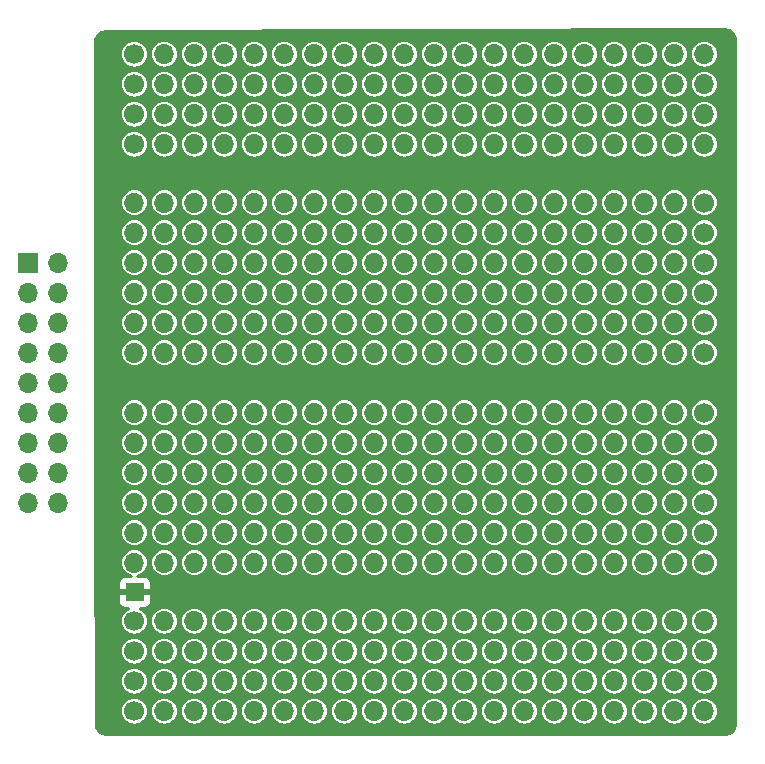
<source format=gbl>
G04 #@! TF.GenerationSoftware,KiCad,Pcbnew,8.0.8*
G04 #@! TF.CreationDate,2025-02-19T14:03:04-05:00*
G04 #@! TF.ProjectId,plot_gerbers,706c6f74-5f67-4657-9262-6572732e6b69,rev?*
G04 #@! TF.SameCoordinates,Original*
G04 #@! TF.FileFunction,Copper,L2,Bot*
G04 #@! TF.FilePolarity,Positive*
%FSLAX46Y46*%
G04 Gerber Fmt 4.6, Leading zero omitted, Abs format (unit mm)*
G04 Created by KiCad (PCBNEW 8.0.8) date 2025-02-19 14:03:04*
%MOMM*%
%LPD*%
G01*
G04 APERTURE LIST*
G04 #@! TA.AperFunction,ComponentPad*
%ADD10C,1.700000*%
G04 #@! TD*
G04 #@! TA.AperFunction,ComponentPad*
%ADD11O,1.700000X1.700000*%
G04 #@! TD*
G04 #@! TA.AperFunction,ComponentPad*
%ADD12R,1.500000X1.500000*%
G04 #@! TD*
G04 #@! TA.AperFunction,ComponentPad*
%ADD13R,1.700000X1.700000*%
G04 #@! TD*
G04 APERTURE END LIST*
D10*
X175620000Y-88790000D03*
X175620000Y-91330000D03*
X175620000Y-93870000D03*
X175620000Y-96410000D03*
X175620000Y-98950000D03*
X175620000Y-101490000D03*
D11*
X173080000Y-88790000D03*
X173080000Y-91330000D03*
X173080000Y-93870000D03*
X173080000Y-96410000D03*
X173080000Y-98950000D03*
X173080000Y-101490000D03*
X170540000Y-88790000D03*
X170540000Y-91330000D03*
X170540000Y-93870000D03*
X170540000Y-96410000D03*
X170540000Y-98950000D03*
X170540000Y-101490000D03*
X168000000Y-88790000D03*
X168000000Y-91330000D03*
X168000000Y-93870000D03*
X168000000Y-96410000D03*
X168000000Y-98950000D03*
X168000000Y-101490000D03*
X165460000Y-88790000D03*
X165460000Y-91330000D03*
X165460000Y-93870000D03*
X165460000Y-96410000D03*
X165460000Y-98950000D03*
X165460000Y-101490000D03*
X162920000Y-88790000D03*
X162920000Y-91330000D03*
X162920000Y-93870000D03*
X162920000Y-96410000D03*
X162920000Y-98950000D03*
X162920000Y-101490000D03*
X160380000Y-88790000D03*
X160380000Y-91330000D03*
X160380000Y-93870000D03*
X160380000Y-96410000D03*
X160380000Y-98950000D03*
X160380000Y-101490000D03*
X157840000Y-88790000D03*
X157840000Y-91330000D03*
X157840000Y-93870000D03*
X157840000Y-96410000D03*
X157840000Y-98950000D03*
X157840000Y-101490000D03*
X155300000Y-88790000D03*
X155300000Y-91330000D03*
X155300000Y-93870000D03*
X155300000Y-96410000D03*
X155300000Y-98950000D03*
X155300000Y-101490000D03*
X152760000Y-88790000D03*
X152760000Y-91330000D03*
X152760000Y-93870000D03*
X152760000Y-96410000D03*
X152760000Y-98950000D03*
X152760000Y-101490000D03*
X150220000Y-88790000D03*
X150220000Y-91330000D03*
X150220000Y-93870000D03*
X150220000Y-96410000D03*
X150220000Y-98950000D03*
X150220000Y-101490000D03*
X147680000Y-88790000D03*
X147680000Y-91330000D03*
X147680000Y-93870000D03*
X147680000Y-96410000D03*
X147680000Y-98950000D03*
X147680000Y-101490000D03*
X145140000Y-88790000D03*
X145140000Y-91330000D03*
X145140000Y-93870000D03*
X145140000Y-96410000D03*
X145140000Y-98950000D03*
X145140000Y-101490000D03*
X142600000Y-88790000D03*
X142600000Y-91330000D03*
X142600000Y-93870000D03*
X142600000Y-96410000D03*
X142600000Y-98950000D03*
X142600000Y-101490000D03*
X140060000Y-88790000D03*
X140060000Y-91330000D03*
X140060000Y-93870000D03*
X140060000Y-96410000D03*
X140060000Y-98950000D03*
X140060000Y-101490000D03*
X137520000Y-88790000D03*
X137520000Y-91330000D03*
X137520000Y-93870000D03*
X137520000Y-96410000D03*
X137520000Y-98950000D03*
X137520000Y-101490000D03*
X134980000Y-88790000D03*
X134980000Y-91330000D03*
X134980000Y-93870000D03*
X134980000Y-96410000D03*
X134980000Y-98950000D03*
X134980000Y-101490000D03*
X132440000Y-88790000D03*
X132440000Y-91330000D03*
X132440000Y-93870000D03*
X132440000Y-96410000D03*
X132440000Y-98950000D03*
X132440000Y-101490000D03*
X129900000Y-88790000D03*
X129900000Y-91330000D03*
X129900000Y-93870000D03*
X129900000Y-96410000D03*
X129900000Y-98950000D03*
X129900000Y-101490000D03*
X127360000Y-88790000D03*
X127360000Y-91330000D03*
X127360000Y-93870000D03*
X127360000Y-96410000D03*
X127360000Y-98950000D03*
X127360000Y-101490000D03*
D10*
X175620000Y-106570000D03*
X175620000Y-109110000D03*
X175620000Y-111650000D03*
X175620000Y-114190000D03*
X175620000Y-116730000D03*
X175620000Y-119270000D03*
D11*
X173080000Y-106570000D03*
X173080000Y-109110000D03*
X173080000Y-111650000D03*
X173080000Y-114190000D03*
X173080000Y-116730000D03*
X173080000Y-119270000D03*
X170540000Y-106570000D03*
X170540000Y-109110000D03*
X170540000Y-111650000D03*
X170540000Y-114190000D03*
X170540000Y-116730000D03*
X170540000Y-119270000D03*
X168000000Y-106570000D03*
X168000000Y-109110000D03*
X168000000Y-111650000D03*
X168000000Y-114190000D03*
X168000000Y-116730000D03*
X168000000Y-119270000D03*
X165460000Y-106570000D03*
X165460000Y-109110000D03*
X165460000Y-111650000D03*
X165460000Y-114190000D03*
X165460000Y-116730000D03*
X165460000Y-119270000D03*
X162920000Y-106570000D03*
X162920000Y-109110000D03*
X162920000Y-111650000D03*
X162920000Y-114190000D03*
X162920000Y-116730000D03*
X162920000Y-119270000D03*
X160380000Y-106570000D03*
X160380000Y-109110000D03*
X160380000Y-111650000D03*
X160380000Y-114190000D03*
X160380000Y-116730000D03*
X160380000Y-119270000D03*
X157840000Y-106570000D03*
X157840000Y-109110000D03*
X157840000Y-111650000D03*
X157840000Y-114190000D03*
X157840000Y-116730000D03*
X157840000Y-119270000D03*
X155300000Y-106570000D03*
X155300000Y-109110000D03*
X155300000Y-111650000D03*
X155300000Y-114190000D03*
X155300000Y-116730000D03*
X155300000Y-119270000D03*
X152760000Y-106570000D03*
X152760000Y-109110000D03*
X152760000Y-111650000D03*
X152760000Y-114190000D03*
X152760000Y-116730000D03*
X152760000Y-119270000D03*
X150220000Y-106570000D03*
X150220000Y-109110000D03*
X150220000Y-111650000D03*
X150220000Y-114190000D03*
X150220000Y-116730000D03*
X150220000Y-119270000D03*
X147680000Y-106570000D03*
X147680000Y-109110000D03*
X147680000Y-111650000D03*
X147680000Y-114190000D03*
X147680000Y-116730000D03*
X147680000Y-119270000D03*
X145140000Y-106570000D03*
X145140000Y-109110000D03*
X145140000Y-111650000D03*
X145140000Y-114190000D03*
X145140000Y-116730000D03*
X145140000Y-119270000D03*
X142600000Y-106570000D03*
X142600000Y-109110000D03*
X142600000Y-111650000D03*
X142600000Y-114190000D03*
X142600000Y-116730000D03*
X142600000Y-119270000D03*
X140060000Y-106570000D03*
X140060000Y-109110000D03*
X140060000Y-111650000D03*
X140060000Y-114190000D03*
X140060000Y-116730000D03*
X140060000Y-119270000D03*
X137520000Y-106570000D03*
X137520000Y-109110000D03*
X137520000Y-111650000D03*
X137520000Y-114190000D03*
X137520000Y-116730000D03*
X137520000Y-119270000D03*
X134980000Y-106570000D03*
X134980000Y-109110000D03*
X134980000Y-111650000D03*
X134980000Y-114190000D03*
X134980000Y-116730000D03*
X134980000Y-119270000D03*
X132440000Y-106570000D03*
X132440000Y-109110000D03*
X132440000Y-111650000D03*
X132440000Y-114190000D03*
X132440000Y-116730000D03*
X132440000Y-119270000D03*
X129900000Y-106570000D03*
X129900000Y-109110000D03*
X129900000Y-111650000D03*
X129900000Y-114190000D03*
X129900000Y-116730000D03*
X129900000Y-119270000D03*
X127360000Y-106570000D03*
X127360000Y-109110000D03*
X127360000Y-111650000D03*
X127360000Y-114190000D03*
X127360000Y-116730000D03*
X127360000Y-119270000D03*
D12*
X127410000Y-121790000D03*
D10*
X127360000Y-131840000D03*
X127360000Y-129300000D03*
X127360000Y-126760000D03*
X127360000Y-124220000D03*
D11*
X129900000Y-131840000D03*
X129900000Y-129300000D03*
X129900000Y-126760000D03*
X129900000Y-124220000D03*
X132440000Y-131840000D03*
X132440000Y-129300000D03*
X132440000Y-126760000D03*
X132440000Y-124220000D03*
X134980000Y-131840000D03*
X134980000Y-129300000D03*
X134980000Y-126760000D03*
X134980000Y-124220000D03*
X137520000Y-131840000D03*
X137520000Y-129300000D03*
X137520000Y-126760000D03*
X137520000Y-124220000D03*
X140060000Y-131840000D03*
X140060000Y-129300000D03*
X140060000Y-126760000D03*
X140060000Y-124220000D03*
X142600000Y-131840000D03*
X142600000Y-129300000D03*
X142600000Y-126760000D03*
X142600000Y-124220000D03*
X145140000Y-131840000D03*
X145140000Y-129300000D03*
X145140000Y-126760000D03*
X145140000Y-124220000D03*
X147680000Y-131840000D03*
X147680000Y-129300000D03*
X147680000Y-126760000D03*
X147680000Y-124220000D03*
X150220000Y-131840000D03*
X150220000Y-129300000D03*
X150220000Y-126760000D03*
X150220000Y-124220000D03*
X152760000Y-131840000D03*
X152760000Y-129300000D03*
X152760000Y-126760000D03*
X152760000Y-124220000D03*
X155300000Y-131840000D03*
X155300000Y-129300000D03*
X155300000Y-126760000D03*
X155300000Y-124220000D03*
X157840000Y-131840000D03*
X157840000Y-129300000D03*
X157840000Y-126760000D03*
X157840000Y-124220000D03*
X160380000Y-131840000D03*
X160380000Y-129300000D03*
X160380000Y-126760000D03*
X160380000Y-124220000D03*
X162920000Y-131840000D03*
X162920000Y-129300000D03*
X162920000Y-126760000D03*
X162920000Y-124220000D03*
X165460000Y-131840000D03*
X165460000Y-129300000D03*
X165460000Y-126760000D03*
X165460000Y-124220000D03*
X168000000Y-131840000D03*
X168000000Y-129300000D03*
X168000000Y-126760000D03*
X168000000Y-124220000D03*
X170540000Y-131840000D03*
X170540000Y-129300000D03*
X170540000Y-126760000D03*
X170540000Y-124220000D03*
X173080000Y-131840000D03*
X173080000Y-129300000D03*
X173080000Y-126760000D03*
X173080000Y-124220000D03*
X175620000Y-131840000D03*
X175620000Y-129300000D03*
X175620000Y-126760000D03*
X175620000Y-124220000D03*
D10*
X127360000Y-83840000D03*
X127360000Y-81300000D03*
X127360000Y-78760000D03*
X127360000Y-76220000D03*
D11*
X129900000Y-83840000D03*
X129900000Y-81300000D03*
X129900000Y-78760000D03*
X129900000Y-76220000D03*
X132440000Y-83840000D03*
X132440000Y-81300000D03*
X132440000Y-78760000D03*
X132440000Y-76220000D03*
X134980000Y-83840000D03*
X134980000Y-81300000D03*
X134980000Y-78760000D03*
X134980000Y-76220000D03*
X137520000Y-83840000D03*
X137520000Y-81300000D03*
X137520000Y-78760000D03*
X137520000Y-76220000D03*
X140060000Y-83840000D03*
X140060000Y-81300000D03*
X140060000Y-78760000D03*
X140060000Y-76220000D03*
X142600000Y-83840000D03*
X142600000Y-81300000D03*
X142600000Y-78760000D03*
X142600000Y-76220000D03*
X145140000Y-83840000D03*
X145140000Y-81300000D03*
X145140000Y-78760000D03*
X145140000Y-76220000D03*
X147680000Y-83840000D03*
X147680000Y-81300000D03*
X147680000Y-78760000D03*
X147680000Y-76220000D03*
X150220000Y-83840000D03*
X150220000Y-81300000D03*
X150220000Y-78760000D03*
X150220000Y-76220000D03*
X152760000Y-83840000D03*
X152760000Y-81300000D03*
X152760000Y-78760000D03*
X152760000Y-76220000D03*
X155300000Y-83840000D03*
X155300000Y-81300000D03*
X155300000Y-78760000D03*
X155300000Y-76220000D03*
X157840000Y-83840000D03*
X157840000Y-81300000D03*
X157840000Y-78760000D03*
X157840000Y-76220000D03*
X160380000Y-83840000D03*
X160380000Y-81300000D03*
X160380000Y-78760000D03*
X160380000Y-76220000D03*
X162920000Y-83840000D03*
X162920000Y-81300000D03*
X162920000Y-78760000D03*
X162920000Y-76220000D03*
X165460000Y-83840000D03*
X165460000Y-81300000D03*
X165460000Y-78760000D03*
X165460000Y-76220000D03*
X168000000Y-83840000D03*
X168000000Y-81300000D03*
X168000000Y-78760000D03*
X168000000Y-76220000D03*
X170540000Y-83840000D03*
X170540000Y-81300000D03*
X170540000Y-78760000D03*
X170540000Y-76220000D03*
X173080000Y-83840000D03*
X173080000Y-81300000D03*
X173080000Y-78760000D03*
X173080000Y-76220000D03*
X175620000Y-83840000D03*
X175620000Y-81300000D03*
X175620000Y-78760000D03*
X175620000Y-76220000D03*
D13*
X118370000Y-93880000D03*
D11*
X120910000Y-93880000D03*
X118370000Y-96420000D03*
X120910000Y-96420000D03*
X118370000Y-98960000D03*
X120910000Y-98960000D03*
X118370000Y-101500000D03*
X120910000Y-101500000D03*
X118370000Y-104040000D03*
X120910000Y-104040000D03*
X118370000Y-106580000D03*
X120910000Y-106580000D03*
X118370000Y-109120000D03*
X120910000Y-109120000D03*
X118370000Y-111660000D03*
X120910000Y-111660000D03*
X118370000Y-114200000D03*
X120910000Y-114200000D03*
G04 #@! TA.AperFunction,Conductor*
G36*
X177402940Y-74043720D02*
G01*
X177580221Y-74060656D01*
X177604121Y-74065342D01*
X177768791Y-74114837D01*
X177791315Y-74124105D01*
X177943136Y-74204835D01*
X177963412Y-74218325D01*
X178096528Y-74327178D01*
X178113777Y-74344374D01*
X178223039Y-74477139D01*
X178236595Y-74497375D01*
X178317799Y-74648939D01*
X178327138Y-74671435D01*
X178377149Y-74835954D01*
X178381909Y-74859839D01*
X178399400Y-75037065D01*
X178400000Y-75049244D01*
X178400000Y-132923907D01*
X178399403Y-132936061D01*
X178381982Y-133112934D01*
X178377240Y-133136775D01*
X178327424Y-133300998D01*
X178318121Y-133323456D01*
X178237227Y-133474798D01*
X178223722Y-133495010D01*
X178114854Y-133627666D01*
X178097666Y-133644854D01*
X177965010Y-133753722D01*
X177944798Y-133767227D01*
X177793456Y-133848121D01*
X177770998Y-133857424D01*
X177606775Y-133907240D01*
X177582934Y-133911982D01*
X177406061Y-133929403D01*
X177393907Y-133930000D01*
X124994378Y-133930000D01*
X124982234Y-133929404D01*
X124805509Y-133912013D01*
X124781690Y-133907279D01*
X124617596Y-133857547D01*
X124595155Y-133848261D01*
X124443906Y-133767499D01*
X124423705Y-133754016D01*
X124291096Y-133645318D01*
X124273915Y-133628160D01*
X124165040Y-133495702D01*
X124151529Y-133475519D01*
X124141980Y-133457694D01*
X124070559Y-133324373D01*
X124061244Y-133301948D01*
X124011291Y-133137923D01*
X124006525Y-133114109D01*
X124006408Y-133112934D01*
X123988894Y-132937402D01*
X123988282Y-132925289D01*
X123986810Y-131840000D01*
X126304417Y-131840000D01*
X126324699Y-132045932D01*
X126324700Y-132045934D01*
X126384768Y-132243954D01*
X126482315Y-132426450D01*
X126482317Y-132426452D01*
X126613589Y-132586410D01*
X126710209Y-132665702D01*
X126773550Y-132717685D01*
X126956046Y-132815232D01*
X127154066Y-132875300D01*
X127154065Y-132875300D01*
X127172529Y-132877118D01*
X127360000Y-132895583D01*
X127565934Y-132875300D01*
X127763954Y-132815232D01*
X127946450Y-132717685D01*
X128106410Y-132586410D01*
X128237685Y-132426450D01*
X128335232Y-132243954D01*
X128395300Y-132045934D01*
X128415583Y-131840000D01*
X128844417Y-131840000D01*
X128864699Y-132045932D01*
X128864700Y-132045934D01*
X128924768Y-132243954D01*
X129022315Y-132426450D01*
X129022317Y-132426452D01*
X129153589Y-132586410D01*
X129250209Y-132665702D01*
X129313550Y-132717685D01*
X129496046Y-132815232D01*
X129694066Y-132875300D01*
X129694065Y-132875300D01*
X129712529Y-132877118D01*
X129900000Y-132895583D01*
X130105934Y-132875300D01*
X130303954Y-132815232D01*
X130486450Y-132717685D01*
X130646410Y-132586410D01*
X130777685Y-132426450D01*
X130875232Y-132243954D01*
X130935300Y-132045934D01*
X130955583Y-131840000D01*
X131384417Y-131840000D01*
X131404699Y-132045932D01*
X131404700Y-132045934D01*
X131464768Y-132243954D01*
X131562315Y-132426450D01*
X131562317Y-132426452D01*
X131693589Y-132586410D01*
X131790209Y-132665702D01*
X131853550Y-132717685D01*
X132036046Y-132815232D01*
X132234066Y-132875300D01*
X132234065Y-132875300D01*
X132252529Y-132877118D01*
X132440000Y-132895583D01*
X132645934Y-132875300D01*
X132843954Y-132815232D01*
X133026450Y-132717685D01*
X133186410Y-132586410D01*
X133317685Y-132426450D01*
X133415232Y-132243954D01*
X133475300Y-132045934D01*
X133495583Y-131840000D01*
X133924417Y-131840000D01*
X133944699Y-132045932D01*
X133944700Y-132045934D01*
X134004768Y-132243954D01*
X134102315Y-132426450D01*
X134102317Y-132426452D01*
X134233589Y-132586410D01*
X134330209Y-132665702D01*
X134393550Y-132717685D01*
X134576046Y-132815232D01*
X134774066Y-132875300D01*
X134774065Y-132875300D01*
X134792529Y-132877118D01*
X134980000Y-132895583D01*
X135185934Y-132875300D01*
X135383954Y-132815232D01*
X135566450Y-132717685D01*
X135726410Y-132586410D01*
X135857685Y-132426450D01*
X135955232Y-132243954D01*
X136015300Y-132045934D01*
X136035583Y-131840000D01*
X136464417Y-131840000D01*
X136484699Y-132045932D01*
X136484700Y-132045934D01*
X136544768Y-132243954D01*
X136642315Y-132426450D01*
X136642317Y-132426452D01*
X136773589Y-132586410D01*
X136870209Y-132665702D01*
X136933550Y-132717685D01*
X137116046Y-132815232D01*
X137314066Y-132875300D01*
X137314065Y-132875300D01*
X137332529Y-132877118D01*
X137520000Y-132895583D01*
X137725934Y-132875300D01*
X137923954Y-132815232D01*
X138106450Y-132717685D01*
X138266410Y-132586410D01*
X138397685Y-132426450D01*
X138495232Y-132243954D01*
X138555300Y-132045934D01*
X138575583Y-131840000D01*
X139004417Y-131840000D01*
X139024699Y-132045932D01*
X139024700Y-132045934D01*
X139084768Y-132243954D01*
X139182315Y-132426450D01*
X139182317Y-132426452D01*
X139313589Y-132586410D01*
X139410209Y-132665702D01*
X139473550Y-132717685D01*
X139656046Y-132815232D01*
X139854066Y-132875300D01*
X139854065Y-132875300D01*
X139872529Y-132877118D01*
X140060000Y-132895583D01*
X140265934Y-132875300D01*
X140463954Y-132815232D01*
X140646450Y-132717685D01*
X140806410Y-132586410D01*
X140937685Y-132426450D01*
X141035232Y-132243954D01*
X141095300Y-132045934D01*
X141115583Y-131840000D01*
X141544417Y-131840000D01*
X141564699Y-132045932D01*
X141564700Y-132045934D01*
X141624768Y-132243954D01*
X141722315Y-132426450D01*
X141722317Y-132426452D01*
X141853589Y-132586410D01*
X141950209Y-132665702D01*
X142013550Y-132717685D01*
X142196046Y-132815232D01*
X142394066Y-132875300D01*
X142394065Y-132875300D01*
X142412529Y-132877118D01*
X142600000Y-132895583D01*
X142805934Y-132875300D01*
X143003954Y-132815232D01*
X143186450Y-132717685D01*
X143346410Y-132586410D01*
X143477685Y-132426450D01*
X143575232Y-132243954D01*
X143635300Y-132045934D01*
X143655583Y-131840000D01*
X144084417Y-131840000D01*
X144104699Y-132045932D01*
X144104700Y-132045934D01*
X144164768Y-132243954D01*
X144262315Y-132426450D01*
X144262317Y-132426452D01*
X144393589Y-132586410D01*
X144490209Y-132665702D01*
X144553550Y-132717685D01*
X144736046Y-132815232D01*
X144934066Y-132875300D01*
X144934065Y-132875300D01*
X144952529Y-132877118D01*
X145140000Y-132895583D01*
X145345934Y-132875300D01*
X145543954Y-132815232D01*
X145726450Y-132717685D01*
X145886410Y-132586410D01*
X146017685Y-132426450D01*
X146115232Y-132243954D01*
X146175300Y-132045934D01*
X146195583Y-131840000D01*
X146624417Y-131840000D01*
X146644699Y-132045932D01*
X146644700Y-132045934D01*
X146704768Y-132243954D01*
X146802315Y-132426450D01*
X146802317Y-132426452D01*
X146933589Y-132586410D01*
X147030209Y-132665702D01*
X147093550Y-132717685D01*
X147276046Y-132815232D01*
X147474066Y-132875300D01*
X147474065Y-132875300D01*
X147492529Y-132877118D01*
X147680000Y-132895583D01*
X147885934Y-132875300D01*
X148083954Y-132815232D01*
X148266450Y-132717685D01*
X148426410Y-132586410D01*
X148557685Y-132426450D01*
X148655232Y-132243954D01*
X148715300Y-132045934D01*
X148735583Y-131840000D01*
X149164417Y-131840000D01*
X149184699Y-132045932D01*
X149184700Y-132045934D01*
X149244768Y-132243954D01*
X149342315Y-132426450D01*
X149342317Y-132426452D01*
X149473589Y-132586410D01*
X149570209Y-132665702D01*
X149633550Y-132717685D01*
X149816046Y-132815232D01*
X150014066Y-132875300D01*
X150014065Y-132875300D01*
X150032529Y-132877118D01*
X150220000Y-132895583D01*
X150425934Y-132875300D01*
X150623954Y-132815232D01*
X150806450Y-132717685D01*
X150966410Y-132586410D01*
X151097685Y-132426450D01*
X151195232Y-132243954D01*
X151255300Y-132045934D01*
X151275583Y-131840000D01*
X151704417Y-131840000D01*
X151724699Y-132045932D01*
X151724700Y-132045934D01*
X151784768Y-132243954D01*
X151882315Y-132426450D01*
X151882317Y-132426452D01*
X152013589Y-132586410D01*
X152110209Y-132665702D01*
X152173550Y-132717685D01*
X152356046Y-132815232D01*
X152554066Y-132875300D01*
X152554065Y-132875300D01*
X152572529Y-132877118D01*
X152760000Y-132895583D01*
X152965934Y-132875300D01*
X153163954Y-132815232D01*
X153346450Y-132717685D01*
X153506410Y-132586410D01*
X153637685Y-132426450D01*
X153735232Y-132243954D01*
X153795300Y-132045934D01*
X153815583Y-131840000D01*
X154244417Y-131840000D01*
X154264699Y-132045932D01*
X154264700Y-132045934D01*
X154324768Y-132243954D01*
X154422315Y-132426450D01*
X154422317Y-132426452D01*
X154553589Y-132586410D01*
X154650209Y-132665702D01*
X154713550Y-132717685D01*
X154896046Y-132815232D01*
X155094066Y-132875300D01*
X155094065Y-132875300D01*
X155112529Y-132877118D01*
X155300000Y-132895583D01*
X155505934Y-132875300D01*
X155703954Y-132815232D01*
X155886450Y-132717685D01*
X156046410Y-132586410D01*
X156177685Y-132426450D01*
X156275232Y-132243954D01*
X156335300Y-132045934D01*
X156355583Y-131840000D01*
X156784417Y-131840000D01*
X156804699Y-132045932D01*
X156804700Y-132045934D01*
X156864768Y-132243954D01*
X156962315Y-132426450D01*
X156962317Y-132426452D01*
X157093589Y-132586410D01*
X157190209Y-132665702D01*
X157253550Y-132717685D01*
X157436046Y-132815232D01*
X157634066Y-132875300D01*
X157634065Y-132875300D01*
X157652529Y-132877118D01*
X157840000Y-132895583D01*
X158045934Y-132875300D01*
X158243954Y-132815232D01*
X158426450Y-132717685D01*
X158586410Y-132586410D01*
X158717685Y-132426450D01*
X158815232Y-132243954D01*
X158875300Y-132045934D01*
X158895583Y-131840000D01*
X159324417Y-131840000D01*
X159344699Y-132045932D01*
X159344700Y-132045934D01*
X159404768Y-132243954D01*
X159502315Y-132426450D01*
X159502317Y-132426452D01*
X159633589Y-132586410D01*
X159730209Y-132665702D01*
X159793550Y-132717685D01*
X159976046Y-132815232D01*
X160174066Y-132875300D01*
X160174065Y-132875300D01*
X160192529Y-132877118D01*
X160380000Y-132895583D01*
X160585934Y-132875300D01*
X160783954Y-132815232D01*
X160966450Y-132717685D01*
X161126410Y-132586410D01*
X161257685Y-132426450D01*
X161355232Y-132243954D01*
X161415300Y-132045934D01*
X161435583Y-131840000D01*
X161864417Y-131840000D01*
X161884699Y-132045932D01*
X161884700Y-132045934D01*
X161944768Y-132243954D01*
X162042315Y-132426450D01*
X162042317Y-132426452D01*
X162173589Y-132586410D01*
X162270209Y-132665702D01*
X162333550Y-132717685D01*
X162516046Y-132815232D01*
X162714066Y-132875300D01*
X162714065Y-132875300D01*
X162732529Y-132877118D01*
X162920000Y-132895583D01*
X163125934Y-132875300D01*
X163323954Y-132815232D01*
X163506450Y-132717685D01*
X163666410Y-132586410D01*
X163797685Y-132426450D01*
X163895232Y-132243954D01*
X163955300Y-132045934D01*
X163975583Y-131840000D01*
X164404417Y-131840000D01*
X164424699Y-132045932D01*
X164424700Y-132045934D01*
X164484768Y-132243954D01*
X164582315Y-132426450D01*
X164582317Y-132426452D01*
X164713589Y-132586410D01*
X164810209Y-132665702D01*
X164873550Y-132717685D01*
X165056046Y-132815232D01*
X165254066Y-132875300D01*
X165254065Y-132875300D01*
X165272529Y-132877118D01*
X165460000Y-132895583D01*
X165665934Y-132875300D01*
X165863954Y-132815232D01*
X166046450Y-132717685D01*
X166206410Y-132586410D01*
X166337685Y-132426450D01*
X166435232Y-132243954D01*
X166495300Y-132045934D01*
X166515583Y-131840000D01*
X166944417Y-131840000D01*
X166964699Y-132045932D01*
X166964700Y-132045934D01*
X167024768Y-132243954D01*
X167122315Y-132426450D01*
X167122317Y-132426452D01*
X167253589Y-132586410D01*
X167350209Y-132665702D01*
X167413550Y-132717685D01*
X167596046Y-132815232D01*
X167794066Y-132875300D01*
X167794065Y-132875300D01*
X167812529Y-132877118D01*
X168000000Y-132895583D01*
X168205934Y-132875300D01*
X168403954Y-132815232D01*
X168586450Y-132717685D01*
X168746410Y-132586410D01*
X168877685Y-132426450D01*
X168975232Y-132243954D01*
X169035300Y-132045934D01*
X169055583Y-131840000D01*
X169484417Y-131840000D01*
X169504699Y-132045932D01*
X169504700Y-132045934D01*
X169564768Y-132243954D01*
X169662315Y-132426450D01*
X169662317Y-132426452D01*
X169793589Y-132586410D01*
X169890209Y-132665702D01*
X169953550Y-132717685D01*
X170136046Y-132815232D01*
X170334066Y-132875300D01*
X170334065Y-132875300D01*
X170352529Y-132877118D01*
X170540000Y-132895583D01*
X170745934Y-132875300D01*
X170943954Y-132815232D01*
X171126450Y-132717685D01*
X171286410Y-132586410D01*
X171417685Y-132426450D01*
X171515232Y-132243954D01*
X171575300Y-132045934D01*
X171595583Y-131840000D01*
X172024417Y-131840000D01*
X172044699Y-132045932D01*
X172044700Y-132045934D01*
X172104768Y-132243954D01*
X172202315Y-132426450D01*
X172202317Y-132426452D01*
X172333589Y-132586410D01*
X172430209Y-132665702D01*
X172493550Y-132717685D01*
X172676046Y-132815232D01*
X172874066Y-132875300D01*
X172874065Y-132875300D01*
X172892529Y-132877118D01*
X173080000Y-132895583D01*
X173285934Y-132875300D01*
X173483954Y-132815232D01*
X173666450Y-132717685D01*
X173826410Y-132586410D01*
X173957685Y-132426450D01*
X174055232Y-132243954D01*
X174115300Y-132045934D01*
X174135583Y-131840000D01*
X174564417Y-131840000D01*
X174584699Y-132045932D01*
X174584700Y-132045934D01*
X174644768Y-132243954D01*
X174742315Y-132426450D01*
X174742317Y-132426452D01*
X174873589Y-132586410D01*
X174970209Y-132665702D01*
X175033550Y-132717685D01*
X175216046Y-132815232D01*
X175414066Y-132875300D01*
X175414065Y-132875300D01*
X175432529Y-132877118D01*
X175620000Y-132895583D01*
X175825934Y-132875300D01*
X176023954Y-132815232D01*
X176206450Y-132717685D01*
X176366410Y-132586410D01*
X176497685Y-132426450D01*
X176595232Y-132243954D01*
X176655300Y-132045934D01*
X176675583Y-131840000D01*
X176655300Y-131634066D01*
X176595232Y-131436046D01*
X176497685Y-131253550D01*
X176445702Y-131190209D01*
X176366410Y-131093589D01*
X176206452Y-130962317D01*
X176206453Y-130962317D01*
X176206450Y-130962315D01*
X176023954Y-130864768D01*
X175825934Y-130804700D01*
X175825932Y-130804699D01*
X175825934Y-130804699D01*
X175620000Y-130784417D01*
X175414067Y-130804699D01*
X175216043Y-130864769D01*
X175105898Y-130923643D01*
X175033550Y-130962315D01*
X175033548Y-130962316D01*
X175033547Y-130962317D01*
X174873589Y-131093589D01*
X174742317Y-131253547D01*
X174644769Y-131436043D01*
X174584699Y-131634067D01*
X174564417Y-131840000D01*
X174135583Y-131840000D01*
X174115300Y-131634066D01*
X174055232Y-131436046D01*
X173957685Y-131253550D01*
X173905702Y-131190209D01*
X173826410Y-131093589D01*
X173666452Y-130962317D01*
X173666453Y-130962317D01*
X173666450Y-130962315D01*
X173483954Y-130864768D01*
X173285934Y-130804700D01*
X173285932Y-130804699D01*
X173285934Y-130804699D01*
X173080000Y-130784417D01*
X172874067Y-130804699D01*
X172676043Y-130864769D01*
X172565898Y-130923643D01*
X172493550Y-130962315D01*
X172493548Y-130962316D01*
X172493547Y-130962317D01*
X172333589Y-131093589D01*
X172202317Y-131253547D01*
X172104769Y-131436043D01*
X172044699Y-131634067D01*
X172024417Y-131840000D01*
X171595583Y-131840000D01*
X171575300Y-131634066D01*
X171515232Y-131436046D01*
X171417685Y-131253550D01*
X171365702Y-131190209D01*
X171286410Y-131093589D01*
X171126452Y-130962317D01*
X171126453Y-130962317D01*
X171126450Y-130962315D01*
X170943954Y-130864768D01*
X170745934Y-130804700D01*
X170745932Y-130804699D01*
X170745934Y-130804699D01*
X170540000Y-130784417D01*
X170334067Y-130804699D01*
X170136043Y-130864769D01*
X170025898Y-130923643D01*
X169953550Y-130962315D01*
X169953548Y-130962316D01*
X169953547Y-130962317D01*
X169793589Y-131093589D01*
X169662317Y-131253547D01*
X169564769Y-131436043D01*
X169504699Y-131634067D01*
X169484417Y-131840000D01*
X169055583Y-131840000D01*
X169035300Y-131634066D01*
X168975232Y-131436046D01*
X168877685Y-131253550D01*
X168825702Y-131190209D01*
X168746410Y-131093589D01*
X168586452Y-130962317D01*
X168586453Y-130962317D01*
X168586450Y-130962315D01*
X168403954Y-130864768D01*
X168205934Y-130804700D01*
X168205932Y-130804699D01*
X168205934Y-130804699D01*
X168000000Y-130784417D01*
X167794067Y-130804699D01*
X167596043Y-130864769D01*
X167485898Y-130923643D01*
X167413550Y-130962315D01*
X167413548Y-130962316D01*
X167413547Y-130962317D01*
X167253589Y-131093589D01*
X167122317Y-131253547D01*
X167024769Y-131436043D01*
X166964699Y-131634067D01*
X166944417Y-131840000D01*
X166515583Y-131840000D01*
X166495300Y-131634066D01*
X166435232Y-131436046D01*
X166337685Y-131253550D01*
X166285702Y-131190209D01*
X166206410Y-131093589D01*
X166046452Y-130962317D01*
X166046453Y-130962317D01*
X166046450Y-130962315D01*
X165863954Y-130864768D01*
X165665934Y-130804700D01*
X165665932Y-130804699D01*
X165665934Y-130804699D01*
X165460000Y-130784417D01*
X165254067Y-130804699D01*
X165056043Y-130864769D01*
X164945898Y-130923643D01*
X164873550Y-130962315D01*
X164873548Y-130962316D01*
X164873547Y-130962317D01*
X164713589Y-131093589D01*
X164582317Y-131253547D01*
X164484769Y-131436043D01*
X164424699Y-131634067D01*
X164404417Y-131840000D01*
X163975583Y-131840000D01*
X163955300Y-131634066D01*
X163895232Y-131436046D01*
X163797685Y-131253550D01*
X163745702Y-131190209D01*
X163666410Y-131093589D01*
X163506452Y-130962317D01*
X163506453Y-130962317D01*
X163506450Y-130962315D01*
X163323954Y-130864768D01*
X163125934Y-130804700D01*
X163125932Y-130804699D01*
X163125934Y-130804699D01*
X162920000Y-130784417D01*
X162714067Y-130804699D01*
X162516043Y-130864769D01*
X162405898Y-130923643D01*
X162333550Y-130962315D01*
X162333548Y-130962316D01*
X162333547Y-130962317D01*
X162173589Y-131093589D01*
X162042317Y-131253547D01*
X161944769Y-131436043D01*
X161884699Y-131634067D01*
X161864417Y-131840000D01*
X161435583Y-131840000D01*
X161415300Y-131634066D01*
X161355232Y-131436046D01*
X161257685Y-131253550D01*
X161205702Y-131190209D01*
X161126410Y-131093589D01*
X160966452Y-130962317D01*
X160966453Y-130962317D01*
X160966450Y-130962315D01*
X160783954Y-130864768D01*
X160585934Y-130804700D01*
X160585932Y-130804699D01*
X160585934Y-130804699D01*
X160380000Y-130784417D01*
X160174067Y-130804699D01*
X159976043Y-130864769D01*
X159865898Y-130923643D01*
X159793550Y-130962315D01*
X159793548Y-130962316D01*
X159793547Y-130962317D01*
X159633589Y-131093589D01*
X159502317Y-131253547D01*
X159404769Y-131436043D01*
X159344699Y-131634067D01*
X159324417Y-131840000D01*
X158895583Y-131840000D01*
X158875300Y-131634066D01*
X158815232Y-131436046D01*
X158717685Y-131253550D01*
X158665702Y-131190209D01*
X158586410Y-131093589D01*
X158426452Y-130962317D01*
X158426453Y-130962317D01*
X158426450Y-130962315D01*
X158243954Y-130864768D01*
X158045934Y-130804700D01*
X158045932Y-130804699D01*
X158045934Y-130804699D01*
X157840000Y-130784417D01*
X157634067Y-130804699D01*
X157436043Y-130864769D01*
X157325898Y-130923643D01*
X157253550Y-130962315D01*
X157253548Y-130962316D01*
X157253547Y-130962317D01*
X157093589Y-131093589D01*
X156962317Y-131253547D01*
X156864769Y-131436043D01*
X156804699Y-131634067D01*
X156784417Y-131840000D01*
X156355583Y-131840000D01*
X156335300Y-131634066D01*
X156275232Y-131436046D01*
X156177685Y-131253550D01*
X156125702Y-131190209D01*
X156046410Y-131093589D01*
X155886452Y-130962317D01*
X155886453Y-130962317D01*
X155886450Y-130962315D01*
X155703954Y-130864768D01*
X155505934Y-130804700D01*
X155505932Y-130804699D01*
X155505934Y-130804699D01*
X155300000Y-130784417D01*
X155094067Y-130804699D01*
X154896043Y-130864769D01*
X154785898Y-130923643D01*
X154713550Y-130962315D01*
X154713548Y-130962316D01*
X154713547Y-130962317D01*
X154553589Y-131093589D01*
X154422317Y-131253547D01*
X154324769Y-131436043D01*
X154264699Y-131634067D01*
X154244417Y-131840000D01*
X153815583Y-131840000D01*
X153795300Y-131634066D01*
X153735232Y-131436046D01*
X153637685Y-131253550D01*
X153585702Y-131190209D01*
X153506410Y-131093589D01*
X153346452Y-130962317D01*
X153346453Y-130962317D01*
X153346450Y-130962315D01*
X153163954Y-130864768D01*
X152965934Y-130804700D01*
X152965932Y-130804699D01*
X152965934Y-130804699D01*
X152760000Y-130784417D01*
X152554067Y-130804699D01*
X152356043Y-130864769D01*
X152245898Y-130923643D01*
X152173550Y-130962315D01*
X152173548Y-130962316D01*
X152173547Y-130962317D01*
X152013589Y-131093589D01*
X151882317Y-131253547D01*
X151784769Y-131436043D01*
X151724699Y-131634067D01*
X151704417Y-131840000D01*
X151275583Y-131840000D01*
X151255300Y-131634066D01*
X151195232Y-131436046D01*
X151097685Y-131253550D01*
X151045702Y-131190209D01*
X150966410Y-131093589D01*
X150806452Y-130962317D01*
X150806453Y-130962317D01*
X150806450Y-130962315D01*
X150623954Y-130864768D01*
X150425934Y-130804700D01*
X150425932Y-130804699D01*
X150425934Y-130804699D01*
X150220000Y-130784417D01*
X150014067Y-130804699D01*
X149816043Y-130864769D01*
X149705898Y-130923643D01*
X149633550Y-130962315D01*
X149633548Y-130962316D01*
X149633547Y-130962317D01*
X149473589Y-131093589D01*
X149342317Y-131253547D01*
X149244769Y-131436043D01*
X149184699Y-131634067D01*
X149164417Y-131840000D01*
X148735583Y-131840000D01*
X148715300Y-131634066D01*
X148655232Y-131436046D01*
X148557685Y-131253550D01*
X148505702Y-131190209D01*
X148426410Y-131093589D01*
X148266452Y-130962317D01*
X148266453Y-130962317D01*
X148266450Y-130962315D01*
X148083954Y-130864768D01*
X147885934Y-130804700D01*
X147885932Y-130804699D01*
X147885934Y-130804699D01*
X147680000Y-130784417D01*
X147474067Y-130804699D01*
X147276043Y-130864769D01*
X147165898Y-130923643D01*
X147093550Y-130962315D01*
X147093548Y-130962316D01*
X147093547Y-130962317D01*
X146933589Y-131093589D01*
X146802317Y-131253547D01*
X146704769Y-131436043D01*
X146644699Y-131634067D01*
X146624417Y-131840000D01*
X146195583Y-131840000D01*
X146175300Y-131634066D01*
X146115232Y-131436046D01*
X146017685Y-131253550D01*
X145965702Y-131190209D01*
X145886410Y-131093589D01*
X145726452Y-130962317D01*
X145726453Y-130962317D01*
X145726450Y-130962315D01*
X145543954Y-130864768D01*
X145345934Y-130804700D01*
X145345932Y-130804699D01*
X145345934Y-130804699D01*
X145140000Y-130784417D01*
X144934067Y-130804699D01*
X144736043Y-130864769D01*
X144625898Y-130923643D01*
X144553550Y-130962315D01*
X144553548Y-130962316D01*
X144553547Y-130962317D01*
X144393589Y-131093589D01*
X144262317Y-131253547D01*
X144164769Y-131436043D01*
X144104699Y-131634067D01*
X144084417Y-131840000D01*
X143655583Y-131840000D01*
X143635300Y-131634066D01*
X143575232Y-131436046D01*
X143477685Y-131253550D01*
X143425702Y-131190209D01*
X143346410Y-131093589D01*
X143186452Y-130962317D01*
X143186453Y-130962317D01*
X143186450Y-130962315D01*
X143003954Y-130864768D01*
X142805934Y-130804700D01*
X142805932Y-130804699D01*
X142805934Y-130804699D01*
X142600000Y-130784417D01*
X142394067Y-130804699D01*
X142196043Y-130864769D01*
X142085898Y-130923643D01*
X142013550Y-130962315D01*
X142013548Y-130962316D01*
X142013547Y-130962317D01*
X141853589Y-131093589D01*
X141722317Y-131253547D01*
X141624769Y-131436043D01*
X141564699Y-131634067D01*
X141544417Y-131840000D01*
X141115583Y-131840000D01*
X141095300Y-131634066D01*
X141035232Y-131436046D01*
X140937685Y-131253550D01*
X140885702Y-131190209D01*
X140806410Y-131093589D01*
X140646452Y-130962317D01*
X140646453Y-130962317D01*
X140646450Y-130962315D01*
X140463954Y-130864768D01*
X140265934Y-130804700D01*
X140265932Y-130804699D01*
X140265934Y-130804699D01*
X140060000Y-130784417D01*
X139854067Y-130804699D01*
X139656043Y-130864769D01*
X139545898Y-130923643D01*
X139473550Y-130962315D01*
X139473548Y-130962316D01*
X139473547Y-130962317D01*
X139313589Y-131093589D01*
X139182317Y-131253547D01*
X139084769Y-131436043D01*
X139024699Y-131634067D01*
X139004417Y-131840000D01*
X138575583Y-131840000D01*
X138555300Y-131634066D01*
X138495232Y-131436046D01*
X138397685Y-131253550D01*
X138345702Y-131190209D01*
X138266410Y-131093589D01*
X138106452Y-130962317D01*
X138106453Y-130962317D01*
X138106450Y-130962315D01*
X137923954Y-130864768D01*
X137725934Y-130804700D01*
X137725932Y-130804699D01*
X137725934Y-130804699D01*
X137520000Y-130784417D01*
X137314067Y-130804699D01*
X137116043Y-130864769D01*
X137005898Y-130923643D01*
X136933550Y-130962315D01*
X136933548Y-130962316D01*
X136933547Y-130962317D01*
X136773589Y-131093589D01*
X136642317Y-131253547D01*
X136544769Y-131436043D01*
X136484699Y-131634067D01*
X136464417Y-131840000D01*
X136035583Y-131840000D01*
X136015300Y-131634066D01*
X135955232Y-131436046D01*
X135857685Y-131253550D01*
X135805702Y-131190209D01*
X135726410Y-131093589D01*
X135566452Y-130962317D01*
X135566453Y-130962317D01*
X135566450Y-130962315D01*
X135383954Y-130864768D01*
X135185934Y-130804700D01*
X135185932Y-130804699D01*
X135185934Y-130804699D01*
X134980000Y-130784417D01*
X134774067Y-130804699D01*
X134576043Y-130864769D01*
X134465898Y-130923643D01*
X134393550Y-130962315D01*
X134393548Y-130962316D01*
X134393547Y-130962317D01*
X134233589Y-131093589D01*
X134102317Y-131253547D01*
X134004769Y-131436043D01*
X133944699Y-131634067D01*
X133924417Y-131840000D01*
X133495583Y-131840000D01*
X133475300Y-131634066D01*
X133415232Y-131436046D01*
X133317685Y-131253550D01*
X133265702Y-131190209D01*
X133186410Y-131093589D01*
X133026452Y-130962317D01*
X133026453Y-130962317D01*
X133026450Y-130962315D01*
X132843954Y-130864768D01*
X132645934Y-130804700D01*
X132645932Y-130804699D01*
X132645934Y-130804699D01*
X132440000Y-130784417D01*
X132234067Y-130804699D01*
X132036043Y-130864769D01*
X131925898Y-130923643D01*
X131853550Y-130962315D01*
X131853548Y-130962316D01*
X131853547Y-130962317D01*
X131693589Y-131093589D01*
X131562317Y-131253547D01*
X131464769Y-131436043D01*
X131404699Y-131634067D01*
X131384417Y-131840000D01*
X130955583Y-131840000D01*
X130935300Y-131634066D01*
X130875232Y-131436046D01*
X130777685Y-131253550D01*
X130725702Y-131190209D01*
X130646410Y-131093589D01*
X130486452Y-130962317D01*
X130486453Y-130962317D01*
X130486450Y-130962315D01*
X130303954Y-130864768D01*
X130105934Y-130804700D01*
X130105932Y-130804699D01*
X130105934Y-130804699D01*
X129900000Y-130784417D01*
X129694067Y-130804699D01*
X129496043Y-130864769D01*
X129385898Y-130923643D01*
X129313550Y-130962315D01*
X129313548Y-130962316D01*
X129313547Y-130962317D01*
X129153589Y-131093589D01*
X129022317Y-131253547D01*
X128924769Y-131436043D01*
X128864699Y-131634067D01*
X128844417Y-131840000D01*
X128415583Y-131840000D01*
X128395300Y-131634066D01*
X128335232Y-131436046D01*
X128237685Y-131253550D01*
X128185702Y-131190209D01*
X128106410Y-131093589D01*
X127946452Y-130962317D01*
X127946453Y-130962317D01*
X127946450Y-130962315D01*
X127763954Y-130864768D01*
X127565934Y-130804700D01*
X127565932Y-130804699D01*
X127565934Y-130804699D01*
X127360000Y-130784417D01*
X127154067Y-130804699D01*
X126956043Y-130864769D01*
X126845898Y-130923643D01*
X126773550Y-130962315D01*
X126773548Y-130962316D01*
X126773547Y-130962317D01*
X126613589Y-131093589D01*
X126482317Y-131253547D01*
X126384769Y-131436043D01*
X126324699Y-131634067D01*
X126304417Y-131840000D01*
X123986810Y-131840000D01*
X123983366Y-129300000D01*
X126304417Y-129300000D01*
X126324699Y-129505932D01*
X126324700Y-129505934D01*
X126384768Y-129703954D01*
X126482315Y-129886450D01*
X126482317Y-129886452D01*
X126613589Y-130046410D01*
X126710209Y-130125702D01*
X126773550Y-130177685D01*
X126956046Y-130275232D01*
X127154066Y-130335300D01*
X127154065Y-130335300D01*
X127172529Y-130337118D01*
X127360000Y-130355583D01*
X127565934Y-130335300D01*
X127763954Y-130275232D01*
X127946450Y-130177685D01*
X128106410Y-130046410D01*
X128237685Y-129886450D01*
X128335232Y-129703954D01*
X128395300Y-129505934D01*
X128415583Y-129300000D01*
X128844417Y-129300000D01*
X128864699Y-129505932D01*
X128864700Y-129505934D01*
X128924768Y-129703954D01*
X129022315Y-129886450D01*
X129022317Y-129886452D01*
X129153589Y-130046410D01*
X129250209Y-130125702D01*
X129313550Y-130177685D01*
X129496046Y-130275232D01*
X129694066Y-130335300D01*
X129694065Y-130335300D01*
X129712529Y-130337118D01*
X129900000Y-130355583D01*
X130105934Y-130335300D01*
X130303954Y-130275232D01*
X130486450Y-130177685D01*
X130646410Y-130046410D01*
X130777685Y-129886450D01*
X130875232Y-129703954D01*
X130935300Y-129505934D01*
X130955583Y-129300000D01*
X131384417Y-129300000D01*
X131404699Y-129505932D01*
X131404700Y-129505934D01*
X131464768Y-129703954D01*
X131562315Y-129886450D01*
X131562317Y-129886452D01*
X131693589Y-130046410D01*
X131790209Y-130125702D01*
X131853550Y-130177685D01*
X132036046Y-130275232D01*
X132234066Y-130335300D01*
X132234065Y-130335300D01*
X132252529Y-130337118D01*
X132440000Y-130355583D01*
X132645934Y-130335300D01*
X132843954Y-130275232D01*
X133026450Y-130177685D01*
X133186410Y-130046410D01*
X133317685Y-129886450D01*
X133415232Y-129703954D01*
X133475300Y-129505934D01*
X133495583Y-129300000D01*
X133924417Y-129300000D01*
X133944699Y-129505932D01*
X133944700Y-129505934D01*
X134004768Y-129703954D01*
X134102315Y-129886450D01*
X134102317Y-129886452D01*
X134233589Y-130046410D01*
X134330209Y-130125702D01*
X134393550Y-130177685D01*
X134576046Y-130275232D01*
X134774066Y-130335300D01*
X134774065Y-130335300D01*
X134792529Y-130337118D01*
X134980000Y-130355583D01*
X135185934Y-130335300D01*
X135383954Y-130275232D01*
X135566450Y-130177685D01*
X135726410Y-130046410D01*
X135857685Y-129886450D01*
X135955232Y-129703954D01*
X136015300Y-129505934D01*
X136035583Y-129300000D01*
X136464417Y-129300000D01*
X136484699Y-129505932D01*
X136484700Y-129505934D01*
X136544768Y-129703954D01*
X136642315Y-129886450D01*
X136642317Y-129886452D01*
X136773589Y-130046410D01*
X136870209Y-130125702D01*
X136933550Y-130177685D01*
X137116046Y-130275232D01*
X137314066Y-130335300D01*
X137314065Y-130335300D01*
X137332529Y-130337118D01*
X137520000Y-130355583D01*
X137725934Y-130335300D01*
X137923954Y-130275232D01*
X138106450Y-130177685D01*
X138266410Y-130046410D01*
X138397685Y-129886450D01*
X138495232Y-129703954D01*
X138555300Y-129505934D01*
X138575583Y-129300000D01*
X139004417Y-129300000D01*
X139024699Y-129505932D01*
X139024700Y-129505934D01*
X139084768Y-129703954D01*
X139182315Y-129886450D01*
X139182317Y-129886452D01*
X139313589Y-130046410D01*
X139410209Y-130125702D01*
X139473550Y-130177685D01*
X139656046Y-130275232D01*
X139854066Y-130335300D01*
X139854065Y-130335300D01*
X139872529Y-130337118D01*
X140060000Y-130355583D01*
X140265934Y-130335300D01*
X140463954Y-130275232D01*
X140646450Y-130177685D01*
X140806410Y-130046410D01*
X140937685Y-129886450D01*
X141035232Y-129703954D01*
X141095300Y-129505934D01*
X141115583Y-129300000D01*
X141544417Y-129300000D01*
X141564699Y-129505932D01*
X141564700Y-129505934D01*
X141624768Y-129703954D01*
X141722315Y-129886450D01*
X141722317Y-129886452D01*
X141853589Y-130046410D01*
X141950209Y-130125702D01*
X142013550Y-130177685D01*
X142196046Y-130275232D01*
X142394066Y-130335300D01*
X142394065Y-130335300D01*
X142412529Y-130337118D01*
X142600000Y-130355583D01*
X142805934Y-130335300D01*
X143003954Y-130275232D01*
X143186450Y-130177685D01*
X143346410Y-130046410D01*
X143477685Y-129886450D01*
X143575232Y-129703954D01*
X143635300Y-129505934D01*
X143655583Y-129300000D01*
X144084417Y-129300000D01*
X144104699Y-129505932D01*
X144104700Y-129505934D01*
X144164768Y-129703954D01*
X144262315Y-129886450D01*
X144262317Y-129886452D01*
X144393589Y-130046410D01*
X144490209Y-130125702D01*
X144553550Y-130177685D01*
X144736046Y-130275232D01*
X144934066Y-130335300D01*
X144934065Y-130335300D01*
X144952529Y-130337118D01*
X145140000Y-130355583D01*
X145345934Y-130335300D01*
X145543954Y-130275232D01*
X145726450Y-130177685D01*
X145886410Y-130046410D01*
X146017685Y-129886450D01*
X146115232Y-129703954D01*
X146175300Y-129505934D01*
X146195583Y-129300000D01*
X146624417Y-129300000D01*
X146644699Y-129505932D01*
X146644700Y-129505934D01*
X146704768Y-129703954D01*
X146802315Y-129886450D01*
X146802317Y-129886452D01*
X146933589Y-130046410D01*
X147030209Y-130125702D01*
X147093550Y-130177685D01*
X147276046Y-130275232D01*
X147474066Y-130335300D01*
X147474065Y-130335300D01*
X147492529Y-130337118D01*
X147680000Y-130355583D01*
X147885934Y-130335300D01*
X148083954Y-130275232D01*
X148266450Y-130177685D01*
X148426410Y-130046410D01*
X148557685Y-129886450D01*
X148655232Y-129703954D01*
X148715300Y-129505934D01*
X148735583Y-129300000D01*
X149164417Y-129300000D01*
X149184699Y-129505932D01*
X149184700Y-129505934D01*
X149244768Y-129703954D01*
X149342315Y-129886450D01*
X149342317Y-129886452D01*
X149473589Y-130046410D01*
X149570209Y-130125702D01*
X149633550Y-130177685D01*
X149816046Y-130275232D01*
X150014066Y-130335300D01*
X150014065Y-130335300D01*
X150032529Y-130337118D01*
X150220000Y-130355583D01*
X150425934Y-130335300D01*
X150623954Y-130275232D01*
X150806450Y-130177685D01*
X150966410Y-130046410D01*
X151097685Y-129886450D01*
X151195232Y-129703954D01*
X151255300Y-129505934D01*
X151275583Y-129300000D01*
X151704417Y-129300000D01*
X151724699Y-129505932D01*
X151724700Y-129505934D01*
X151784768Y-129703954D01*
X151882315Y-129886450D01*
X151882317Y-129886452D01*
X152013589Y-130046410D01*
X152110209Y-130125702D01*
X152173550Y-130177685D01*
X152356046Y-130275232D01*
X152554066Y-130335300D01*
X152554065Y-130335300D01*
X152572529Y-130337118D01*
X152760000Y-130355583D01*
X152965934Y-130335300D01*
X153163954Y-130275232D01*
X153346450Y-130177685D01*
X153506410Y-130046410D01*
X153637685Y-129886450D01*
X153735232Y-129703954D01*
X153795300Y-129505934D01*
X153815583Y-129300000D01*
X154244417Y-129300000D01*
X154264699Y-129505932D01*
X154264700Y-129505934D01*
X154324768Y-129703954D01*
X154422315Y-129886450D01*
X154422317Y-129886452D01*
X154553589Y-130046410D01*
X154650209Y-130125702D01*
X154713550Y-130177685D01*
X154896046Y-130275232D01*
X155094066Y-130335300D01*
X155094065Y-130335300D01*
X155112529Y-130337118D01*
X155300000Y-130355583D01*
X155505934Y-130335300D01*
X155703954Y-130275232D01*
X155886450Y-130177685D01*
X156046410Y-130046410D01*
X156177685Y-129886450D01*
X156275232Y-129703954D01*
X156335300Y-129505934D01*
X156355583Y-129300000D01*
X156784417Y-129300000D01*
X156804699Y-129505932D01*
X156804700Y-129505934D01*
X156864768Y-129703954D01*
X156962315Y-129886450D01*
X156962317Y-129886452D01*
X157093589Y-130046410D01*
X157190209Y-130125702D01*
X157253550Y-130177685D01*
X157436046Y-130275232D01*
X157634066Y-130335300D01*
X157634065Y-130335300D01*
X157652529Y-130337118D01*
X157840000Y-130355583D01*
X158045934Y-130335300D01*
X158243954Y-130275232D01*
X158426450Y-130177685D01*
X158586410Y-130046410D01*
X158717685Y-129886450D01*
X158815232Y-129703954D01*
X158875300Y-129505934D01*
X158895583Y-129300000D01*
X159324417Y-129300000D01*
X159344699Y-129505932D01*
X159344700Y-129505934D01*
X159404768Y-129703954D01*
X159502315Y-129886450D01*
X159502317Y-129886452D01*
X159633589Y-130046410D01*
X159730209Y-130125702D01*
X159793550Y-130177685D01*
X159976046Y-130275232D01*
X160174066Y-130335300D01*
X160174065Y-130335300D01*
X160192529Y-130337118D01*
X160380000Y-130355583D01*
X160585934Y-130335300D01*
X160783954Y-130275232D01*
X160966450Y-130177685D01*
X161126410Y-130046410D01*
X161257685Y-129886450D01*
X161355232Y-129703954D01*
X161415300Y-129505934D01*
X161435583Y-129300000D01*
X161864417Y-129300000D01*
X161884699Y-129505932D01*
X161884700Y-129505934D01*
X161944768Y-129703954D01*
X162042315Y-129886450D01*
X162042317Y-129886452D01*
X162173589Y-130046410D01*
X162270209Y-130125702D01*
X162333550Y-130177685D01*
X162516046Y-130275232D01*
X162714066Y-130335300D01*
X162714065Y-130335300D01*
X162732529Y-130337118D01*
X162920000Y-130355583D01*
X163125934Y-130335300D01*
X163323954Y-130275232D01*
X163506450Y-130177685D01*
X163666410Y-130046410D01*
X163797685Y-129886450D01*
X163895232Y-129703954D01*
X163955300Y-129505934D01*
X163975583Y-129300000D01*
X164404417Y-129300000D01*
X164424699Y-129505932D01*
X164424700Y-129505934D01*
X164484768Y-129703954D01*
X164582315Y-129886450D01*
X164582317Y-129886452D01*
X164713589Y-130046410D01*
X164810209Y-130125702D01*
X164873550Y-130177685D01*
X165056046Y-130275232D01*
X165254066Y-130335300D01*
X165254065Y-130335300D01*
X165272529Y-130337118D01*
X165460000Y-130355583D01*
X165665934Y-130335300D01*
X165863954Y-130275232D01*
X166046450Y-130177685D01*
X166206410Y-130046410D01*
X166337685Y-129886450D01*
X166435232Y-129703954D01*
X166495300Y-129505934D01*
X166515583Y-129300000D01*
X166944417Y-129300000D01*
X166964699Y-129505932D01*
X166964700Y-129505934D01*
X167024768Y-129703954D01*
X167122315Y-129886450D01*
X167122317Y-129886452D01*
X167253589Y-130046410D01*
X167350209Y-130125702D01*
X167413550Y-130177685D01*
X167596046Y-130275232D01*
X167794066Y-130335300D01*
X167794065Y-130335300D01*
X167812529Y-130337118D01*
X168000000Y-130355583D01*
X168205934Y-130335300D01*
X168403954Y-130275232D01*
X168586450Y-130177685D01*
X168746410Y-130046410D01*
X168877685Y-129886450D01*
X168975232Y-129703954D01*
X169035300Y-129505934D01*
X169055583Y-129300000D01*
X169484417Y-129300000D01*
X169504699Y-129505932D01*
X169504700Y-129505934D01*
X169564768Y-129703954D01*
X169662315Y-129886450D01*
X169662317Y-129886452D01*
X169793589Y-130046410D01*
X169890209Y-130125702D01*
X169953550Y-130177685D01*
X170136046Y-130275232D01*
X170334066Y-130335300D01*
X170334065Y-130335300D01*
X170352529Y-130337118D01*
X170540000Y-130355583D01*
X170745934Y-130335300D01*
X170943954Y-130275232D01*
X171126450Y-130177685D01*
X171286410Y-130046410D01*
X171417685Y-129886450D01*
X171515232Y-129703954D01*
X171575300Y-129505934D01*
X171595583Y-129300000D01*
X172024417Y-129300000D01*
X172044699Y-129505932D01*
X172044700Y-129505934D01*
X172104768Y-129703954D01*
X172202315Y-129886450D01*
X172202317Y-129886452D01*
X172333589Y-130046410D01*
X172430209Y-130125702D01*
X172493550Y-130177685D01*
X172676046Y-130275232D01*
X172874066Y-130335300D01*
X172874065Y-130335300D01*
X172892529Y-130337118D01*
X173080000Y-130355583D01*
X173285934Y-130335300D01*
X173483954Y-130275232D01*
X173666450Y-130177685D01*
X173826410Y-130046410D01*
X173957685Y-129886450D01*
X174055232Y-129703954D01*
X174115300Y-129505934D01*
X174135583Y-129300000D01*
X174564417Y-129300000D01*
X174584699Y-129505932D01*
X174584700Y-129505934D01*
X174644768Y-129703954D01*
X174742315Y-129886450D01*
X174742317Y-129886452D01*
X174873589Y-130046410D01*
X174970209Y-130125702D01*
X175033550Y-130177685D01*
X175216046Y-130275232D01*
X175414066Y-130335300D01*
X175414065Y-130335300D01*
X175432529Y-130337118D01*
X175620000Y-130355583D01*
X175825934Y-130335300D01*
X176023954Y-130275232D01*
X176206450Y-130177685D01*
X176366410Y-130046410D01*
X176497685Y-129886450D01*
X176595232Y-129703954D01*
X176655300Y-129505934D01*
X176675583Y-129300000D01*
X176655300Y-129094066D01*
X176595232Y-128896046D01*
X176497685Y-128713550D01*
X176445702Y-128650209D01*
X176366410Y-128553589D01*
X176206452Y-128422317D01*
X176206453Y-128422317D01*
X176206450Y-128422315D01*
X176023954Y-128324768D01*
X175825934Y-128264700D01*
X175825932Y-128264699D01*
X175825934Y-128264699D01*
X175620000Y-128244417D01*
X175414067Y-128264699D01*
X175216043Y-128324769D01*
X175105898Y-128383643D01*
X175033550Y-128422315D01*
X175033548Y-128422316D01*
X175033547Y-128422317D01*
X174873589Y-128553589D01*
X174742317Y-128713547D01*
X174644769Y-128896043D01*
X174584699Y-129094067D01*
X174564417Y-129300000D01*
X174135583Y-129300000D01*
X174115300Y-129094066D01*
X174055232Y-128896046D01*
X173957685Y-128713550D01*
X173905702Y-128650209D01*
X173826410Y-128553589D01*
X173666452Y-128422317D01*
X173666453Y-128422317D01*
X173666450Y-128422315D01*
X173483954Y-128324768D01*
X173285934Y-128264700D01*
X173285932Y-128264699D01*
X173285934Y-128264699D01*
X173080000Y-128244417D01*
X172874067Y-128264699D01*
X172676043Y-128324769D01*
X172565898Y-128383643D01*
X172493550Y-128422315D01*
X172493548Y-128422316D01*
X172493547Y-128422317D01*
X172333589Y-128553589D01*
X172202317Y-128713547D01*
X172104769Y-128896043D01*
X172044699Y-129094067D01*
X172024417Y-129300000D01*
X171595583Y-129300000D01*
X171575300Y-129094066D01*
X171515232Y-128896046D01*
X171417685Y-128713550D01*
X171365702Y-128650209D01*
X171286410Y-128553589D01*
X171126452Y-128422317D01*
X171126453Y-128422317D01*
X171126450Y-128422315D01*
X170943954Y-128324768D01*
X170745934Y-128264700D01*
X170745932Y-128264699D01*
X170745934Y-128264699D01*
X170540000Y-128244417D01*
X170334067Y-128264699D01*
X170136043Y-128324769D01*
X170025898Y-128383643D01*
X169953550Y-128422315D01*
X169953548Y-128422316D01*
X169953547Y-128422317D01*
X169793589Y-128553589D01*
X169662317Y-128713547D01*
X169564769Y-128896043D01*
X169504699Y-129094067D01*
X169484417Y-129300000D01*
X169055583Y-129300000D01*
X169035300Y-129094066D01*
X168975232Y-128896046D01*
X168877685Y-128713550D01*
X168825702Y-128650209D01*
X168746410Y-128553589D01*
X168586452Y-128422317D01*
X168586453Y-128422317D01*
X168586450Y-128422315D01*
X168403954Y-128324768D01*
X168205934Y-128264700D01*
X168205932Y-128264699D01*
X168205934Y-128264699D01*
X168000000Y-128244417D01*
X167794067Y-128264699D01*
X167596043Y-128324769D01*
X167485898Y-128383643D01*
X167413550Y-128422315D01*
X167413548Y-128422316D01*
X167413547Y-128422317D01*
X167253589Y-128553589D01*
X167122317Y-128713547D01*
X167024769Y-128896043D01*
X166964699Y-129094067D01*
X166944417Y-129300000D01*
X166515583Y-129300000D01*
X166495300Y-129094066D01*
X166435232Y-128896046D01*
X166337685Y-128713550D01*
X166285702Y-128650209D01*
X166206410Y-128553589D01*
X166046452Y-128422317D01*
X166046453Y-128422317D01*
X166046450Y-128422315D01*
X165863954Y-128324768D01*
X165665934Y-128264700D01*
X165665932Y-128264699D01*
X165665934Y-128264699D01*
X165460000Y-128244417D01*
X165254067Y-128264699D01*
X165056043Y-128324769D01*
X164945898Y-128383643D01*
X164873550Y-128422315D01*
X164873548Y-128422316D01*
X164873547Y-128422317D01*
X164713589Y-128553589D01*
X164582317Y-128713547D01*
X164484769Y-128896043D01*
X164424699Y-129094067D01*
X164404417Y-129300000D01*
X163975583Y-129300000D01*
X163955300Y-129094066D01*
X163895232Y-128896046D01*
X163797685Y-128713550D01*
X163745702Y-128650209D01*
X163666410Y-128553589D01*
X163506452Y-128422317D01*
X163506453Y-128422317D01*
X163506450Y-128422315D01*
X163323954Y-128324768D01*
X163125934Y-128264700D01*
X163125932Y-128264699D01*
X163125934Y-128264699D01*
X162920000Y-128244417D01*
X162714067Y-128264699D01*
X162516043Y-128324769D01*
X162405898Y-128383643D01*
X162333550Y-128422315D01*
X162333548Y-128422316D01*
X162333547Y-128422317D01*
X162173589Y-128553589D01*
X162042317Y-128713547D01*
X161944769Y-128896043D01*
X161884699Y-129094067D01*
X161864417Y-129300000D01*
X161435583Y-129300000D01*
X161415300Y-129094066D01*
X161355232Y-128896046D01*
X161257685Y-128713550D01*
X161205702Y-128650209D01*
X161126410Y-128553589D01*
X160966452Y-128422317D01*
X160966453Y-128422317D01*
X160966450Y-128422315D01*
X160783954Y-128324768D01*
X160585934Y-128264700D01*
X160585932Y-128264699D01*
X160585934Y-128264699D01*
X160380000Y-128244417D01*
X160174067Y-128264699D01*
X159976043Y-128324769D01*
X159865898Y-128383643D01*
X159793550Y-128422315D01*
X159793548Y-128422316D01*
X159793547Y-128422317D01*
X159633589Y-128553589D01*
X159502317Y-128713547D01*
X159404769Y-128896043D01*
X159344699Y-129094067D01*
X159324417Y-129300000D01*
X158895583Y-129300000D01*
X158875300Y-129094066D01*
X158815232Y-128896046D01*
X158717685Y-128713550D01*
X158665702Y-128650209D01*
X158586410Y-128553589D01*
X158426452Y-128422317D01*
X158426453Y-128422317D01*
X158426450Y-128422315D01*
X158243954Y-128324768D01*
X158045934Y-128264700D01*
X158045932Y-128264699D01*
X158045934Y-128264699D01*
X157840000Y-128244417D01*
X157634067Y-128264699D01*
X157436043Y-128324769D01*
X157325898Y-128383643D01*
X157253550Y-128422315D01*
X157253548Y-128422316D01*
X157253547Y-128422317D01*
X157093589Y-128553589D01*
X156962317Y-128713547D01*
X156864769Y-128896043D01*
X156804699Y-129094067D01*
X156784417Y-129300000D01*
X156355583Y-129300000D01*
X156335300Y-129094066D01*
X156275232Y-128896046D01*
X156177685Y-128713550D01*
X156125702Y-128650209D01*
X156046410Y-128553589D01*
X155886452Y-128422317D01*
X155886453Y-128422317D01*
X155886450Y-128422315D01*
X155703954Y-128324768D01*
X155505934Y-128264700D01*
X155505932Y-128264699D01*
X155505934Y-128264699D01*
X155300000Y-128244417D01*
X155094067Y-128264699D01*
X154896043Y-128324769D01*
X154785898Y-128383643D01*
X154713550Y-128422315D01*
X154713548Y-128422316D01*
X154713547Y-128422317D01*
X154553589Y-128553589D01*
X154422317Y-128713547D01*
X154324769Y-128896043D01*
X154264699Y-129094067D01*
X154244417Y-129300000D01*
X153815583Y-129300000D01*
X153795300Y-129094066D01*
X153735232Y-128896046D01*
X153637685Y-128713550D01*
X153585702Y-128650209D01*
X153506410Y-128553589D01*
X153346452Y-128422317D01*
X153346453Y-128422317D01*
X153346450Y-128422315D01*
X153163954Y-128324768D01*
X152965934Y-128264700D01*
X152965932Y-128264699D01*
X152965934Y-128264699D01*
X152760000Y-128244417D01*
X152554067Y-128264699D01*
X152356043Y-128324769D01*
X152245898Y-128383643D01*
X152173550Y-128422315D01*
X152173548Y-128422316D01*
X152173547Y-128422317D01*
X152013589Y-128553589D01*
X151882317Y-128713547D01*
X151784769Y-128896043D01*
X151724699Y-129094067D01*
X151704417Y-129300000D01*
X151275583Y-129300000D01*
X151255300Y-129094066D01*
X151195232Y-128896046D01*
X151097685Y-128713550D01*
X151045702Y-128650209D01*
X150966410Y-128553589D01*
X150806452Y-128422317D01*
X150806453Y-128422317D01*
X150806450Y-128422315D01*
X150623954Y-128324768D01*
X150425934Y-128264700D01*
X150425932Y-128264699D01*
X150425934Y-128264699D01*
X150220000Y-128244417D01*
X150014067Y-128264699D01*
X149816043Y-128324769D01*
X149705898Y-128383643D01*
X149633550Y-128422315D01*
X149633548Y-128422316D01*
X149633547Y-128422317D01*
X149473589Y-128553589D01*
X149342317Y-128713547D01*
X149244769Y-128896043D01*
X149184699Y-129094067D01*
X149164417Y-129300000D01*
X148735583Y-129300000D01*
X148715300Y-129094066D01*
X148655232Y-128896046D01*
X148557685Y-128713550D01*
X148505702Y-128650209D01*
X148426410Y-128553589D01*
X148266452Y-128422317D01*
X148266453Y-128422317D01*
X148266450Y-128422315D01*
X148083954Y-128324768D01*
X147885934Y-128264700D01*
X147885932Y-128264699D01*
X147885934Y-128264699D01*
X147680000Y-128244417D01*
X147474067Y-128264699D01*
X147276043Y-128324769D01*
X147165898Y-128383643D01*
X147093550Y-128422315D01*
X147093548Y-128422316D01*
X147093547Y-128422317D01*
X146933589Y-128553589D01*
X146802317Y-128713547D01*
X146704769Y-128896043D01*
X146644699Y-129094067D01*
X146624417Y-129300000D01*
X146195583Y-129300000D01*
X146175300Y-129094066D01*
X146115232Y-128896046D01*
X146017685Y-128713550D01*
X145965702Y-128650209D01*
X145886410Y-128553589D01*
X145726452Y-128422317D01*
X145726453Y-128422317D01*
X145726450Y-128422315D01*
X145543954Y-128324768D01*
X145345934Y-128264700D01*
X145345932Y-128264699D01*
X145345934Y-128264699D01*
X145140000Y-128244417D01*
X144934067Y-128264699D01*
X144736043Y-128324769D01*
X144625898Y-128383643D01*
X144553550Y-128422315D01*
X144553548Y-128422316D01*
X144553547Y-128422317D01*
X144393589Y-128553589D01*
X144262317Y-128713547D01*
X144164769Y-128896043D01*
X144104699Y-129094067D01*
X144084417Y-129300000D01*
X143655583Y-129300000D01*
X143635300Y-129094066D01*
X143575232Y-128896046D01*
X143477685Y-128713550D01*
X143425702Y-128650209D01*
X143346410Y-128553589D01*
X143186452Y-128422317D01*
X143186453Y-128422317D01*
X143186450Y-128422315D01*
X143003954Y-128324768D01*
X142805934Y-128264700D01*
X142805932Y-128264699D01*
X142805934Y-128264699D01*
X142600000Y-128244417D01*
X142394067Y-128264699D01*
X142196043Y-128324769D01*
X142085898Y-128383643D01*
X142013550Y-128422315D01*
X142013548Y-128422316D01*
X142013547Y-128422317D01*
X141853589Y-128553589D01*
X141722317Y-128713547D01*
X141624769Y-128896043D01*
X141564699Y-129094067D01*
X141544417Y-129300000D01*
X141115583Y-129300000D01*
X141095300Y-129094066D01*
X141035232Y-128896046D01*
X140937685Y-128713550D01*
X140885702Y-128650209D01*
X140806410Y-128553589D01*
X140646452Y-128422317D01*
X140646453Y-128422317D01*
X140646450Y-128422315D01*
X140463954Y-128324768D01*
X140265934Y-128264700D01*
X140265932Y-128264699D01*
X140265934Y-128264699D01*
X140060000Y-128244417D01*
X139854067Y-128264699D01*
X139656043Y-128324769D01*
X139545898Y-128383643D01*
X139473550Y-128422315D01*
X139473548Y-128422316D01*
X139473547Y-128422317D01*
X139313589Y-128553589D01*
X139182317Y-128713547D01*
X139084769Y-128896043D01*
X139024699Y-129094067D01*
X139004417Y-129300000D01*
X138575583Y-129300000D01*
X138555300Y-129094066D01*
X138495232Y-128896046D01*
X138397685Y-128713550D01*
X138345702Y-128650209D01*
X138266410Y-128553589D01*
X138106452Y-128422317D01*
X138106453Y-128422317D01*
X138106450Y-128422315D01*
X137923954Y-128324768D01*
X137725934Y-128264700D01*
X137725932Y-128264699D01*
X137725934Y-128264699D01*
X137520000Y-128244417D01*
X137314067Y-128264699D01*
X137116043Y-128324769D01*
X137005898Y-128383643D01*
X136933550Y-128422315D01*
X136933548Y-128422316D01*
X136933547Y-128422317D01*
X136773589Y-128553589D01*
X136642317Y-128713547D01*
X136544769Y-128896043D01*
X136484699Y-129094067D01*
X136464417Y-129300000D01*
X136035583Y-129300000D01*
X136015300Y-129094066D01*
X135955232Y-128896046D01*
X135857685Y-128713550D01*
X135805702Y-128650209D01*
X135726410Y-128553589D01*
X135566452Y-128422317D01*
X135566453Y-128422317D01*
X135566450Y-128422315D01*
X135383954Y-128324768D01*
X135185934Y-128264700D01*
X135185932Y-128264699D01*
X135185934Y-128264699D01*
X134980000Y-128244417D01*
X134774067Y-128264699D01*
X134576043Y-128324769D01*
X134465898Y-128383643D01*
X134393550Y-128422315D01*
X134393548Y-128422316D01*
X134393547Y-128422317D01*
X134233589Y-128553589D01*
X134102317Y-128713547D01*
X134004769Y-128896043D01*
X133944699Y-129094067D01*
X133924417Y-129300000D01*
X133495583Y-129300000D01*
X133475300Y-129094066D01*
X133415232Y-128896046D01*
X133317685Y-128713550D01*
X133265702Y-128650209D01*
X133186410Y-128553589D01*
X133026452Y-128422317D01*
X133026453Y-128422317D01*
X133026450Y-128422315D01*
X132843954Y-128324768D01*
X132645934Y-128264700D01*
X132645932Y-128264699D01*
X132645934Y-128264699D01*
X132440000Y-128244417D01*
X132234067Y-128264699D01*
X132036043Y-128324769D01*
X131925898Y-128383643D01*
X131853550Y-128422315D01*
X131853548Y-128422316D01*
X131853547Y-128422317D01*
X131693589Y-128553589D01*
X131562317Y-128713547D01*
X131464769Y-128896043D01*
X131404699Y-129094067D01*
X131384417Y-129300000D01*
X130955583Y-129300000D01*
X130935300Y-129094066D01*
X130875232Y-128896046D01*
X130777685Y-128713550D01*
X130725702Y-128650209D01*
X130646410Y-128553589D01*
X130486452Y-128422317D01*
X130486453Y-128422317D01*
X130486450Y-128422315D01*
X130303954Y-128324768D01*
X130105934Y-128264700D01*
X130105932Y-128264699D01*
X130105934Y-128264699D01*
X129900000Y-128244417D01*
X129694067Y-128264699D01*
X129496043Y-128324769D01*
X129385898Y-128383643D01*
X129313550Y-128422315D01*
X129313548Y-128422316D01*
X129313547Y-128422317D01*
X129153589Y-128553589D01*
X129022317Y-128713547D01*
X128924769Y-128896043D01*
X128864699Y-129094067D01*
X128844417Y-129300000D01*
X128415583Y-129300000D01*
X128395300Y-129094066D01*
X128335232Y-128896046D01*
X128237685Y-128713550D01*
X128185702Y-128650209D01*
X128106410Y-128553589D01*
X127946452Y-128422317D01*
X127946453Y-128422317D01*
X127946450Y-128422315D01*
X127763954Y-128324768D01*
X127565934Y-128264700D01*
X127565932Y-128264699D01*
X127565934Y-128264699D01*
X127360000Y-128244417D01*
X127154067Y-128264699D01*
X126956043Y-128324769D01*
X126845898Y-128383643D01*
X126773550Y-128422315D01*
X126773548Y-128422316D01*
X126773547Y-128422317D01*
X126613589Y-128553589D01*
X126482317Y-128713547D01*
X126384769Y-128896043D01*
X126324699Y-129094067D01*
X126304417Y-129300000D01*
X123983366Y-129300000D01*
X123979922Y-126760000D01*
X126304417Y-126760000D01*
X126324699Y-126965932D01*
X126324700Y-126965934D01*
X126384768Y-127163954D01*
X126482315Y-127346450D01*
X126482317Y-127346452D01*
X126613589Y-127506410D01*
X126710209Y-127585702D01*
X126773550Y-127637685D01*
X126956046Y-127735232D01*
X127154066Y-127795300D01*
X127154065Y-127795300D01*
X127172529Y-127797118D01*
X127360000Y-127815583D01*
X127565934Y-127795300D01*
X127763954Y-127735232D01*
X127946450Y-127637685D01*
X128106410Y-127506410D01*
X128237685Y-127346450D01*
X128335232Y-127163954D01*
X128395300Y-126965934D01*
X128415583Y-126760000D01*
X128844417Y-126760000D01*
X128864699Y-126965932D01*
X128864700Y-126965934D01*
X128924768Y-127163954D01*
X129022315Y-127346450D01*
X129022317Y-127346452D01*
X129153589Y-127506410D01*
X129250209Y-127585702D01*
X129313550Y-127637685D01*
X129496046Y-127735232D01*
X129694066Y-127795300D01*
X129694065Y-127795300D01*
X129712529Y-127797118D01*
X129900000Y-127815583D01*
X130105934Y-127795300D01*
X130303954Y-127735232D01*
X130486450Y-127637685D01*
X130646410Y-127506410D01*
X130777685Y-127346450D01*
X130875232Y-127163954D01*
X130935300Y-126965934D01*
X130955583Y-126760000D01*
X131384417Y-126760000D01*
X131404699Y-126965932D01*
X131404700Y-126965934D01*
X131464768Y-127163954D01*
X131562315Y-127346450D01*
X131562317Y-127346452D01*
X131693589Y-127506410D01*
X131790209Y-127585702D01*
X131853550Y-127637685D01*
X132036046Y-127735232D01*
X132234066Y-127795300D01*
X132234065Y-127795300D01*
X132252529Y-127797118D01*
X132440000Y-127815583D01*
X132645934Y-127795300D01*
X132843954Y-127735232D01*
X133026450Y-127637685D01*
X133186410Y-127506410D01*
X133317685Y-127346450D01*
X133415232Y-127163954D01*
X133475300Y-126965934D01*
X133495583Y-126760000D01*
X133924417Y-126760000D01*
X133944699Y-126965932D01*
X133944700Y-126965934D01*
X134004768Y-127163954D01*
X134102315Y-127346450D01*
X134102317Y-127346452D01*
X134233589Y-127506410D01*
X134330209Y-127585702D01*
X134393550Y-127637685D01*
X134576046Y-127735232D01*
X134774066Y-127795300D01*
X134774065Y-127795300D01*
X134792529Y-127797118D01*
X134980000Y-127815583D01*
X135185934Y-127795300D01*
X135383954Y-127735232D01*
X135566450Y-127637685D01*
X135726410Y-127506410D01*
X135857685Y-127346450D01*
X135955232Y-127163954D01*
X136015300Y-126965934D01*
X136035583Y-126760000D01*
X136464417Y-126760000D01*
X136484699Y-126965932D01*
X136484700Y-126965934D01*
X136544768Y-127163954D01*
X136642315Y-127346450D01*
X136642317Y-127346452D01*
X136773589Y-127506410D01*
X136870209Y-127585702D01*
X136933550Y-127637685D01*
X137116046Y-127735232D01*
X137314066Y-127795300D01*
X137314065Y-127795300D01*
X137332529Y-127797118D01*
X137520000Y-127815583D01*
X137725934Y-127795300D01*
X137923954Y-127735232D01*
X138106450Y-127637685D01*
X138266410Y-127506410D01*
X138397685Y-127346450D01*
X138495232Y-127163954D01*
X138555300Y-126965934D01*
X138575583Y-126760000D01*
X139004417Y-126760000D01*
X139024699Y-126965932D01*
X139024700Y-126965934D01*
X139084768Y-127163954D01*
X139182315Y-127346450D01*
X139182317Y-127346452D01*
X139313589Y-127506410D01*
X139410209Y-127585702D01*
X139473550Y-127637685D01*
X139656046Y-127735232D01*
X139854066Y-127795300D01*
X139854065Y-127795300D01*
X139872529Y-127797118D01*
X140060000Y-127815583D01*
X140265934Y-127795300D01*
X140463954Y-127735232D01*
X140646450Y-127637685D01*
X140806410Y-127506410D01*
X140937685Y-127346450D01*
X141035232Y-127163954D01*
X141095300Y-126965934D01*
X141115583Y-126760000D01*
X141544417Y-126760000D01*
X141564699Y-126965932D01*
X141564700Y-126965934D01*
X141624768Y-127163954D01*
X141722315Y-127346450D01*
X141722317Y-127346452D01*
X141853589Y-127506410D01*
X141950209Y-127585702D01*
X142013550Y-127637685D01*
X142196046Y-127735232D01*
X142394066Y-127795300D01*
X142394065Y-127795300D01*
X142412529Y-127797118D01*
X142600000Y-127815583D01*
X142805934Y-127795300D01*
X143003954Y-127735232D01*
X143186450Y-127637685D01*
X143346410Y-127506410D01*
X143477685Y-127346450D01*
X143575232Y-127163954D01*
X143635300Y-126965934D01*
X143655583Y-126760000D01*
X144084417Y-126760000D01*
X144104699Y-126965932D01*
X144104700Y-126965934D01*
X144164768Y-127163954D01*
X144262315Y-127346450D01*
X144262317Y-127346452D01*
X144393589Y-127506410D01*
X144490209Y-127585702D01*
X144553550Y-127637685D01*
X144736046Y-127735232D01*
X144934066Y-127795300D01*
X144934065Y-127795300D01*
X144952529Y-127797118D01*
X145140000Y-127815583D01*
X145345934Y-127795300D01*
X145543954Y-127735232D01*
X145726450Y-127637685D01*
X145886410Y-127506410D01*
X146017685Y-127346450D01*
X146115232Y-127163954D01*
X146175300Y-126965934D01*
X146195583Y-126760000D01*
X146624417Y-126760000D01*
X146644699Y-126965932D01*
X146644700Y-126965934D01*
X146704768Y-127163954D01*
X146802315Y-127346450D01*
X146802317Y-127346452D01*
X146933589Y-127506410D01*
X147030209Y-127585702D01*
X147093550Y-127637685D01*
X147276046Y-127735232D01*
X147474066Y-127795300D01*
X147474065Y-127795300D01*
X147492529Y-127797118D01*
X147680000Y-127815583D01*
X147885934Y-127795300D01*
X148083954Y-127735232D01*
X148266450Y-127637685D01*
X148426410Y-127506410D01*
X148557685Y-127346450D01*
X148655232Y-127163954D01*
X148715300Y-126965934D01*
X148735583Y-126760000D01*
X149164417Y-126760000D01*
X149184699Y-126965932D01*
X149184700Y-126965934D01*
X149244768Y-127163954D01*
X149342315Y-127346450D01*
X149342317Y-127346452D01*
X149473589Y-127506410D01*
X149570209Y-127585702D01*
X149633550Y-127637685D01*
X149816046Y-127735232D01*
X150014066Y-127795300D01*
X150014065Y-127795300D01*
X150032529Y-127797118D01*
X150220000Y-127815583D01*
X150425934Y-127795300D01*
X150623954Y-127735232D01*
X150806450Y-127637685D01*
X150966410Y-127506410D01*
X151097685Y-127346450D01*
X151195232Y-127163954D01*
X151255300Y-126965934D01*
X151275583Y-126760000D01*
X151704417Y-126760000D01*
X151724699Y-126965932D01*
X151724700Y-126965934D01*
X151784768Y-127163954D01*
X151882315Y-127346450D01*
X151882317Y-127346452D01*
X152013589Y-127506410D01*
X152110209Y-127585702D01*
X152173550Y-127637685D01*
X152356046Y-127735232D01*
X152554066Y-127795300D01*
X152554065Y-127795300D01*
X152572529Y-127797118D01*
X152760000Y-127815583D01*
X152965934Y-127795300D01*
X153163954Y-127735232D01*
X153346450Y-127637685D01*
X153506410Y-127506410D01*
X153637685Y-127346450D01*
X153735232Y-127163954D01*
X153795300Y-126965934D01*
X153815583Y-126760000D01*
X154244417Y-126760000D01*
X154264699Y-126965932D01*
X154264700Y-126965934D01*
X154324768Y-127163954D01*
X154422315Y-127346450D01*
X154422317Y-127346452D01*
X154553589Y-127506410D01*
X154650209Y-127585702D01*
X154713550Y-127637685D01*
X154896046Y-127735232D01*
X155094066Y-127795300D01*
X155094065Y-127795300D01*
X155112529Y-127797118D01*
X155300000Y-127815583D01*
X155505934Y-127795300D01*
X155703954Y-127735232D01*
X155886450Y-127637685D01*
X156046410Y-127506410D01*
X156177685Y-127346450D01*
X156275232Y-127163954D01*
X156335300Y-126965934D01*
X156355583Y-126760000D01*
X156784417Y-126760000D01*
X156804699Y-126965932D01*
X156804700Y-126965934D01*
X156864768Y-127163954D01*
X156962315Y-127346450D01*
X156962317Y-127346452D01*
X157093589Y-127506410D01*
X157190209Y-127585702D01*
X157253550Y-127637685D01*
X157436046Y-127735232D01*
X157634066Y-127795300D01*
X157634065Y-127795300D01*
X157652529Y-127797118D01*
X157840000Y-127815583D01*
X158045934Y-127795300D01*
X158243954Y-127735232D01*
X158426450Y-127637685D01*
X158586410Y-127506410D01*
X158717685Y-127346450D01*
X158815232Y-127163954D01*
X158875300Y-126965934D01*
X158895583Y-126760000D01*
X159324417Y-126760000D01*
X159344699Y-126965932D01*
X159344700Y-126965934D01*
X159404768Y-127163954D01*
X159502315Y-127346450D01*
X159502317Y-127346452D01*
X159633589Y-127506410D01*
X159730209Y-127585702D01*
X159793550Y-127637685D01*
X159976046Y-127735232D01*
X160174066Y-127795300D01*
X160174065Y-127795300D01*
X160192529Y-127797118D01*
X160380000Y-127815583D01*
X160585934Y-127795300D01*
X160783954Y-127735232D01*
X160966450Y-127637685D01*
X161126410Y-127506410D01*
X161257685Y-127346450D01*
X161355232Y-127163954D01*
X161415300Y-126965934D01*
X161435583Y-126760000D01*
X161864417Y-126760000D01*
X161884699Y-126965932D01*
X161884700Y-126965934D01*
X161944768Y-127163954D01*
X162042315Y-127346450D01*
X162042317Y-127346452D01*
X162173589Y-127506410D01*
X162270209Y-127585702D01*
X162333550Y-127637685D01*
X162516046Y-127735232D01*
X162714066Y-127795300D01*
X162714065Y-127795300D01*
X162732529Y-127797118D01*
X162920000Y-127815583D01*
X163125934Y-127795300D01*
X163323954Y-127735232D01*
X163506450Y-127637685D01*
X163666410Y-127506410D01*
X163797685Y-127346450D01*
X163895232Y-127163954D01*
X163955300Y-126965934D01*
X163975583Y-126760000D01*
X164404417Y-126760000D01*
X164424699Y-126965932D01*
X164424700Y-126965934D01*
X164484768Y-127163954D01*
X164582315Y-127346450D01*
X164582317Y-127346452D01*
X164713589Y-127506410D01*
X164810209Y-127585702D01*
X164873550Y-127637685D01*
X165056046Y-127735232D01*
X165254066Y-127795300D01*
X165254065Y-127795300D01*
X165272529Y-127797118D01*
X165460000Y-127815583D01*
X165665934Y-127795300D01*
X165863954Y-127735232D01*
X166046450Y-127637685D01*
X166206410Y-127506410D01*
X166337685Y-127346450D01*
X166435232Y-127163954D01*
X166495300Y-126965934D01*
X166515583Y-126760000D01*
X166944417Y-126760000D01*
X166964699Y-126965932D01*
X166964700Y-126965934D01*
X167024768Y-127163954D01*
X167122315Y-127346450D01*
X167122317Y-127346452D01*
X167253589Y-127506410D01*
X167350209Y-127585702D01*
X167413550Y-127637685D01*
X167596046Y-127735232D01*
X167794066Y-127795300D01*
X167794065Y-127795300D01*
X167812529Y-127797118D01*
X168000000Y-127815583D01*
X168205934Y-127795300D01*
X168403954Y-127735232D01*
X168586450Y-127637685D01*
X168746410Y-127506410D01*
X168877685Y-127346450D01*
X168975232Y-127163954D01*
X169035300Y-126965934D01*
X169055583Y-126760000D01*
X169484417Y-126760000D01*
X169504699Y-126965932D01*
X169504700Y-126965934D01*
X169564768Y-127163954D01*
X169662315Y-127346450D01*
X169662317Y-127346452D01*
X169793589Y-127506410D01*
X169890209Y-127585702D01*
X169953550Y-127637685D01*
X170136046Y-127735232D01*
X170334066Y-127795300D01*
X170334065Y-127795300D01*
X170352529Y-127797118D01*
X170540000Y-127815583D01*
X170745934Y-127795300D01*
X170943954Y-127735232D01*
X171126450Y-127637685D01*
X171286410Y-127506410D01*
X171417685Y-127346450D01*
X171515232Y-127163954D01*
X171575300Y-126965934D01*
X171595583Y-126760000D01*
X172024417Y-126760000D01*
X172044699Y-126965932D01*
X172044700Y-126965934D01*
X172104768Y-127163954D01*
X172202315Y-127346450D01*
X172202317Y-127346452D01*
X172333589Y-127506410D01*
X172430209Y-127585702D01*
X172493550Y-127637685D01*
X172676046Y-127735232D01*
X172874066Y-127795300D01*
X172874065Y-127795300D01*
X172892529Y-127797118D01*
X173080000Y-127815583D01*
X173285934Y-127795300D01*
X173483954Y-127735232D01*
X173666450Y-127637685D01*
X173826410Y-127506410D01*
X173957685Y-127346450D01*
X174055232Y-127163954D01*
X174115300Y-126965934D01*
X174135583Y-126760000D01*
X174564417Y-126760000D01*
X174584699Y-126965932D01*
X174584700Y-126965934D01*
X174644768Y-127163954D01*
X174742315Y-127346450D01*
X174742317Y-127346452D01*
X174873589Y-127506410D01*
X174970209Y-127585702D01*
X175033550Y-127637685D01*
X175216046Y-127735232D01*
X175414066Y-127795300D01*
X175414065Y-127795300D01*
X175432529Y-127797118D01*
X175620000Y-127815583D01*
X175825934Y-127795300D01*
X176023954Y-127735232D01*
X176206450Y-127637685D01*
X176366410Y-127506410D01*
X176497685Y-127346450D01*
X176595232Y-127163954D01*
X176655300Y-126965934D01*
X176675583Y-126760000D01*
X176655300Y-126554066D01*
X176595232Y-126356046D01*
X176497685Y-126173550D01*
X176445702Y-126110209D01*
X176366410Y-126013589D01*
X176206452Y-125882317D01*
X176206453Y-125882317D01*
X176206450Y-125882315D01*
X176023954Y-125784768D01*
X175825934Y-125724700D01*
X175825932Y-125724699D01*
X175825934Y-125724699D01*
X175620000Y-125704417D01*
X175414067Y-125724699D01*
X175216043Y-125784769D01*
X175105898Y-125843643D01*
X175033550Y-125882315D01*
X175033548Y-125882316D01*
X175033547Y-125882317D01*
X174873589Y-126013589D01*
X174742317Y-126173547D01*
X174644769Y-126356043D01*
X174584699Y-126554067D01*
X174564417Y-126760000D01*
X174135583Y-126760000D01*
X174115300Y-126554066D01*
X174055232Y-126356046D01*
X173957685Y-126173550D01*
X173905702Y-126110209D01*
X173826410Y-126013589D01*
X173666452Y-125882317D01*
X173666453Y-125882317D01*
X173666450Y-125882315D01*
X173483954Y-125784768D01*
X173285934Y-125724700D01*
X173285932Y-125724699D01*
X173285934Y-125724699D01*
X173080000Y-125704417D01*
X172874067Y-125724699D01*
X172676043Y-125784769D01*
X172565898Y-125843643D01*
X172493550Y-125882315D01*
X172493548Y-125882316D01*
X172493547Y-125882317D01*
X172333589Y-126013589D01*
X172202317Y-126173547D01*
X172104769Y-126356043D01*
X172044699Y-126554067D01*
X172024417Y-126760000D01*
X171595583Y-126760000D01*
X171575300Y-126554066D01*
X171515232Y-126356046D01*
X171417685Y-126173550D01*
X171365702Y-126110209D01*
X171286410Y-126013589D01*
X171126452Y-125882317D01*
X171126453Y-125882317D01*
X171126450Y-125882315D01*
X170943954Y-125784768D01*
X170745934Y-125724700D01*
X170745932Y-125724699D01*
X170745934Y-125724699D01*
X170540000Y-125704417D01*
X170334067Y-125724699D01*
X170136043Y-125784769D01*
X170025898Y-125843643D01*
X169953550Y-125882315D01*
X169953548Y-125882316D01*
X169953547Y-125882317D01*
X169793589Y-126013589D01*
X169662317Y-126173547D01*
X169564769Y-126356043D01*
X169504699Y-126554067D01*
X169484417Y-126760000D01*
X169055583Y-126760000D01*
X169035300Y-126554066D01*
X168975232Y-126356046D01*
X168877685Y-126173550D01*
X168825702Y-126110209D01*
X168746410Y-126013589D01*
X168586452Y-125882317D01*
X168586453Y-125882317D01*
X168586450Y-125882315D01*
X168403954Y-125784768D01*
X168205934Y-125724700D01*
X168205932Y-125724699D01*
X168205934Y-125724699D01*
X168000000Y-125704417D01*
X167794067Y-125724699D01*
X167596043Y-125784769D01*
X167485898Y-125843643D01*
X167413550Y-125882315D01*
X167413548Y-125882316D01*
X167413547Y-125882317D01*
X167253589Y-126013589D01*
X167122317Y-126173547D01*
X167024769Y-126356043D01*
X166964699Y-126554067D01*
X166944417Y-126760000D01*
X166515583Y-126760000D01*
X166495300Y-126554066D01*
X166435232Y-126356046D01*
X166337685Y-126173550D01*
X166285702Y-126110209D01*
X166206410Y-126013589D01*
X166046452Y-125882317D01*
X166046453Y-125882317D01*
X166046450Y-125882315D01*
X165863954Y-125784768D01*
X165665934Y-125724700D01*
X165665932Y-125724699D01*
X165665934Y-125724699D01*
X165460000Y-125704417D01*
X165254067Y-125724699D01*
X165056043Y-125784769D01*
X164945898Y-125843643D01*
X164873550Y-125882315D01*
X164873548Y-125882316D01*
X164873547Y-125882317D01*
X164713589Y-126013589D01*
X164582317Y-126173547D01*
X164484769Y-126356043D01*
X164424699Y-126554067D01*
X164404417Y-126760000D01*
X163975583Y-126760000D01*
X163955300Y-126554066D01*
X163895232Y-126356046D01*
X163797685Y-126173550D01*
X163745702Y-126110209D01*
X163666410Y-126013589D01*
X163506452Y-125882317D01*
X163506453Y-125882317D01*
X163506450Y-125882315D01*
X163323954Y-125784768D01*
X163125934Y-125724700D01*
X163125932Y-125724699D01*
X163125934Y-125724699D01*
X162920000Y-125704417D01*
X162714067Y-125724699D01*
X162516043Y-125784769D01*
X162405898Y-125843643D01*
X162333550Y-125882315D01*
X162333548Y-125882316D01*
X162333547Y-125882317D01*
X162173589Y-126013589D01*
X162042317Y-126173547D01*
X161944769Y-126356043D01*
X161884699Y-126554067D01*
X161864417Y-126760000D01*
X161435583Y-126760000D01*
X161415300Y-126554066D01*
X161355232Y-126356046D01*
X161257685Y-126173550D01*
X161205702Y-126110209D01*
X161126410Y-126013589D01*
X160966452Y-125882317D01*
X160966453Y-125882317D01*
X160966450Y-125882315D01*
X160783954Y-125784768D01*
X160585934Y-125724700D01*
X160585932Y-125724699D01*
X160585934Y-125724699D01*
X160380000Y-125704417D01*
X160174067Y-125724699D01*
X159976043Y-125784769D01*
X159865898Y-125843643D01*
X159793550Y-125882315D01*
X159793548Y-125882316D01*
X159793547Y-125882317D01*
X159633589Y-126013589D01*
X159502317Y-126173547D01*
X159404769Y-126356043D01*
X159344699Y-126554067D01*
X159324417Y-126760000D01*
X158895583Y-126760000D01*
X158875300Y-126554066D01*
X158815232Y-126356046D01*
X158717685Y-126173550D01*
X158665702Y-126110209D01*
X158586410Y-126013589D01*
X158426452Y-125882317D01*
X158426453Y-125882317D01*
X158426450Y-125882315D01*
X158243954Y-125784768D01*
X158045934Y-125724700D01*
X158045932Y-125724699D01*
X158045934Y-125724699D01*
X157840000Y-125704417D01*
X157634067Y-125724699D01*
X157436043Y-125784769D01*
X157325898Y-125843643D01*
X157253550Y-125882315D01*
X157253548Y-125882316D01*
X157253547Y-125882317D01*
X157093589Y-126013589D01*
X156962317Y-126173547D01*
X156864769Y-126356043D01*
X156804699Y-126554067D01*
X156784417Y-126760000D01*
X156355583Y-126760000D01*
X156335300Y-126554066D01*
X156275232Y-126356046D01*
X156177685Y-126173550D01*
X156125702Y-126110209D01*
X156046410Y-126013589D01*
X155886452Y-125882317D01*
X155886453Y-125882317D01*
X155886450Y-125882315D01*
X155703954Y-125784768D01*
X155505934Y-125724700D01*
X155505932Y-125724699D01*
X155505934Y-125724699D01*
X155300000Y-125704417D01*
X155094067Y-125724699D01*
X154896043Y-125784769D01*
X154785898Y-125843643D01*
X154713550Y-125882315D01*
X154713548Y-125882316D01*
X154713547Y-125882317D01*
X154553589Y-126013589D01*
X154422317Y-126173547D01*
X154324769Y-126356043D01*
X154264699Y-126554067D01*
X154244417Y-126760000D01*
X153815583Y-126760000D01*
X153795300Y-126554066D01*
X153735232Y-126356046D01*
X153637685Y-126173550D01*
X153585702Y-126110209D01*
X153506410Y-126013589D01*
X153346452Y-125882317D01*
X153346453Y-125882317D01*
X153346450Y-125882315D01*
X153163954Y-125784768D01*
X152965934Y-125724700D01*
X152965932Y-125724699D01*
X152965934Y-125724699D01*
X152760000Y-125704417D01*
X152554067Y-125724699D01*
X152356043Y-125784769D01*
X152245898Y-125843643D01*
X152173550Y-125882315D01*
X152173548Y-125882316D01*
X152173547Y-125882317D01*
X152013589Y-126013589D01*
X151882317Y-126173547D01*
X151784769Y-126356043D01*
X151724699Y-126554067D01*
X151704417Y-126760000D01*
X151275583Y-126760000D01*
X151255300Y-126554066D01*
X151195232Y-126356046D01*
X151097685Y-126173550D01*
X151045702Y-126110209D01*
X150966410Y-126013589D01*
X150806452Y-125882317D01*
X150806453Y-125882317D01*
X150806450Y-125882315D01*
X150623954Y-125784768D01*
X150425934Y-125724700D01*
X150425932Y-125724699D01*
X150425934Y-125724699D01*
X150220000Y-125704417D01*
X150014067Y-125724699D01*
X149816043Y-125784769D01*
X149705898Y-125843643D01*
X149633550Y-125882315D01*
X149633548Y-125882316D01*
X149633547Y-125882317D01*
X149473589Y-126013589D01*
X149342317Y-126173547D01*
X149244769Y-126356043D01*
X149184699Y-126554067D01*
X149164417Y-126760000D01*
X148735583Y-126760000D01*
X148715300Y-126554066D01*
X148655232Y-126356046D01*
X148557685Y-126173550D01*
X148505702Y-126110209D01*
X148426410Y-126013589D01*
X148266452Y-125882317D01*
X148266453Y-125882317D01*
X148266450Y-125882315D01*
X148083954Y-125784768D01*
X147885934Y-125724700D01*
X147885932Y-125724699D01*
X147885934Y-125724699D01*
X147680000Y-125704417D01*
X147474067Y-125724699D01*
X147276043Y-125784769D01*
X147165898Y-125843643D01*
X147093550Y-125882315D01*
X147093548Y-125882316D01*
X147093547Y-125882317D01*
X146933589Y-126013589D01*
X146802317Y-126173547D01*
X146704769Y-126356043D01*
X146644699Y-126554067D01*
X146624417Y-126760000D01*
X146195583Y-126760000D01*
X146175300Y-126554066D01*
X146115232Y-126356046D01*
X146017685Y-126173550D01*
X145965702Y-126110209D01*
X145886410Y-126013589D01*
X145726452Y-125882317D01*
X145726453Y-125882317D01*
X145726450Y-125882315D01*
X145543954Y-125784768D01*
X145345934Y-125724700D01*
X145345932Y-125724699D01*
X145345934Y-125724699D01*
X145140000Y-125704417D01*
X144934067Y-125724699D01*
X144736043Y-125784769D01*
X144625898Y-125843643D01*
X144553550Y-125882315D01*
X144553548Y-125882316D01*
X144553547Y-125882317D01*
X144393589Y-126013589D01*
X144262317Y-126173547D01*
X144164769Y-126356043D01*
X144104699Y-126554067D01*
X144084417Y-126760000D01*
X143655583Y-126760000D01*
X143635300Y-126554066D01*
X143575232Y-126356046D01*
X143477685Y-126173550D01*
X143425702Y-126110209D01*
X143346410Y-126013589D01*
X143186452Y-125882317D01*
X143186453Y-125882317D01*
X143186450Y-125882315D01*
X143003954Y-125784768D01*
X142805934Y-125724700D01*
X142805932Y-125724699D01*
X142805934Y-125724699D01*
X142600000Y-125704417D01*
X142394067Y-125724699D01*
X142196043Y-125784769D01*
X142085898Y-125843643D01*
X142013550Y-125882315D01*
X142013548Y-125882316D01*
X142013547Y-125882317D01*
X141853589Y-126013589D01*
X141722317Y-126173547D01*
X141624769Y-126356043D01*
X141564699Y-126554067D01*
X141544417Y-126760000D01*
X141115583Y-126760000D01*
X141095300Y-126554066D01*
X141035232Y-126356046D01*
X140937685Y-126173550D01*
X140885702Y-126110209D01*
X140806410Y-126013589D01*
X140646452Y-125882317D01*
X140646453Y-125882317D01*
X140646450Y-125882315D01*
X140463954Y-125784768D01*
X140265934Y-125724700D01*
X140265932Y-125724699D01*
X140265934Y-125724699D01*
X140060000Y-125704417D01*
X139854067Y-125724699D01*
X139656043Y-125784769D01*
X139545898Y-125843643D01*
X139473550Y-125882315D01*
X139473548Y-125882316D01*
X139473547Y-125882317D01*
X139313589Y-126013589D01*
X139182317Y-126173547D01*
X139084769Y-126356043D01*
X139024699Y-126554067D01*
X139004417Y-126760000D01*
X138575583Y-126760000D01*
X138555300Y-126554066D01*
X138495232Y-126356046D01*
X138397685Y-126173550D01*
X138345702Y-126110209D01*
X138266410Y-126013589D01*
X138106452Y-125882317D01*
X138106453Y-125882317D01*
X138106450Y-125882315D01*
X137923954Y-125784768D01*
X137725934Y-125724700D01*
X137725932Y-125724699D01*
X137725934Y-125724699D01*
X137520000Y-125704417D01*
X137314067Y-125724699D01*
X137116043Y-125784769D01*
X137005898Y-125843643D01*
X136933550Y-125882315D01*
X136933548Y-125882316D01*
X136933547Y-125882317D01*
X136773589Y-126013589D01*
X136642317Y-126173547D01*
X136544769Y-126356043D01*
X136484699Y-126554067D01*
X136464417Y-126760000D01*
X136035583Y-126760000D01*
X136015300Y-126554066D01*
X135955232Y-126356046D01*
X135857685Y-126173550D01*
X135805702Y-126110209D01*
X135726410Y-126013589D01*
X135566452Y-125882317D01*
X135566453Y-125882317D01*
X135566450Y-125882315D01*
X135383954Y-125784768D01*
X135185934Y-125724700D01*
X135185932Y-125724699D01*
X135185934Y-125724699D01*
X134980000Y-125704417D01*
X134774067Y-125724699D01*
X134576043Y-125784769D01*
X134465898Y-125843643D01*
X134393550Y-125882315D01*
X134393548Y-125882316D01*
X134393547Y-125882317D01*
X134233589Y-126013589D01*
X134102317Y-126173547D01*
X134004769Y-126356043D01*
X133944699Y-126554067D01*
X133924417Y-126760000D01*
X133495583Y-126760000D01*
X133475300Y-126554066D01*
X133415232Y-126356046D01*
X133317685Y-126173550D01*
X133265702Y-126110209D01*
X133186410Y-126013589D01*
X133026452Y-125882317D01*
X133026453Y-125882317D01*
X133026450Y-125882315D01*
X132843954Y-125784768D01*
X132645934Y-125724700D01*
X132645932Y-125724699D01*
X132645934Y-125724699D01*
X132440000Y-125704417D01*
X132234067Y-125724699D01*
X132036043Y-125784769D01*
X131925898Y-125843643D01*
X131853550Y-125882315D01*
X131853548Y-125882316D01*
X131853547Y-125882317D01*
X131693589Y-126013589D01*
X131562317Y-126173547D01*
X131464769Y-126356043D01*
X131404699Y-126554067D01*
X131384417Y-126760000D01*
X130955583Y-126760000D01*
X130935300Y-126554066D01*
X130875232Y-126356046D01*
X130777685Y-126173550D01*
X130725702Y-126110209D01*
X130646410Y-126013589D01*
X130486452Y-125882317D01*
X130486453Y-125882317D01*
X130486450Y-125882315D01*
X130303954Y-125784768D01*
X130105934Y-125724700D01*
X130105932Y-125724699D01*
X130105934Y-125724699D01*
X129900000Y-125704417D01*
X129694067Y-125724699D01*
X129496043Y-125784769D01*
X129385898Y-125843643D01*
X129313550Y-125882315D01*
X129313548Y-125882316D01*
X129313547Y-125882317D01*
X129153589Y-126013589D01*
X129022317Y-126173547D01*
X128924769Y-126356043D01*
X128864699Y-126554067D01*
X128844417Y-126760000D01*
X128415583Y-126760000D01*
X128395300Y-126554066D01*
X128335232Y-126356046D01*
X128237685Y-126173550D01*
X128185702Y-126110209D01*
X128106410Y-126013589D01*
X127946452Y-125882317D01*
X127946453Y-125882317D01*
X127946450Y-125882315D01*
X127763954Y-125784768D01*
X127565934Y-125724700D01*
X127565932Y-125724699D01*
X127565934Y-125724699D01*
X127360000Y-125704417D01*
X127154067Y-125724699D01*
X126956043Y-125784769D01*
X126845898Y-125843643D01*
X126773550Y-125882315D01*
X126773548Y-125882316D01*
X126773547Y-125882317D01*
X126613589Y-126013589D01*
X126482317Y-126173547D01*
X126384769Y-126356043D01*
X126324699Y-126554067D01*
X126304417Y-126760000D01*
X123979922Y-126760000D01*
X123972101Y-120992155D01*
X126160000Y-120992155D01*
X126160000Y-121540000D01*
X127165025Y-121540000D01*
X127129930Y-121575095D01*
X127083852Y-121654905D01*
X127060000Y-121743922D01*
X127060000Y-121836078D01*
X127083852Y-121925095D01*
X127129930Y-122004905D01*
X127165025Y-122040000D01*
X126160000Y-122040000D01*
X126160000Y-122587844D01*
X126166401Y-122647372D01*
X126166403Y-122647379D01*
X126216645Y-122782086D01*
X126216649Y-122782093D01*
X126302809Y-122897187D01*
X126302812Y-122897190D01*
X126417906Y-122983350D01*
X126417913Y-122983354D01*
X126552620Y-123033596D01*
X126552627Y-123033598D01*
X126612155Y-123039999D01*
X126612172Y-123040000D01*
X126844105Y-123040000D01*
X126911144Y-123059685D01*
X126956899Y-123112489D01*
X126966843Y-123181647D01*
X126937818Y-123245203D01*
X126902560Y-123273356D01*
X126773550Y-123342315D01*
X126773548Y-123342316D01*
X126773547Y-123342317D01*
X126613589Y-123473589D01*
X126482317Y-123633547D01*
X126384769Y-123816043D01*
X126324699Y-124014067D01*
X126304417Y-124220000D01*
X126324699Y-124425932D01*
X126324700Y-124425934D01*
X126384768Y-124623954D01*
X126482315Y-124806450D01*
X126482317Y-124806452D01*
X126613589Y-124966410D01*
X126710209Y-125045702D01*
X126773550Y-125097685D01*
X126956046Y-125195232D01*
X127154066Y-125255300D01*
X127154065Y-125255300D01*
X127172529Y-125257118D01*
X127360000Y-125275583D01*
X127565934Y-125255300D01*
X127763954Y-125195232D01*
X127946450Y-125097685D01*
X128106410Y-124966410D01*
X128237685Y-124806450D01*
X128335232Y-124623954D01*
X128395300Y-124425934D01*
X128415583Y-124220000D01*
X128844417Y-124220000D01*
X128864699Y-124425932D01*
X128864700Y-124425934D01*
X128924768Y-124623954D01*
X129022315Y-124806450D01*
X129022317Y-124806452D01*
X129153589Y-124966410D01*
X129250209Y-125045702D01*
X129313550Y-125097685D01*
X129496046Y-125195232D01*
X129694066Y-125255300D01*
X129694065Y-125255300D01*
X129712529Y-125257118D01*
X129900000Y-125275583D01*
X130105934Y-125255300D01*
X130303954Y-125195232D01*
X130486450Y-125097685D01*
X130646410Y-124966410D01*
X130777685Y-124806450D01*
X130875232Y-124623954D01*
X130935300Y-124425934D01*
X130955583Y-124220000D01*
X131384417Y-124220000D01*
X131404699Y-124425932D01*
X131404700Y-124425934D01*
X131464768Y-124623954D01*
X131562315Y-124806450D01*
X131562317Y-124806452D01*
X131693589Y-124966410D01*
X131790209Y-125045702D01*
X131853550Y-125097685D01*
X132036046Y-125195232D01*
X132234066Y-125255300D01*
X132234065Y-125255300D01*
X132252529Y-125257118D01*
X132440000Y-125275583D01*
X132645934Y-125255300D01*
X132843954Y-125195232D01*
X133026450Y-125097685D01*
X133186410Y-124966410D01*
X133317685Y-124806450D01*
X133415232Y-124623954D01*
X133475300Y-124425934D01*
X133495583Y-124220000D01*
X133924417Y-124220000D01*
X133944699Y-124425932D01*
X133944700Y-124425934D01*
X134004768Y-124623954D01*
X134102315Y-124806450D01*
X134102317Y-124806452D01*
X134233589Y-124966410D01*
X134330209Y-125045702D01*
X134393550Y-125097685D01*
X134576046Y-125195232D01*
X134774066Y-125255300D01*
X134774065Y-125255300D01*
X134792529Y-125257118D01*
X134980000Y-125275583D01*
X135185934Y-125255300D01*
X135383954Y-125195232D01*
X135566450Y-125097685D01*
X135726410Y-124966410D01*
X135857685Y-124806450D01*
X135955232Y-124623954D01*
X136015300Y-124425934D01*
X136035583Y-124220000D01*
X136464417Y-124220000D01*
X136484699Y-124425932D01*
X136484700Y-124425934D01*
X136544768Y-124623954D01*
X136642315Y-124806450D01*
X136642317Y-124806452D01*
X136773589Y-124966410D01*
X136870209Y-125045702D01*
X136933550Y-125097685D01*
X137116046Y-125195232D01*
X137314066Y-125255300D01*
X137314065Y-125255300D01*
X137332529Y-125257118D01*
X137520000Y-125275583D01*
X137725934Y-125255300D01*
X137923954Y-125195232D01*
X138106450Y-125097685D01*
X138266410Y-124966410D01*
X138397685Y-124806450D01*
X138495232Y-124623954D01*
X138555300Y-124425934D01*
X138575583Y-124220000D01*
X139004417Y-124220000D01*
X139024699Y-124425932D01*
X139024700Y-124425934D01*
X139084768Y-124623954D01*
X139182315Y-124806450D01*
X139182317Y-124806452D01*
X139313589Y-124966410D01*
X139410209Y-125045702D01*
X139473550Y-125097685D01*
X139656046Y-125195232D01*
X139854066Y-125255300D01*
X139854065Y-125255300D01*
X139872529Y-125257118D01*
X140060000Y-125275583D01*
X140265934Y-125255300D01*
X140463954Y-125195232D01*
X140646450Y-125097685D01*
X140806410Y-124966410D01*
X140937685Y-124806450D01*
X141035232Y-124623954D01*
X141095300Y-124425934D01*
X141115583Y-124220000D01*
X141544417Y-124220000D01*
X141564699Y-124425932D01*
X141564700Y-124425934D01*
X141624768Y-124623954D01*
X141722315Y-124806450D01*
X141722317Y-124806452D01*
X141853589Y-124966410D01*
X141950209Y-125045702D01*
X142013550Y-125097685D01*
X142196046Y-125195232D01*
X142394066Y-125255300D01*
X142394065Y-125255300D01*
X142412529Y-125257118D01*
X142600000Y-125275583D01*
X142805934Y-125255300D01*
X143003954Y-125195232D01*
X143186450Y-125097685D01*
X143346410Y-124966410D01*
X143477685Y-124806450D01*
X143575232Y-124623954D01*
X143635300Y-124425934D01*
X143655583Y-124220000D01*
X144084417Y-124220000D01*
X144104699Y-124425932D01*
X144104700Y-124425934D01*
X144164768Y-124623954D01*
X144262315Y-124806450D01*
X144262317Y-124806452D01*
X144393589Y-124966410D01*
X144490209Y-125045702D01*
X144553550Y-125097685D01*
X144736046Y-125195232D01*
X144934066Y-125255300D01*
X144934065Y-125255300D01*
X144952529Y-125257118D01*
X145140000Y-125275583D01*
X145345934Y-125255300D01*
X145543954Y-125195232D01*
X145726450Y-125097685D01*
X145886410Y-124966410D01*
X146017685Y-124806450D01*
X146115232Y-124623954D01*
X146175300Y-124425934D01*
X146195583Y-124220000D01*
X146624417Y-124220000D01*
X146644699Y-124425932D01*
X146644700Y-124425934D01*
X146704768Y-124623954D01*
X146802315Y-124806450D01*
X146802317Y-124806452D01*
X146933589Y-124966410D01*
X147030209Y-125045702D01*
X147093550Y-125097685D01*
X147276046Y-125195232D01*
X147474066Y-125255300D01*
X147474065Y-125255300D01*
X147492529Y-125257118D01*
X147680000Y-125275583D01*
X147885934Y-125255300D01*
X148083954Y-125195232D01*
X148266450Y-125097685D01*
X148426410Y-124966410D01*
X148557685Y-124806450D01*
X148655232Y-124623954D01*
X148715300Y-124425934D01*
X148735583Y-124220000D01*
X149164417Y-124220000D01*
X149184699Y-124425932D01*
X149184700Y-124425934D01*
X149244768Y-124623954D01*
X149342315Y-124806450D01*
X149342317Y-124806452D01*
X149473589Y-124966410D01*
X149570209Y-125045702D01*
X149633550Y-125097685D01*
X149816046Y-125195232D01*
X150014066Y-125255300D01*
X150014065Y-125255300D01*
X150032529Y-125257118D01*
X150220000Y-125275583D01*
X150425934Y-125255300D01*
X150623954Y-125195232D01*
X150806450Y-125097685D01*
X150966410Y-124966410D01*
X151097685Y-124806450D01*
X151195232Y-124623954D01*
X151255300Y-124425934D01*
X151275583Y-124220000D01*
X151704417Y-124220000D01*
X151724699Y-124425932D01*
X151724700Y-124425934D01*
X151784768Y-124623954D01*
X151882315Y-124806450D01*
X151882317Y-124806452D01*
X152013589Y-124966410D01*
X152110209Y-125045702D01*
X152173550Y-125097685D01*
X152356046Y-125195232D01*
X152554066Y-125255300D01*
X152554065Y-125255300D01*
X152572529Y-125257118D01*
X152760000Y-125275583D01*
X152965934Y-125255300D01*
X153163954Y-125195232D01*
X153346450Y-125097685D01*
X153506410Y-124966410D01*
X153637685Y-124806450D01*
X153735232Y-124623954D01*
X153795300Y-124425934D01*
X153815583Y-124220000D01*
X154244417Y-124220000D01*
X154264699Y-124425932D01*
X154264700Y-124425934D01*
X154324768Y-124623954D01*
X154422315Y-124806450D01*
X154422317Y-124806452D01*
X154553589Y-124966410D01*
X154650209Y-125045702D01*
X154713550Y-125097685D01*
X154896046Y-125195232D01*
X155094066Y-125255300D01*
X155094065Y-125255300D01*
X155112529Y-125257118D01*
X155300000Y-125275583D01*
X155505934Y-125255300D01*
X155703954Y-125195232D01*
X155886450Y-125097685D01*
X156046410Y-124966410D01*
X156177685Y-124806450D01*
X156275232Y-124623954D01*
X156335300Y-124425934D01*
X156355583Y-124220000D01*
X156784417Y-124220000D01*
X156804699Y-124425932D01*
X156804700Y-124425934D01*
X156864768Y-124623954D01*
X156962315Y-124806450D01*
X156962317Y-124806452D01*
X157093589Y-124966410D01*
X157190209Y-125045702D01*
X157253550Y-125097685D01*
X157436046Y-125195232D01*
X157634066Y-125255300D01*
X157634065Y-125255300D01*
X157652529Y-125257118D01*
X157840000Y-125275583D01*
X158045934Y-125255300D01*
X158243954Y-125195232D01*
X158426450Y-125097685D01*
X158586410Y-124966410D01*
X158717685Y-124806450D01*
X158815232Y-124623954D01*
X158875300Y-124425934D01*
X158895583Y-124220000D01*
X159324417Y-124220000D01*
X159344699Y-124425932D01*
X159344700Y-124425934D01*
X159404768Y-124623954D01*
X159502315Y-124806450D01*
X159502317Y-124806452D01*
X159633589Y-124966410D01*
X159730209Y-125045702D01*
X159793550Y-125097685D01*
X159976046Y-125195232D01*
X160174066Y-125255300D01*
X160174065Y-125255300D01*
X160192529Y-125257118D01*
X160380000Y-125275583D01*
X160585934Y-125255300D01*
X160783954Y-125195232D01*
X160966450Y-125097685D01*
X161126410Y-124966410D01*
X161257685Y-124806450D01*
X161355232Y-124623954D01*
X161415300Y-124425934D01*
X161435583Y-124220000D01*
X161864417Y-124220000D01*
X161884699Y-124425932D01*
X161884700Y-124425934D01*
X161944768Y-124623954D01*
X162042315Y-124806450D01*
X162042317Y-124806452D01*
X162173589Y-124966410D01*
X162270209Y-125045702D01*
X162333550Y-125097685D01*
X162516046Y-125195232D01*
X162714066Y-125255300D01*
X162714065Y-125255300D01*
X162732529Y-125257118D01*
X162920000Y-125275583D01*
X163125934Y-125255300D01*
X163323954Y-125195232D01*
X163506450Y-125097685D01*
X163666410Y-124966410D01*
X163797685Y-124806450D01*
X163895232Y-124623954D01*
X163955300Y-124425934D01*
X163975583Y-124220000D01*
X164404417Y-124220000D01*
X164424699Y-124425932D01*
X164424700Y-124425934D01*
X164484768Y-124623954D01*
X164582315Y-124806450D01*
X164582317Y-124806452D01*
X164713589Y-124966410D01*
X164810209Y-125045702D01*
X164873550Y-125097685D01*
X165056046Y-125195232D01*
X165254066Y-125255300D01*
X165254065Y-125255300D01*
X165272529Y-125257118D01*
X165460000Y-125275583D01*
X165665934Y-125255300D01*
X165863954Y-125195232D01*
X166046450Y-125097685D01*
X166206410Y-124966410D01*
X166337685Y-124806450D01*
X166435232Y-124623954D01*
X166495300Y-124425934D01*
X166515583Y-124220000D01*
X166944417Y-124220000D01*
X166964699Y-124425932D01*
X166964700Y-124425934D01*
X167024768Y-124623954D01*
X167122315Y-124806450D01*
X167122317Y-124806452D01*
X167253589Y-124966410D01*
X167350209Y-125045702D01*
X167413550Y-125097685D01*
X167596046Y-125195232D01*
X167794066Y-125255300D01*
X167794065Y-125255300D01*
X167812529Y-125257118D01*
X168000000Y-125275583D01*
X168205934Y-125255300D01*
X168403954Y-125195232D01*
X168586450Y-125097685D01*
X168746410Y-124966410D01*
X168877685Y-124806450D01*
X168975232Y-124623954D01*
X169035300Y-124425934D01*
X169055583Y-124220000D01*
X169484417Y-124220000D01*
X169504699Y-124425932D01*
X169504700Y-124425934D01*
X169564768Y-124623954D01*
X169662315Y-124806450D01*
X169662317Y-124806452D01*
X169793589Y-124966410D01*
X169890209Y-125045702D01*
X169953550Y-125097685D01*
X170136046Y-125195232D01*
X170334066Y-125255300D01*
X170334065Y-125255300D01*
X170352529Y-125257118D01*
X170540000Y-125275583D01*
X170745934Y-125255300D01*
X170943954Y-125195232D01*
X171126450Y-125097685D01*
X171286410Y-124966410D01*
X171417685Y-124806450D01*
X171515232Y-124623954D01*
X171575300Y-124425934D01*
X171595583Y-124220000D01*
X172024417Y-124220000D01*
X172044699Y-124425932D01*
X172044700Y-124425934D01*
X172104768Y-124623954D01*
X172202315Y-124806450D01*
X172202317Y-124806452D01*
X172333589Y-124966410D01*
X172430209Y-125045702D01*
X172493550Y-125097685D01*
X172676046Y-125195232D01*
X172874066Y-125255300D01*
X172874065Y-125255300D01*
X172892529Y-125257118D01*
X173080000Y-125275583D01*
X173285934Y-125255300D01*
X173483954Y-125195232D01*
X173666450Y-125097685D01*
X173826410Y-124966410D01*
X173957685Y-124806450D01*
X174055232Y-124623954D01*
X174115300Y-124425934D01*
X174135583Y-124220000D01*
X174564417Y-124220000D01*
X174584699Y-124425932D01*
X174584700Y-124425934D01*
X174644768Y-124623954D01*
X174742315Y-124806450D01*
X174742317Y-124806452D01*
X174873589Y-124966410D01*
X174970209Y-125045702D01*
X175033550Y-125097685D01*
X175216046Y-125195232D01*
X175414066Y-125255300D01*
X175414065Y-125255300D01*
X175432529Y-125257118D01*
X175620000Y-125275583D01*
X175825934Y-125255300D01*
X176023954Y-125195232D01*
X176206450Y-125097685D01*
X176366410Y-124966410D01*
X176497685Y-124806450D01*
X176595232Y-124623954D01*
X176655300Y-124425934D01*
X176675583Y-124220000D01*
X176655300Y-124014066D01*
X176595232Y-123816046D01*
X176497685Y-123633550D01*
X176445702Y-123570209D01*
X176366410Y-123473589D01*
X176206452Y-123342317D01*
X176206453Y-123342317D01*
X176206450Y-123342315D01*
X176023954Y-123244768D01*
X175825934Y-123184700D01*
X175825932Y-123184699D01*
X175825934Y-123184699D01*
X175620000Y-123164417D01*
X175414067Y-123184699D01*
X175216043Y-123244769D01*
X175162558Y-123273358D01*
X175033550Y-123342315D01*
X175033548Y-123342316D01*
X175033547Y-123342317D01*
X174873589Y-123473589D01*
X174742317Y-123633547D01*
X174644769Y-123816043D01*
X174584699Y-124014067D01*
X174564417Y-124220000D01*
X174135583Y-124220000D01*
X174115300Y-124014066D01*
X174055232Y-123816046D01*
X173957685Y-123633550D01*
X173905702Y-123570209D01*
X173826410Y-123473589D01*
X173666452Y-123342317D01*
X173666453Y-123342317D01*
X173666450Y-123342315D01*
X173483954Y-123244768D01*
X173285934Y-123184700D01*
X173285932Y-123184699D01*
X173285934Y-123184699D01*
X173080000Y-123164417D01*
X172874067Y-123184699D01*
X172676043Y-123244769D01*
X172622558Y-123273358D01*
X172493550Y-123342315D01*
X172493548Y-123342316D01*
X172493547Y-123342317D01*
X172333589Y-123473589D01*
X172202317Y-123633547D01*
X172104769Y-123816043D01*
X172044699Y-124014067D01*
X172024417Y-124220000D01*
X171595583Y-124220000D01*
X171575300Y-124014066D01*
X171515232Y-123816046D01*
X171417685Y-123633550D01*
X171365702Y-123570209D01*
X171286410Y-123473589D01*
X171126452Y-123342317D01*
X171126453Y-123342317D01*
X171126450Y-123342315D01*
X170943954Y-123244768D01*
X170745934Y-123184700D01*
X170745932Y-123184699D01*
X170745934Y-123184699D01*
X170540000Y-123164417D01*
X170334067Y-123184699D01*
X170136043Y-123244769D01*
X170082558Y-123273358D01*
X169953550Y-123342315D01*
X169953548Y-123342316D01*
X169953547Y-123342317D01*
X169793589Y-123473589D01*
X169662317Y-123633547D01*
X169564769Y-123816043D01*
X169504699Y-124014067D01*
X169484417Y-124220000D01*
X169055583Y-124220000D01*
X169035300Y-124014066D01*
X168975232Y-123816046D01*
X168877685Y-123633550D01*
X168825702Y-123570209D01*
X168746410Y-123473589D01*
X168586452Y-123342317D01*
X168586453Y-123342317D01*
X168586450Y-123342315D01*
X168403954Y-123244768D01*
X168205934Y-123184700D01*
X168205932Y-123184699D01*
X168205934Y-123184699D01*
X168000000Y-123164417D01*
X167794067Y-123184699D01*
X167596043Y-123244769D01*
X167542558Y-123273358D01*
X167413550Y-123342315D01*
X167413548Y-123342316D01*
X167413547Y-123342317D01*
X167253589Y-123473589D01*
X167122317Y-123633547D01*
X167024769Y-123816043D01*
X166964699Y-124014067D01*
X166944417Y-124220000D01*
X166515583Y-124220000D01*
X166495300Y-124014066D01*
X166435232Y-123816046D01*
X166337685Y-123633550D01*
X166285702Y-123570209D01*
X166206410Y-123473589D01*
X166046452Y-123342317D01*
X166046453Y-123342317D01*
X166046450Y-123342315D01*
X165863954Y-123244768D01*
X165665934Y-123184700D01*
X165665932Y-123184699D01*
X165665934Y-123184699D01*
X165460000Y-123164417D01*
X165254067Y-123184699D01*
X165056043Y-123244769D01*
X165002558Y-123273358D01*
X164873550Y-123342315D01*
X164873548Y-123342316D01*
X164873547Y-123342317D01*
X164713589Y-123473589D01*
X164582317Y-123633547D01*
X164484769Y-123816043D01*
X164424699Y-124014067D01*
X164404417Y-124220000D01*
X163975583Y-124220000D01*
X163955300Y-124014066D01*
X163895232Y-123816046D01*
X163797685Y-123633550D01*
X163745702Y-123570209D01*
X163666410Y-123473589D01*
X163506452Y-123342317D01*
X163506453Y-123342317D01*
X163506450Y-123342315D01*
X163323954Y-123244768D01*
X163125934Y-123184700D01*
X163125932Y-123184699D01*
X163125934Y-123184699D01*
X162920000Y-123164417D01*
X162714067Y-123184699D01*
X162516043Y-123244769D01*
X162462558Y-123273358D01*
X162333550Y-123342315D01*
X162333548Y-123342316D01*
X162333547Y-123342317D01*
X162173589Y-123473589D01*
X162042317Y-123633547D01*
X161944769Y-123816043D01*
X161884699Y-124014067D01*
X161864417Y-124220000D01*
X161435583Y-124220000D01*
X161415300Y-124014066D01*
X161355232Y-123816046D01*
X161257685Y-123633550D01*
X161205702Y-123570209D01*
X161126410Y-123473589D01*
X160966452Y-123342317D01*
X160966453Y-123342317D01*
X160966450Y-123342315D01*
X160783954Y-123244768D01*
X160585934Y-123184700D01*
X160585932Y-123184699D01*
X160585934Y-123184699D01*
X160380000Y-123164417D01*
X160174067Y-123184699D01*
X159976043Y-123244769D01*
X159922558Y-123273358D01*
X159793550Y-123342315D01*
X159793548Y-123342316D01*
X159793547Y-123342317D01*
X159633589Y-123473589D01*
X159502317Y-123633547D01*
X159404769Y-123816043D01*
X159344699Y-124014067D01*
X159324417Y-124220000D01*
X158895583Y-124220000D01*
X158875300Y-124014066D01*
X158815232Y-123816046D01*
X158717685Y-123633550D01*
X158665702Y-123570209D01*
X158586410Y-123473589D01*
X158426452Y-123342317D01*
X158426453Y-123342317D01*
X158426450Y-123342315D01*
X158243954Y-123244768D01*
X158045934Y-123184700D01*
X158045932Y-123184699D01*
X158045934Y-123184699D01*
X157840000Y-123164417D01*
X157634067Y-123184699D01*
X157436043Y-123244769D01*
X157382558Y-123273358D01*
X157253550Y-123342315D01*
X157253548Y-123342316D01*
X157253547Y-123342317D01*
X157093589Y-123473589D01*
X156962317Y-123633547D01*
X156864769Y-123816043D01*
X156804699Y-124014067D01*
X156784417Y-124220000D01*
X156355583Y-124220000D01*
X156335300Y-124014066D01*
X156275232Y-123816046D01*
X156177685Y-123633550D01*
X156125702Y-123570209D01*
X156046410Y-123473589D01*
X155886452Y-123342317D01*
X155886453Y-123342317D01*
X155886450Y-123342315D01*
X155703954Y-123244768D01*
X155505934Y-123184700D01*
X155505932Y-123184699D01*
X155505934Y-123184699D01*
X155300000Y-123164417D01*
X155094067Y-123184699D01*
X154896043Y-123244769D01*
X154842558Y-123273358D01*
X154713550Y-123342315D01*
X154713548Y-123342316D01*
X154713547Y-123342317D01*
X154553589Y-123473589D01*
X154422317Y-123633547D01*
X154324769Y-123816043D01*
X154264699Y-124014067D01*
X154244417Y-124220000D01*
X153815583Y-124220000D01*
X153795300Y-124014066D01*
X153735232Y-123816046D01*
X153637685Y-123633550D01*
X153585702Y-123570209D01*
X153506410Y-123473589D01*
X153346452Y-123342317D01*
X153346453Y-123342317D01*
X153346450Y-123342315D01*
X153163954Y-123244768D01*
X152965934Y-123184700D01*
X152965932Y-123184699D01*
X152965934Y-123184699D01*
X152760000Y-123164417D01*
X152554067Y-123184699D01*
X152356043Y-123244769D01*
X152302558Y-123273358D01*
X152173550Y-123342315D01*
X152173548Y-123342316D01*
X152173547Y-123342317D01*
X152013589Y-123473589D01*
X151882317Y-123633547D01*
X151784769Y-123816043D01*
X151724699Y-124014067D01*
X151704417Y-124220000D01*
X151275583Y-124220000D01*
X151255300Y-124014066D01*
X151195232Y-123816046D01*
X151097685Y-123633550D01*
X151045702Y-123570209D01*
X150966410Y-123473589D01*
X150806452Y-123342317D01*
X150806453Y-123342317D01*
X150806450Y-123342315D01*
X150623954Y-123244768D01*
X150425934Y-123184700D01*
X150425932Y-123184699D01*
X150425934Y-123184699D01*
X150220000Y-123164417D01*
X150014067Y-123184699D01*
X149816043Y-123244769D01*
X149762558Y-123273358D01*
X149633550Y-123342315D01*
X149633548Y-123342316D01*
X149633547Y-123342317D01*
X149473589Y-123473589D01*
X149342317Y-123633547D01*
X149244769Y-123816043D01*
X149184699Y-124014067D01*
X149164417Y-124220000D01*
X148735583Y-124220000D01*
X148715300Y-124014066D01*
X148655232Y-123816046D01*
X148557685Y-123633550D01*
X148505702Y-123570209D01*
X148426410Y-123473589D01*
X148266452Y-123342317D01*
X148266453Y-123342317D01*
X148266450Y-123342315D01*
X148083954Y-123244768D01*
X147885934Y-123184700D01*
X147885932Y-123184699D01*
X147885934Y-123184699D01*
X147680000Y-123164417D01*
X147474067Y-123184699D01*
X147276043Y-123244769D01*
X147222558Y-123273358D01*
X147093550Y-123342315D01*
X147093548Y-123342316D01*
X147093547Y-123342317D01*
X146933589Y-123473589D01*
X146802317Y-123633547D01*
X146704769Y-123816043D01*
X146644699Y-124014067D01*
X146624417Y-124220000D01*
X146195583Y-124220000D01*
X146175300Y-124014066D01*
X146115232Y-123816046D01*
X146017685Y-123633550D01*
X145965702Y-123570209D01*
X145886410Y-123473589D01*
X145726452Y-123342317D01*
X145726453Y-123342317D01*
X145726450Y-123342315D01*
X145543954Y-123244768D01*
X145345934Y-123184700D01*
X145345932Y-123184699D01*
X145345934Y-123184699D01*
X145140000Y-123164417D01*
X144934067Y-123184699D01*
X144736043Y-123244769D01*
X144682558Y-123273358D01*
X144553550Y-123342315D01*
X144553548Y-123342316D01*
X144553547Y-123342317D01*
X144393589Y-123473589D01*
X144262317Y-123633547D01*
X144164769Y-123816043D01*
X144104699Y-124014067D01*
X144084417Y-124220000D01*
X143655583Y-124220000D01*
X143635300Y-124014066D01*
X143575232Y-123816046D01*
X143477685Y-123633550D01*
X143425702Y-123570209D01*
X143346410Y-123473589D01*
X143186452Y-123342317D01*
X143186453Y-123342317D01*
X143186450Y-123342315D01*
X143003954Y-123244768D01*
X142805934Y-123184700D01*
X142805932Y-123184699D01*
X142805934Y-123184699D01*
X142600000Y-123164417D01*
X142394067Y-123184699D01*
X142196043Y-123244769D01*
X142142558Y-123273358D01*
X142013550Y-123342315D01*
X142013548Y-123342316D01*
X142013547Y-123342317D01*
X141853589Y-123473589D01*
X141722317Y-123633547D01*
X141624769Y-123816043D01*
X141564699Y-124014067D01*
X141544417Y-124220000D01*
X141115583Y-124220000D01*
X141095300Y-124014066D01*
X141035232Y-123816046D01*
X140937685Y-123633550D01*
X140885702Y-123570209D01*
X140806410Y-123473589D01*
X140646452Y-123342317D01*
X140646453Y-123342317D01*
X140646450Y-123342315D01*
X140463954Y-123244768D01*
X140265934Y-123184700D01*
X140265932Y-123184699D01*
X140265934Y-123184699D01*
X140060000Y-123164417D01*
X139854067Y-123184699D01*
X139656043Y-123244769D01*
X139602558Y-123273358D01*
X139473550Y-123342315D01*
X139473548Y-123342316D01*
X139473547Y-123342317D01*
X139313589Y-123473589D01*
X139182317Y-123633547D01*
X139084769Y-123816043D01*
X139024699Y-124014067D01*
X139004417Y-124220000D01*
X138575583Y-124220000D01*
X138555300Y-124014066D01*
X138495232Y-123816046D01*
X138397685Y-123633550D01*
X138345702Y-123570209D01*
X138266410Y-123473589D01*
X138106452Y-123342317D01*
X138106453Y-123342317D01*
X138106450Y-123342315D01*
X137923954Y-123244768D01*
X137725934Y-123184700D01*
X137725932Y-123184699D01*
X137725934Y-123184699D01*
X137520000Y-123164417D01*
X137314067Y-123184699D01*
X137116043Y-123244769D01*
X137062558Y-123273358D01*
X136933550Y-123342315D01*
X136933548Y-123342316D01*
X136933547Y-123342317D01*
X136773589Y-123473589D01*
X136642317Y-123633547D01*
X136544769Y-123816043D01*
X136484699Y-124014067D01*
X136464417Y-124220000D01*
X136035583Y-124220000D01*
X136015300Y-124014066D01*
X135955232Y-123816046D01*
X135857685Y-123633550D01*
X135805702Y-123570209D01*
X135726410Y-123473589D01*
X135566452Y-123342317D01*
X135566453Y-123342317D01*
X135566450Y-123342315D01*
X135383954Y-123244768D01*
X135185934Y-123184700D01*
X135185932Y-123184699D01*
X135185934Y-123184699D01*
X134980000Y-123164417D01*
X134774067Y-123184699D01*
X134576043Y-123244769D01*
X134522558Y-123273358D01*
X134393550Y-123342315D01*
X134393548Y-123342316D01*
X134393547Y-123342317D01*
X134233589Y-123473589D01*
X134102317Y-123633547D01*
X134004769Y-123816043D01*
X133944699Y-124014067D01*
X133924417Y-124220000D01*
X133495583Y-124220000D01*
X133475300Y-124014066D01*
X133415232Y-123816046D01*
X133317685Y-123633550D01*
X133265702Y-123570209D01*
X133186410Y-123473589D01*
X133026452Y-123342317D01*
X133026453Y-123342317D01*
X133026450Y-123342315D01*
X132843954Y-123244768D01*
X132645934Y-123184700D01*
X132645932Y-123184699D01*
X132645934Y-123184699D01*
X132440000Y-123164417D01*
X132234067Y-123184699D01*
X132036043Y-123244769D01*
X131982558Y-123273358D01*
X131853550Y-123342315D01*
X131853548Y-123342316D01*
X131853547Y-123342317D01*
X131693589Y-123473589D01*
X131562317Y-123633547D01*
X131464769Y-123816043D01*
X131404699Y-124014067D01*
X131384417Y-124220000D01*
X130955583Y-124220000D01*
X130935300Y-124014066D01*
X130875232Y-123816046D01*
X130777685Y-123633550D01*
X130725702Y-123570209D01*
X130646410Y-123473589D01*
X130486452Y-123342317D01*
X130486453Y-123342317D01*
X130486450Y-123342315D01*
X130303954Y-123244768D01*
X130105934Y-123184700D01*
X130105932Y-123184699D01*
X130105934Y-123184699D01*
X129900000Y-123164417D01*
X129694067Y-123184699D01*
X129496043Y-123244769D01*
X129442558Y-123273358D01*
X129313550Y-123342315D01*
X129313548Y-123342316D01*
X129313547Y-123342317D01*
X129153589Y-123473589D01*
X129022317Y-123633547D01*
X128924769Y-123816043D01*
X128864699Y-124014067D01*
X128844417Y-124220000D01*
X128415583Y-124220000D01*
X128395300Y-124014066D01*
X128335232Y-123816046D01*
X128237685Y-123633550D01*
X128185702Y-123570209D01*
X128106410Y-123473589D01*
X127946452Y-123342317D01*
X127946453Y-123342317D01*
X127946450Y-123342315D01*
X127817440Y-123273357D01*
X127767597Y-123224395D01*
X127752137Y-123156258D01*
X127775969Y-123090578D01*
X127831527Y-123048209D01*
X127875895Y-123040000D01*
X128207828Y-123040000D01*
X128207844Y-123039999D01*
X128267372Y-123033598D01*
X128267379Y-123033596D01*
X128402086Y-122983354D01*
X128402093Y-122983350D01*
X128517187Y-122897190D01*
X128517190Y-122897187D01*
X128603350Y-122782093D01*
X128603354Y-122782086D01*
X128653596Y-122647379D01*
X128653598Y-122647372D01*
X128659999Y-122587844D01*
X128660000Y-122587827D01*
X128660000Y-122040000D01*
X127654975Y-122040000D01*
X127690070Y-122004905D01*
X127736148Y-121925095D01*
X127760000Y-121836078D01*
X127760000Y-121743922D01*
X127736148Y-121654905D01*
X127690070Y-121575095D01*
X127654975Y-121540000D01*
X128660000Y-121540000D01*
X128660000Y-120992172D01*
X128659999Y-120992155D01*
X128653598Y-120932627D01*
X128653596Y-120932620D01*
X128603354Y-120797913D01*
X128603350Y-120797906D01*
X128517190Y-120682812D01*
X128517187Y-120682809D01*
X128402093Y-120596649D01*
X128402086Y-120596645D01*
X128267379Y-120546403D01*
X128267372Y-120546401D01*
X128207844Y-120540000D01*
X127628172Y-120540000D01*
X127561133Y-120520315D01*
X127515378Y-120467511D01*
X127505434Y-120398353D01*
X127534459Y-120334797D01*
X127592175Y-120297339D01*
X127763954Y-120245232D01*
X127946450Y-120147685D01*
X128106410Y-120016410D01*
X128237685Y-119856450D01*
X128335232Y-119673954D01*
X128395300Y-119475934D01*
X128415583Y-119270000D01*
X128844417Y-119270000D01*
X128864699Y-119475932D01*
X128864700Y-119475934D01*
X128924768Y-119673954D01*
X129022315Y-119856450D01*
X129022317Y-119856452D01*
X129153589Y-120016410D01*
X129250209Y-120095702D01*
X129313550Y-120147685D01*
X129496046Y-120245232D01*
X129694066Y-120305300D01*
X129694065Y-120305300D01*
X129712529Y-120307118D01*
X129900000Y-120325583D01*
X130105934Y-120305300D01*
X130303954Y-120245232D01*
X130486450Y-120147685D01*
X130646410Y-120016410D01*
X130777685Y-119856450D01*
X130875232Y-119673954D01*
X130935300Y-119475934D01*
X130955583Y-119270000D01*
X131384417Y-119270000D01*
X131404699Y-119475932D01*
X131404700Y-119475934D01*
X131464768Y-119673954D01*
X131562315Y-119856450D01*
X131562317Y-119856452D01*
X131693589Y-120016410D01*
X131790209Y-120095702D01*
X131853550Y-120147685D01*
X132036046Y-120245232D01*
X132234066Y-120305300D01*
X132234065Y-120305300D01*
X132252529Y-120307118D01*
X132440000Y-120325583D01*
X132645934Y-120305300D01*
X132843954Y-120245232D01*
X133026450Y-120147685D01*
X133186410Y-120016410D01*
X133317685Y-119856450D01*
X133415232Y-119673954D01*
X133475300Y-119475934D01*
X133495583Y-119270000D01*
X133924417Y-119270000D01*
X133944699Y-119475932D01*
X133944700Y-119475934D01*
X134004768Y-119673954D01*
X134102315Y-119856450D01*
X134102317Y-119856452D01*
X134233589Y-120016410D01*
X134330209Y-120095702D01*
X134393550Y-120147685D01*
X134576046Y-120245232D01*
X134774066Y-120305300D01*
X134774065Y-120305300D01*
X134792529Y-120307118D01*
X134980000Y-120325583D01*
X135185934Y-120305300D01*
X135383954Y-120245232D01*
X135566450Y-120147685D01*
X135726410Y-120016410D01*
X135857685Y-119856450D01*
X135955232Y-119673954D01*
X136015300Y-119475934D01*
X136035583Y-119270000D01*
X136464417Y-119270000D01*
X136484699Y-119475932D01*
X136484700Y-119475934D01*
X136544768Y-119673954D01*
X136642315Y-119856450D01*
X136642317Y-119856452D01*
X136773589Y-120016410D01*
X136870209Y-120095702D01*
X136933550Y-120147685D01*
X137116046Y-120245232D01*
X137314066Y-120305300D01*
X137314065Y-120305300D01*
X137332529Y-120307118D01*
X137520000Y-120325583D01*
X137725934Y-120305300D01*
X137923954Y-120245232D01*
X138106450Y-120147685D01*
X138266410Y-120016410D01*
X138397685Y-119856450D01*
X138495232Y-119673954D01*
X138555300Y-119475934D01*
X138575583Y-119270000D01*
X139004417Y-119270000D01*
X139024699Y-119475932D01*
X139024700Y-119475934D01*
X139084768Y-119673954D01*
X139182315Y-119856450D01*
X139182317Y-119856452D01*
X139313589Y-120016410D01*
X139410209Y-120095702D01*
X139473550Y-120147685D01*
X139656046Y-120245232D01*
X139854066Y-120305300D01*
X139854065Y-120305300D01*
X139872529Y-120307118D01*
X140060000Y-120325583D01*
X140265934Y-120305300D01*
X140463954Y-120245232D01*
X140646450Y-120147685D01*
X140806410Y-120016410D01*
X140937685Y-119856450D01*
X141035232Y-119673954D01*
X141095300Y-119475934D01*
X141115583Y-119270000D01*
X141544417Y-119270000D01*
X141564699Y-119475932D01*
X141564700Y-119475934D01*
X141624768Y-119673954D01*
X141722315Y-119856450D01*
X141722317Y-119856452D01*
X141853589Y-120016410D01*
X141950209Y-120095702D01*
X142013550Y-120147685D01*
X142196046Y-120245232D01*
X142394066Y-120305300D01*
X142394065Y-120305300D01*
X142412529Y-120307118D01*
X142600000Y-120325583D01*
X142805934Y-120305300D01*
X143003954Y-120245232D01*
X143186450Y-120147685D01*
X143346410Y-120016410D01*
X143477685Y-119856450D01*
X143575232Y-119673954D01*
X143635300Y-119475934D01*
X143655583Y-119270000D01*
X144084417Y-119270000D01*
X144104699Y-119475932D01*
X144104700Y-119475934D01*
X144164768Y-119673954D01*
X144262315Y-119856450D01*
X144262317Y-119856452D01*
X144393589Y-120016410D01*
X144490209Y-120095702D01*
X144553550Y-120147685D01*
X144736046Y-120245232D01*
X144934066Y-120305300D01*
X144934065Y-120305300D01*
X144952529Y-120307118D01*
X145140000Y-120325583D01*
X145345934Y-120305300D01*
X145543954Y-120245232D01*
X145726450Y-120147685D01*
X145886410Y-120016410D01*
X146017685Y-119856450D01*
X146115232Y-119673954D01*
X146175300Y-119475934D01*
X146195583Y-119270000D01*
X146624417Y-119270000D01*
X146644699Y-119475932D01*
X146644700Y-119475934D01*
X146704768Y-119673954D01*
X146802315Y-119856450D01*
X146802317Y-119856452D01*
X146933589Y-120016410D01*
X147030209Y-120095702D01*
X147093550Y-120147685D01*
X147276046Y-120245232D01*
X147474066Y-120305300D01*
X147474065Y-120305300D01*
X147492529Y-120307118D01*
X147680000Y-120325583D01*
X147885934Y-120305300D01*
X148083954Y-120245232D01*
X148266450Y-120147685D01*
X148426410Y-120016410D01*
X148557685Y-119856450D01*
X148655232Y-119673954D01*
X148715300Y-119475934D01*
X148735583Y-119270000D01*
X149164417Y-119270000D01*
X149184699Y-119475932D01*
X149184700Y-119475934D01*
X149244768Y-119673954D01*
X149342315Y-119856450D01*
X149342317Y-119856452D01*
X149473589Y-120016410D01*
X149570209Y-120095702D01*
X149633550Y-120147685D01*
X149816046Y-120245232D01*
X150014066Y-120305300D01*
X150014065Y-120305300D01*
X150032529Y-120307118D01*
X150220000Y-120325583D01*
X150425934Y-120305300D01*
X150623954Y-120245232D01*
X150806450Y-120147685D01*
X150966410Y-120016410D01*
X151097685Y-119856450D01*
X151195232Y-119673954D01*
X151255300Y-119475934D01*
X151275583Y-119270000D01*
X151704417Y-119270000D01*
X151724699Y-119475932D01*
X151724700Y-119475934D01*
X151784768Y-119673954D01*
X151882315Y-119856450D01*
X151882317Y-119856452D01*
X152013589Y-120016410D01*
X152110209Y-120095702D01*
X152173550Y-120147685D01*
X152356046Y-120245232D01*
X152554066Y-120305300D01*
X152554065Y-120305300D01*
X152572529Y-120307118D01*
X152760000Y-120325583D01*
X152965934Y-120305300D01*
X153163954Y-120245232D01*
X153346450Y-120147685D01*
X153506410Y-120016410D01*
X153637685Y-119856450D01*
X153735232Y-119673954D01*
X153795300Y-119475934D01*
X153815583Y-119270000D01*
X154244417Y-119270000D01*
X154264699Y-119475932D01*
X154264700Y-119475934D01*
X154324768Y-119673954D01*
X154422315Y-119856450D01*
X154422317Y-119856452D01*
X154553589Y-120016410D01*
X154650209Y-120095702D01*
X154713550Y-120147685D01*
X154896046Y-120245232D01*
X155094066Y-120305300D01*
X155094065Y-120305300D01*
X155112529Y-120307118D01*
X155300000Y-120325583D01*
X155505934Y-120305300D01*
X155703954Y-120245232D01*
X155886450Y-120147685D01*
X156046410Y-120016410D01*
X156177685Y-119856450D01*
X156275232Y-119673954D01*
X156335300Y-119475934D01*
X156355583Y-119270000D01*
X156784417Y-119270000D01*
X156804699Y-119475932D01*
X156804700Y-119475934D01*
X156864768Y-119673954D01*
X156962315Y-119856450D01*
X156962317Y-119856452D01*
X157093589Y-120016410D01*
X157190209Y-120095702D01*
X157253550Y-120147685D01*
X157436046Y-120245232D01*
X157634066Y-120305300D01*
X157634065Y-120305300D01*
X157652529Y-120307118D01*
X157840000Y-120325583D01*
X158045934Y-120305300D01*
X158243954Y-120245232D01*
X158426450Y-120147685D01*
X158586410Y-120016410D01*
X158717685Y-119856450D01*
X158815232Y-119673954D01*
X158875300Y-119475934D01*
X158895583Y-119270000D01*
X159324417Y-119270000D01*
X159344699Y-119475932D01*
X159344700Y-119475934D01*
X159404768Y-119673954D01*
X159502315Y-119856450D01*
X159502317Y-119856452D01*
X159633589Y-120016410D01*
X159730209Y-120095702D01*
X159793550Y-120147685D01*
X159976046Y-120245232D01*
X160174066Y-120305300D01*
X160174065Y-120305300D01*
X160192529Y-120307118D01*
X160380000Y-120325583D01*
X160585934Y-120305300D01*
X160783954Y-120245232D01*
X160966450Y-120147685D01*
X161126410Y-120016410D01*
X161257685Y-119856450D01*
X161355232Y-119673954D01*
X161415300Y-119475934D01*
X161435583Y-119270000D01*
X161864417Y-119270000D01*
X161884699Y-119475932D01*
X161884700Y-119475934D01*
X161944768Y-119673954D01*
X162042315Y-119856450D01*
X162042317Y-119856452D01*
X162173589Y-120016410D01*
X162270209Y-120095702D01*
X162333550Y-120147685D01*
X162516046Y-120245232D01*
X162714066Y-120305300D01*
X162714065Y-120305300D01*
X162732529Y-120307118D01*
X162920000Y-120325583D01*
X163125934Y-120305300D01*
X163323954Y-120245232D01*
X163506450Y-120147685D01*
X163666410Y-120016410D01*
X163797685Y-119856450D01*
X163895232Y-119673954D01*
X163955300Y-119475934D01*
X163975583Y-119270000D01*
X164404417Y-119270000D01*
X164424699Y-119475932D01*
X164424700Y-119475934D01*
X164484768Y-119673954D01*
X164582315Y-119856450D01*
X164582317Y-119856452D01*
X164713589Y-120016410D01*
X164810209Y-120095702D01*
X164873550Y-120147685D01*
X165056046Y-120245232D01*
X165254066Y-120305300D01*
X165254065Y-120305300D01*
X165272529Y-120307118D01*
X165460000Y-120325583D01*
X165665934Y-120305300D01*
X165863954Y-120245232D01*
X166046450Y-120147685D01*
X166206410Y-120016410D01*
X166337685Y-119856450D01*
X166435232Y-119673954D01*
X166495300Y-119475934D01*
X166515583Y-119270000D01*
X166944417Y-119270000D01*
X166964699Y-119475932D01*
X166964700Y-119475934D01*
X167024768Y-119673954D01*
X167122315Y-119856450D01*
X167122317Y-119856452D01*
X167253589Y-120016410D01*
X167350209Y-120095702D01*
X167413550Y-120147685D01*
X167596046Y-120245232D01*
X167794066Y-120305300D01*
X167794065Y-120305300D01*
X167812529Y-120307118D01*
X168000000Y-120325583D01*
X168205934Y-120305300D01*
X168403954Y-120245232D01*
X168586450Y-120147685D01*
X168746410Y-120016410D01*
X168877685Y-119856450D01*
X168975232Y-119673954D01*
X169035300Y-119475934D01*
X169055583Y-119270000D01*
X169484417Y-119270000D01*
X169504699Y-119475932D01*
X169504700Y-119475934D01*
X169564768Y-119673954D01*
X169662315Y-119856450D01*
X169662317Y-119856452D01*
X169793589Y-120016410D01*
X169890209Y-120095702D01*
X169953550Y-120147685D01*
X170136046Y-120245232D01*
X170334066Y-120305300D01*
X170334065Y-120305300D01*
X170352529Y-120307118D01*
X170540000Y-120325583D01*
X170745934Y-120305300D01*
X170943954Y-120245232D01*
X171126450Y-120147685D01*
X171286410Y-120016410D01*
X171417685Y-119856450D01*
X171515232Y-119673954D01*
X171575300Y-119475934D01*
X171595583Y-119270000D01*
X172024417Y-119270000D01*
X172044699Y-119475932D01*
X172044700Y-119475934D01*
X172104768Y-119673954D01*
X172202315Y-119856450D01*
X172202317Y-119856452D01*
X172333589Y-120016410D01*
X172430209Y-120095702D01*
X172493550Y-120147685D01*
X172676046Y-120245232D01*
X172874066Y-120305300D01*
X172874065Y-120305300D01*
X172892529Y-120307118D01*
X173080000Y-120325583D01*
X173285934Y-120305300D01*
X173483954Y-120245232D01*
X173666450Y-120147685D01*
X173826410Y-120016410D01*
X173957685Y-119856450D01*
X174055232Y-119673954D01*
X174115300Y-119475934D01*
X174135583Y-119270000D01*
X174564417Y-119270000D01*
X174584699Y-119475932D01*
X174584700Y-119475934D01*
X174644768Y-119673954D01*
X174742315Y-119856450D01*
X174742317Y-119856452D01*
X174873589Y-120016410D01*
X174970209Y-120095702D01*
X175033550Y-120147685D01*
X175216046Y-120245232D01*
X175414066Y-120305300D01*
X175414065Y-120305300D01*
X175432529Y-120307118D01*
X175620000Y-120325583D01*
X175825934Y-120305300D01*
X176023954Y-120245232D01*
X176206450Y-120147685D01*
X176366410Y-120016410D01*
X176497685Y-119856450D01*
X176595232Y-119673954D01*
X176655300Y-119475934D01*
X176675583Y-119270000D01*
X176655300Y-119064066D01*
X176595232Y-118866046D01*
X176497685Y-118683550D01*
X176445702Y-118620209D01*
X176366410Y-118523589D01*
X176206452Y-118392317D01*
X176206453Y-118392317D01*
X176206450Y-118392315D01*
X176023954Y-118294768D01*
X175825934Y-118234700D01*
X175825932Y-118234699D01*
X175825934Y-118234699D01*
X175620000Y-118214417D01*
X175414067Y-118234699D01*
X175216043Y-118294769D01*
X175105898Y-118353643D01*
X175033550Y-118392315D01*
X175033548Y-118392316D01*
X175033547Y-118392317D01*
X174873589Y-118523589D01*
X174742317Y-118683547D01*
X174644769Y-118866043D01*
X174584699Y-119064067D01*
X174564417Y-119270000D01*
X174135583Y-119270000D01*
X174115300Y-119064066D01*
X174055232Y-118866046D01*
X173957685Y-118683550D01*
X173905702Y-118620209D01*
X173826410Y-118523589D01*
X173666452Y-118392317D01*
X173666453Y-118392317D01*
X173666450Y-118392315D01*
X173483954Y-118294768D01*
X173285934Y-118234700D01*
X173285932Y-118234699D01*
X173285934Y-118234699D01*
X173080000Y-118214417D01*
X172874067Y-118234699D01*
X172676043Y-118294769D01*
X172565898Y-118353643D01*
X172493550Y-118392315D01*
X172493548Y-118392316D01*
X172493547Y-118392317D01*
X172333589Y-118523589D01*
X172202317Y-118683547D01*
X172104769Y-118866043D01*
X172044699Y-119064067D01*
X172024417Y-119270000D01*
X171595583Y-119270000D01*
X171575300Y-119064066D01*
X171515232Y-118866046D01*
X171417685Y-118683550D01*
X171365702Y-118620209D01*
X171286410Y-118523589D01*
X171126452Y-118392317D01*
X171126453Y-118392317D01*
X171126450Y-118392315D01*
X170943954Y-118294768D01*
X170745934Y-118234700D01*
X170745932Y-118234699D01*
X170745934Y-118234699D01*
X170540000Y-118214417D01*
X170334067Y-118234699D01*
X170136043Y-118294769D01*
X170025898Y-118353643D01*
X169953550Y-118392315D01*
X169953548Y-118392316D01*
X169953547Y-118392317D01*
X169793589Y-118523589D01*
X169662317Y-118683547D01*
X169564769Y-118866043D01*
X169504699Y-119064067D01*
X169484417Y-119270000D01*
X169055583Y-119270000D01*
X169035300Y-119064066D01*
X168975232Y-118866046D01*
X168877685Y-118683550D01*
X168825702Y-118620209D01*
X168746410Y-118523589D01*
X168586452Y-118392317D01*
X168586453Y-118392317D01*
X168586450Y-118392315D01*
X168403954Y-118294768D01*
X168205934Y-118234700D01*
X168205932Y-118234699D01*
X168205934Y-118234699D01*
X168000000Y-118214417D01*
X167794067Y-118234699D01*
X167596043Y-118294769D01*
X167485898Y-118353643D01*
X167413550Y-118392315D01*
X167413548Y-118392316D01*
X167413547Y-118392317D01*
X167253589Y-118523589D01*
X167122317Y-118683547D01*
X167024769Y-118866043D01*
X166964699Y-119064067D01*
X166944417Y-119270000D01*
X166515583Y-119270000D01*
X166495300Y-119064066D01*
X166435232Y-118866046D01*
X166337685Y-118683550D01*
X166285702Y-118620209D01*
X166206410Y-118523589D01*
X166046452Y-118392317D01*
X166046453Y-118392317D01*
X166046450Y-118392315D01*
X165863954Y-118294768D01*
X165665934Y-118234700D01*
X165665932Y-118234699D01*
X165665934Y-118234699D01*
X165460000Y-118214417D01*
X165254067Y-118234699D01*
X165056043Y-118294769D01*
X164945898Y-118353643D01*
X164873550Y-118392315D01*
X164873548Y-118392316D01*
X164873547Y-118392317D01*
X164713589Y-118523589D01*
X164582317Y-118683547D01*
X164484769Y-118866043D01*
X164424699Y-119064067D01*
X164404417Y-119270000D01*
X163975583Y-119270000D01*
X163955300Y-119064066D01*
X163895232Y-118866046D01*
X163797685Y-118683550D01*
X163745702Y-118620209D01*
X163666410Y-118523589D01*
X163506452Y-118392317D01*
X163506453Y-118392317D01*
X163506450Y-118392315D01*
X163323954Y-118294768D01*
X163125934Y-118234700D01*
X163125932Y-118234699D01*
X163125934Y-118234699D01*
X162920000Y-118214417D01*
X162714067Y-118234699D01*
X162516043Y-118294769D01*
X162405898Y-118353643D01*
X162333550Y-118392315D01*
X162333548Y-118392316D01*
X162333547Y-118392317D01*
X162173589Y-118523589D01*
X162042317Y-118683547D01*
X161944769Y-118866043D01*
X161884699Y-119064067D01*
X161864417Y-119270000D01*
X161435583Y-119270000D01*
X161415300Y-119064066D01*
X161355232Y-118866046D01*
X161257685Y-118683550D01*
X161205702Y-118620209D01*
X161126410Y-118523589D01*
X160966452Y-118392317D01*
X160966453Y-118392317D01*
X160966450Y-118392315D01*
X160783954Y-118294768D01*
X160585934Y-118234700D01*
X160585932Y-118234699D01*
X160585934Y-118234699D01*
X160380000Y-118214417D01*
X160174067Y-118234699D01*
X159976043Y-118294769D01*
X159865898Y-118353643D01*
X159793550Y-118392315D01*
X159793548Y-118392316D01*
X159793547Y-118392317D01*
X159633589Y-118523589D01*
X159502317Y-118683547D01*
X159404769Y-118866043D01*
X159344699Y-119064067D01*
X159324417Y-119270000D01*
X158895583Y-119270000D01*
X158875300Y-119064066D01*
X158815232Y-118866046D01*
X158717685Y-118683550D01*
X158665702Y-118620209D01*
X158586410Y-118523589D01*
X158426452Y-118392317D01*
X158426453Y-118392317D01*
X158426450Y-118392315D01*
X158243954Y-118294768D01*
X158045934Y-118234700D01*
X158045932Y-118234699D01*
X158045934Y-118234699D01*
X157840000Y-118214417D01*
X157634067Y-118234699D01*
X157436043Y-118294769D01*
X157325898Y-118353643D01*
X157253550Y-118392315D01*
X157253548Y-118392316D01*
X157253547Y-118392317D01*
X157093589Y-118523589D01*
X156962317Y-118683547D01*
X156864769Y-118866043D01*
X156804699Y-119064067D01*
X156784417Y-119270000D01*
X156355583Y-119270000D01*
X156335300Y-119064066D01*
X156275232Y-118866046D01*
X156177685Y-118683550D01*
X156125702Y-118620209D01*
X156046410Y-118523589D01*
X155886452Y-118392317D01*
X155886453Y-118392317D01*
X155886450Y-118392315D01*
X155703954Y-118294768D01*
X155505934Y-118234700D01*
X155505932Y-118234699D01*
X155505934Y-118234699D01*
X155300000Y-118214417D01*
X155094067Y-118234699D01*
X154896043Y-118294769D01*
X154785898Y-118353643D01*
X154713550Y-118392315D01*
X154713548Y-118392316D01*
X154713547Y-118392317D01*
X154553589Y-118523589D01*
X154422317Y-118683547D01*
X154324769Y-118866043D01*
X154264699Y-119064067D01*
X154244417Y-119270000D01*
X153815583Y-119270000D01*
X153795300Y-119064066D01*
X153735232Y-118866046D01*
X153637685Y-118683550D01*
X153585702Y-118620209D01*
X153506410Y-118523589D01*
X153346452Y-118392317D01*
X153346453Y-118392317D01*
X153346450Y-118392315D01*
X153163954Y-118294768D01*
X152965934Y-118234700D01*
X152965932Y-118234699D01*
X152965934Y-118234699D01*
X152760000Y-118214417D01*
X152554067Y-118234699D01*
X152356043Y-118294769D01*
X152245898Y-118353643D01*
X152173550Y-118392315D01*
X152173548Y-118392316D01*
X152173547Y-118392317D01*
X152013589Y-118523589D01*
X151882317Y-118683547D01*
X151784769Y-118866043D01*
X151724699Y-119064067D01*
X151704417Y-119270000D01*
X151275583Y-119270000D01*
X151255300Y-119064066D01*
X151195232Y-118866046D01*
X151097685Y-118683550D01*
X151045702Y-118620209D01*
X150966410Y-118523589D01*
X150806452Y-118392317D01*
X150806453Y-118392317D01*
X150806450Y-118392315D01*
X150623954Y-118294768D01*
X150425934Y-118234700D01*
X150425932Y-118234699D01*
X150425934Y-118234699D01*
X150220000Y-118214417D01*
X150014067Y-118234699D01*
X149816043Y-118294769D01*
X149705898Y-118353643D01*
X149633550Y-118392315D01*
X149633548Y-118392316D01*
X149633547Y-118392317D01*
X149473589Y-118523589D01*
X149342317Y-118683547D01*
X149244769Y-118866043D01*
X149184699Y-119064067D01*
X149164417Y-119270000D01*
X148735583Y-119270000D01*
X148715300Y-119064066D01*
X148655232Y-118866046D01*
X148557685Y-118683550D01*
X148505702Y-118620209D01*
X148426410Y-118523589D01*
X148266452Y-118392317D01*
X148266453Y-118392317D01*
X148266450Y-118392315D01*
X148083954Y-118294768D01*
X147885934Y-118234700D01*
X147885932Y-118234699D01*
X147885934Y-118234699D01*
X147680000Y-118214417D01*
X147474067Y-118234699D01*
X147276043Y-118294769D01*
X147165898Y-118353643D01*
X147093550Y-118392315D01*
X147093548Y-118392316D01*
X147093547Y-118392317D01*
X146933589Y-118523589D01*
X146802317Y-118683547D01*
X146704769Y-118866043D01*
X146644699Y-119064067D01*
X146624417Y-119270000D01*
X146195583Y-119270000D01*
X146175300Y-119064066D01*
X146115232Y-118866046D01*
X146017685Y-118683550D01*
X145965702Y-118620209D01*
X145886410Y-118523589D01*
X145726452Y-118392317D01*
X145726453Y-118392317D01*
X145726450Y-118392315D01*
X145543954Y-118294768D01*
X145345934Y-118234700D01*
X145345932Y-118234699D01*
X145345934Y-118234699D01*
X145140000Y-118214417D01*
X144934067Y-118234699D01*
X144736043Y-118294769D01*
X144625898Y-118353643D01*
X144553550Y-118392315D01*
X144553548Y-118392316D01*
X144553547Y-118392317D01*
X144393589Y-118523589D01*
X144262317Y-118683547D01*
X144164769Y-118866043D01*
X144104699Y-119064067D01*
X144084417Y-119270000D01*
X143655583Y-119270000D01*
X143635300Y-119064066D01*
X143575232Y-118866046D01*
X143477685Y-118683550D01*
X143425702Y-118620209D01*
X143346410Y-118523589D01*
X143186452Y-118392317D01*
X143186453Y-118392317D01*
X143186450Y-118392315D01*
X143003954Y-118294768D01*
X142805934Y-118234700D01*
X142805932Y-118234699D01*
X142805934Y-118234699D01*
X142600000Y-118214417D01*
X142394067Y-118234699D01*
X142196043Y-118294769D01*
X142085898Y-118353643D01*
X142013550Y-118392315D01*
X142013548Y-118392316D01*
X142013547Y-118392317D01*
X141853589Y-118523589D01*
X141722317Y-118683547D01*
X141624769Y-118866043D01*
X141564699Y-119064067D01*
X141544417Y-119270000D01*
X141115583Y-119270000D01*
X141095300Y-119064066D01*
X141035232Y-118866046D01*
X140937685Y-118683550D01*
X140885702Y-118620209D01*
X140806410Y-118523589D01*
X140646452Y-118392317D01*
X140646453Y-118392317D01*
X140646450Y-118392315D01*
X140463954Y-118294768D01*
X140265934Y-118234700D01*
X140265932Y-118234699D01*
X140265934Y-118234699D01*
X140060000Y-118214417D01*
X139854067Y-118234699D01*
X139656043Y-118294769D01*
X139545898Y-118353643D01*
X139473550Y-118392315D01*
X139473548Y-118392316D01*
X139473547Y-118392317D01*
X139313589Y-118523589D01*
X139182317Y-118683547D01*
X139084769Y-118866043D01*
X139024699Y-119064067D01*
X139004417Y-119270000D01*
X138575583Y-119270000D01*
X138555300Y-119064066D01*
X138495232Y-118866046D01*
X138397685Y-118683550D01*
X138345702Y-118620209D01*
X138266410Y-118523589D01*
X138106452Y-118392317D01*
X138106453Y-118392317D01*
X138106450Y-118392315D01*
X137923954Y-118294768D01*
X137725934Y-118234700D01*
X137725932Y-118234699D01*
X137725934Y-118234699D01*
X137520000Y-118214417D01*
X137314067Y-118234699D01*
X137116043Y-118294769D01*
X137005898Y-118353643D01*
X136933550Y-118392315D01*
X136933548Y-118392316D01*
X136933547Y-118392317D01*
X136773589Y-118523589D01*
X136642317Y-118683547D01*
X136544769Y-118866043D01*
X136484699Y-119064067D01*
X136464417Y-119270000D01*
X136035583Y-119270000D01*
X136015300Y-119064066D01*
X135955232Y-118866046D01*
X135857685Y-118683550D01*
X135805702Y-118620209D01*
X135726410Y-118523589D01*
X135566452Y-118392317D01*
X135566453Y-118392317D01*
X135566450Y-118392315D01*
X135383954Y-118294768D01*
X135185934Y-118234700D01*
X135185932Y-118234699D01*
X135185934Y-118234699D01*
X134980000Y-118214417D01*
X134774067Y-118234699D01*
X134576043Y-118294769D01*
X134465898Y-118353643D01*
X134393550Y-118392315D01*
X134393548Y-118392316D01*
X134393547Y-118392317D01*
X134233589Y-118523589D01*
X134102317Y-118683547D01*
X134004769Y-118866043D01*
X133944699Y-119064067D01*
X133924417Y-119270000D01*
X133495583Y-119270000D01*
X133475300Y-119064066D01*
X133415232Y-118866046D01*
X133317685Y-118683550D01*
X133265702Y-118620209D01*
X133186410Y-118523589D01*
X133026452Y-118392317D01*
X133026453Y-118392317D01*
X133026450Y-118392315D01*
X132843954Y-118294768D01*
X132645934Y-118234700D01*
X132645932Y-118234699D01*
X132645934Y-118234699D01*
X132440000Y-118214417D01*
X132234067Y-118234699D01*
X132036043Y-118294769D01*
X131925898Y-118353643D01*
X131853550Y-118392315D01*
X131853548Y-118392316D01*
X131853547Y-118392317D01*
X131693589Y-118523589D01*
X131562317Y-118683547D01*
X131464769Y-118866043D01*
X131404699Y-119064067D01*
X131384417Y-119270000D01*
X130955583Y-119270000D01*
X130935300Y-119064066D01*
X130875232Y-118866046D01*
X130777685Y-118683550D01*
X130725702Y-118620209D01*
X130646410Y-118523589D01*
X130486452Y-118392317D01*
X130486453Y-118392317D01*
X130486450Y-118392315D01*
X130303954Y-118294768D01*
X130105934Y-118234700D01*
X130105932Y-118234699D01*
X130105934Y-118234699D01*
X129900000Y-118214417D01*
X129694067Y-118234699D01*
X129496043Y-118294769D01*
X129385898Y-118353643D01*
X129313550Y-118392315D01*
X129313548Y-118392316D01*
X129313547Y-118392317D01*
X129153589Y-118523589D01*
X129022317Y-118683547D01*
X128924769Y-118866043D01*
X128864699Y-119064067D01*
X128844417Y-119270000D01*
X128415583Y-119270000D01*
X128395300Y-119064066D01*
X128335232Y-118866046D01*
X128237685Y-118683550D01*
X128185702Y-118620209D01*
X128106410Y-118523589D01*
X127946452Y-118392317D01*
X127946453Y-118392317D01*
X127946450Y-118392315D01*
X127763954Y-118294768D01*
X127565934Y-118234700D01*
X127565932Y-118234699D01*
X127565934Y-118234699D01*
X127360000Y-118214417D01*
X127154067Y-118234699D01*
X126956043Y-118294769D01*
X126845898Y-118353643D01*
X126773550Y-118392315D01*
X126773548Y-118392316D01*
X126773547Y-118392317D01*
X126613589Y-118523589D01*
X126482317Y-118683547D01*
X126384769Y-118866043D01*
X126324699Y-119064067D01*
X126304417Y-119270000D01*
X126324699Y-119475932D01*
X126324700Y-119475934D01*
X126384768Y-119673954D01*
X126482315Y-119856450D01*
X126482317Y-119856452D01*
X126613589Y-120016410D01*
X126710209Y-120095702D01*
X126773550Y-120147685D01*
X126956046Y-120245232D01*
X127127824Y-120297339D01*
X127186262Y-120335637D01*
X127214718Y-120399449D01*
X127204158Y-120468516D01*
X127157934Y-120520909D01*
X127091828Y-120540000D01*
X126612155Y-120540000D01*
X126552627Y-120546401D01*
X126552620Y-120546403D01*
X126417913Y-120596645D01*
X126417906Y-120596649D01*
X126302812Y-120682809D01*
X126302809Y-120682812D01*
X126216649Y-120797906D01*
X126216645Y-120797913D01*
X126166403Y-120932620D01*
X126166401Y-120932627D01*
X126160000Y-120992155D01*
X123972101Y-120992155D01*
X123966321Y-116730000D01*
X126304417Y-116730000D01*
X126324699Y-116935932D01*
X126324700Y-116935934D01*
X126384768Y-117133954D01*
X126482315Y-117316450D01*
X126482317Y-117316452D01*
X126613589Y-117476410D01*
X126710209Y-117555702D01*
X126773550Y-117607685D01*
X126956046Y-117705232D01*
X127154066Y-117765300D01*
X127154065Y-117765300D01*
X127172529Y-117767118D01*
X127360000Y-117785583D01*
X127565934Y-117765300D01*
X127763954Y-117705232D01*
X127946450Y-117607685D01*
X128106410Y-117476410D01*
X128237685Y-117316450D01*
X128335232Y-117133954D01*
X128395300Y-116935934D01*
X128415583Y-116730000D01*
X128844417Y-116730000D01*
X128864699Y-116935932D01*
X128864700Y-116935934D01*
X128924768Y-117133954D01*
X129022315Y-117316450D01*
X129022317Y-117316452D01*
X129153589Y-117476410D01*
X129250209Y-117555702D01*
X129313550Y-117607685D01*
X129496046Y-117705232D01*
X129694066Y-117765300D01*
X129694065Y-117765300D01*
X129712529Y-117767118D01*
X129900000Y-117785583D01*
X130105934Y-117765300D01*
X130303954Y-117705232D01*
X130486450Y-117607685D01*
X130646410Y-117476410D01*
X130777685Y-117316450D01*
X130875232Y-117133954D01*
X130935300Y-116935934D01*
X130955583Y-116730000D01*
X131384417Y-116730000D01*
X131404699Y-116935932D01*
X131404700Y-116935934D01*
X131464768Y-117133954D01*
X131562315Y-117316450D01*
X131562317Y-117316452D01*
X131693589Y-117476410D01*
X131790209Y-117555702D01*
X131853550Y-117607685D01*
X132036046Y-117705232D01*
X132234066Y-117765300D01*
X132234065Y-117765300D01*
X132252529Y-117767118D01*
X132440000Y-117785583D01*
X132645934Y-117765300D01*
X132843954Y-117705232D01*
X133026450Y-117607685D01*
X133186410Y-117476410D01*
X133317685Y-117316450D01*
X133415232Y-117133954D01*
X133475300Y-116935934D01*
X133495583Y-116730000D01*
X133924417Y-116730000D01*
X133944699Y-116935932D01*
X133944700Y-116935934D01*
X134004768Y-117133954D01*
X134102315Y-117316450D01*
X134102317Y-117316452D01*
X134233589Y-117476410D01*
X134330209Y-117555702D01*
X134393550Y-117607685D01*
X134576046Y-117705232D01*
X134774066Y-117765300D01*
X134774065Y-117765300D01*
X134792529Y-117767118D01*
X134980000Y-117785583D01*
X135185934Y-117765300D01*
X135383954Y-117705232D01*
X135566450Y-117607685D01*
X135726410Y-117476410D01*
X135857685Y-117316450D01*
X135955232Y-117133954D01*
X136015300Y-116935934D01*
X136035583Y-116730000D01*
X136464417Y-116730000D01*
X136484699Y-116935932D01*
X136484700Y-116935934D01*
X136544768Y-117133954D01*
X136642315Y-117316450D01*
X136642317Y-117316452D01*
X136773589Y-117476410D01*
X136870209Y-117555702D01*
X136933550Y-117607685D01*
X137116046Y-117705232D01*
X137314066Y-117765300D01*
X137314065Y-117765300D01*
X137332529Y-117767118D01*
X137520000Y-117785583D01*
X137725934Y-117765300D01*
X137923954Y-117705232D01*
X138106450Y-117607685D01*
X138266410Y-117476410D01*
X138397685Y-117316450D01*
X138495232Y-117133954D01*
X138555300Y-116935934D01*
X138575583Y-116730000D01*
X139004417Y-116730000D01*
X139024699Y-116935932D01*
X139024700Y-116935934D01*
X139084768Y-117133954D01*
X139182315Y-117316450D01*
X139182317Y-117316452D01*
X139313589Y-117476410D01*
X139410209Y-117555702D01*
X139473550Y-117607685D01*
X139656046Y-117705232D01*
X139854066Y-117765300D01*
X139854065Y-117765300D01*
X139872529Y-117767118D01*
X140060000Y-117785583D01*
X140265934Y-117765300D01*
X140463954Y-117705232D01*
X140646450Y-117607685D01*
X140806410Y-117476410D01*
X140937685Y-117316450D01*
X141035232Y-117133954D01*
X141095300Y-116935934D01*
X141115583Y-116730000D01*
X141544417Y-116730000D01*
X141564699Y-116935932D01*
X141564700Y-116935934D01*
X141624768Y-117133954D01*
X141722315Y-117316450D01*
X141722317Y-117316452D01*
X141853589Y-117476410D01*
X141950209Y-117555702D01*
X142013550Y-117607685D01*
X142196046Y-117705232D01*
X142394066Y-117765300D01*
X142394065Y-117765300D01*
X142412529Y-117767118D01*
X142600000Y-117785583D01*
X142805934Y-117765300D01*
X143003954Y-117705232D01*
X143186450Y-117607685D01*
X143346410Y-117476410D01*
X143477685Y-117316450D01*
X143575232Y-117133954D01*
X143635300Y-116935934D01*
X143655583Y-116730000D01*
X144084417Y-116730000D01*
X144104699Y-116935932D01*
X144104700Y-116935934D01*
X144164768Y-117133954D01*
X144262315Y-117316450D01*
X144262317Y-117316452D01*
X144393589Y-117476410D01*
X144490209Y-117555702D01*
X144553550Y-117607685D01*
X144736046Y-117705232D01*
X144934066Y-117765300D01*
X144934065Y-117765300D01*
X144952529Y-117767118D01*
X145140000Y-117785583D01*
X145345934Y-117765300D01*
X145543954Y-117705232D01*
X145726450Y-117607685D01*
X145886410Y-117476410D01*
X146017685Y-117316450D01*
X146115232Y-117133954D01*
X146175300Y-116935934D01*
X146195583Y-116730000D01*
X146624417Y-116730000D01*
X146644699Y-116935932D01*
X146644700Y-116935934D01*
X146704768Y-117133954D01*
X146802315Y-117316450D01*
X146802317Y-117316452D01*
X146933589Y-117476410D01*
X147030209Y-117555702D01*
X147093550Y-117607685D01*
X147276046Y-117705232D01*
X147474066Y-117765300D01*
X147474065Y-117765300D01*
X147492529Y-117767118D01*
X147680000Y-117785583D01*
X147885934Y-117765300D01*
X148083954Y-117705232D01*
X148266450Y-117607685D01*
X148426410Y-117476410D01*
X148557685Y-117316450D01*
X148655232Y-117133954D01*
X148715300Y-116935934D01*
X148735583Y-116730000D01*
X149164417Y-116730000D01*
X149184699Y-116935932D01*
X149184700Y-116935934D01*
X149244768Y-117133954D01*
X149342315Y-117316450D01*
X149342317Y-117316452D01*
X149473589Y-117476410D01*
X149570209Y-117555702D01*
X149633550Y-117607685D01*
X149816046Y-117705232D01*
X150014066Y-117765300D01*
X150014065Y-117765300D01*
X150032529Y-117767118D01*
X150220000Y-117785583D01*
X150425934Y-117765300D01*
X150623954Y-117705232D01*
X150806450Y-117607685D01*
X150966410Y-117476410D01*
X151097685Y-117316450D01*
X151195232Y-117133954D01*
X151255300Y-116935934D01*
X151275583Y-116730000D01*
X151704417Y-116730000D01*
X151724699Y-116935932D01*
X151724700Y-116935934D01*
X151784768Y-117133954D01*
X151882315Y-117316450D01*
X151882317Y-117316452D01*
X152013589Y-117476410D01*
X152110209Y-117555702D01*
X152173550Y-117607685D01*
X152356046Y-117705232D01*
X152554066Y-117765300D01*
X152554065Y-117765300D01*
X152572529Y-117767118D01*
X152760000Y-117785583D01*
X152965934Y-117765300D01*
X153163954Y-117705232D01*
X153346450Y-117607685D01*
X153506410Y-117476410D01*
X153637685Y-117316450D01*
X153735232Y-117133954D01*
X153795300Y-116935934D01*
X153815583Y-116730000D01*
X154244417Y-116730000D01*
X154264699Y-116935932D01*
X154264700Y-116935934D01*
X154324768Y-117133954D01*
X154422315Y-117316450D01*
X154422317Y-117316452D01*
X154553589Y-117476410D01*
X154650209Y-117555702D01*
X154713550Y-117607685D01*
X154896046Y-117705232D01*
X155094066Y-117765300D01*
X155094065Y-117765300D01*
X155112529Y-117767118D01*
X155300000Y-117785583D01*
X155505934Y-117765300D01*
X155703954Y-117705232D01*
X155886450Y-117607685D01*
X156046410Y-117476410D01*
X156177685Y-117316450D01*
X156275232Y-117133954D01*
X156335300Y-116935934D01*
X156355583Y-116730000D01*
X156784417Y-116730000D01*
X156804699Y-116935932D01*
X156804700Y-116935934D01*
X156864768Y-117133954D01*
X156962315Y-117316450D01*
X156962317Y-117316452D01*
X157093589Y-117476410D01*
X157190209Y-117555702D01*
X157253550Y-117607685D01*
X157436046Y-117705232D01*
X157634066Y-117765300D01*
X157634065Y-117765300D01*
X157652529Y-117767118D01*
X157840000Y-117785583D01*
X158045934Y-117765300D01*
X158243954Y-117705232D01*
X158426450Y-117607685D01*
X158586410Y-117476410D01*
X158717685Y-117316450D01*
X158815232Y-117133954D01*
X158875300Y-116935934D01*
X158895583Y-116730000D01*
X159324417Y-116730000D01*
X159344699Y-116935932D01*
X159344700Y-116935934D01*
X159404768Y-117133954D01*
X159502315Y-117316450D01*
X159502317Y-117316452D01*
X159633589Y-117476410D01*
X159730209Y-117555702D01*
X159793550Y-117607685D01*
X159976046Y-117705232D01*
X160174066Y-117765300D01*
X160174065Y-117765300D01*
X160192529Y-117767118D01*
X160380000Y-117785583D01*
X160585934Y-117765300D01*
X160783954Y-117705232D01*
X160966450Y-117607685D01*
X161126410Y-117476410D01*
X161257685Y-117316450D01*
X161355232Y-117133954D01*
X161415300Y-116935934D01*
X161435583Y-116730000D01*
X161864417Y-116730000D01*
X161884699Y-116935932D01*
X161884700Y-116935934D01*
X161944768Y-117133954D01*
X162042315Y-117316450D01*
X162042317Y-117316452D01*
X162173589Y-117476410D01*
X162270209Y-117555702D01*
X162333550Y-117607685D01*
X162516046Y-117705232D01*
X162714066Y-117765300D01*
X162714065Y-117765300D01*
X162732529Y-117767118D01*
X162920000Y-117785583D01*
X163125934Y-117765300D01*
X163323954Y-117705232D01*
X163506450Y-117607685D01*
X163666410Y-117476410D01*
X163797685Y-117316450D01*
X163895232Y-117133954D01*
X163955300Y-116935934D01*
X163975583Y-116730000D01*
X164404417Y-116730000D01*
X164424699Y-116935932D01*
X164424700Y-116935934D01*
X164484768Y-117133954D01*
X164582315Y-117316450D01*
X164582317Y-117316452D01*
X164713589Y-117476410D01*
X164810209Y-117555702D01*
X164873550Y-117607685D01*
X165056046Y-117705232D01*
X165254066Y-117765300D01*
X165254065Y-117765300D01*
X165272529Y-117767118D01*
X165460000Y-117785583D01*
X165665934Y-117765300D01*
X165863954Y-117705232D01*
X166046450Y-117607685D01*
X166206410Y-117476410D01*
X166337685Y-117316450D01*
X166435232Y-117133954D01*
X166495300Y-116935934D01*
X166515583Y-116730000D01*
X166944417Y-116730000D01*
X166964699Y-116935932D01*
X166964700Y-116935934D01*
X167024768Y-117133954D01*
X167122315Y-117316450D01*
X167122317Y-117316452D01*
X167253589Y-117476410D01*
X167350209Y-117555702D01*
X167413550Y-117607685D01*
X167596046Y-117705232D01*
X167794066Y-117765300D01*
X167794065Y-117765300D01*
X167812529Y-117767118D01*
X168000000Y-117785583D01*
X168205934Y-117765300D01*
X168403954Y-117705232D01*
X168586450Y-117607685D01*
X168746410Y-117476410D01*
X168877685Y-117316450D01*
X168975232Y-117133954D01*
X169035300Y-116935934D01*
X169055583Y-116730000D01*
X169484417Y-116730000D01*
X169504699Y-116935932D01*
X169504700Y-116935934D01*
X169564768Y-117133954D01*
X169662315Y-117316450D01*
X169662317Y-117316452D01*
X169793589Y-117476410D01*
X169890209Y-117555702D01*
X169953550Y-117607685D01*
X170136046Y-117705232D01*
X170334066Y-117765300D01*
X170334065Y-117765300D01*
X170352529Y-117767118D01*
X170540000Y-117785583D01*
X170745934Y-117765300D01*
X170943954Y-117705232D01*
X171126450Y-117607685D01*
X171286410Y-117476410D01*
X171417685Y-117316450D01*
X171515232Y-117133954D01*
X171575300Y-116935934D01*
X171595583Y-116730000D01*
X172024417Y-116730000D01*
X172044699Y-116935932D01*
X172044700Y-116935934D01*
X172104768Y-117133954D01*
X172202315Y-117316450D01*
X172202317Y-117316452D01*
X172333589Y-117476410D01*
X172430209Y-117555702D01*
X172493550Y-117607685D01*
X172676046Y-117705232D01*
X172874066Y-117765300D01*
X172874065Y-117765300D01*
X172892529Y-117767118D01*
X173080000Y-117785583D01*
X173285934Y-117765300D01*
X173483954Y-117705232D01*
X173666450Y-117607685D01*
X173826410Y-117476410D01*
X173957685Y-117316450D01*
X174055232Y-117133954D01*
X174115300Y-116935934D01*
X174135583Y-116730000D01*
X174564417Y-116730000D01*
X174584699Y-116935932D01*
X174584700Y-116935934D01*
X174644768Y-117133954D01*
X174742315Y-117316450D01*
X174742317Y-117316452D01*
X174873589Y-117476410D01*
X174970209Y-117555702D01*
X175033550Y-117607685D01*
X175216046Y-117705232D01*
X175414066Y-117765300D01*
X175414065Y-117765300D01*
X175432529Y-117767118D01*
X175620000Y-117785583D01*
X175825934Y-117765300D01*
X176023954Y-117705232D01*
X176206450Y-117607685D01*
X176366410Y-117476410D01*
X176497685Y-117316450D01*
X176595232Y-117133954D01*
X176655300Y-116935934D01*
X176675583Y-116730000D01*
X176655300Y-116524066D01*
X176595232Y-116326046D01*
X176497685Y-116143550D01*
X176445702Y-116080209D01*
X176366410Y-115983589D01*
X176206452Y-115852317D01*
X176206453Y-115852317D01*
X176206450Y-115852315D01*
X176023954Y-115754768D01*
X175825934Y-115694700D01*
X175825932Y-115694699D01*
X175825934Y-115694699D01*
X175620000Y-115674417D01*
X175414067Y-115694699D01*
X175216043Y-115754769D01*
X175105898Y-115813643D01*
X175033550Y-115852315D01*
X175033548Y-115852316D01*
X175033547Y-115852317D01*
X174873589Y-115983589D01*
X174742317Y-116143547D01*
X174644769Y-116326043D01*
X174584699Y-116524067D01*
X174564417Y-116730000D01*
X174135583Y-116730000D01*
X174115300Y-116524066D01*
X174055232Y-116326046D01*
X173957685Y-116143550D01*
X173905702Y-116080209D01*
X173826410Y-115983589D01*
X173666452Y-115852317D01*
X173666453Y-115852317D01*
X173666450Y-115852315D01*
X173483954Y-115754768D01*
X173285934Y-115694700D01*
X173285932Y-115694699D01*
X173285934Y-115694699D01*
X173080000Y-115674417D01*
X172874067Y-115694699D01*
X172676043Y-115754769D01*
X172565898Y-115813643D01*
X172493550Y-115852315D01*
X172493548Y-115852316D01*
X172493547Y-115852317D01*
X172333589Y-115983589D01*
X172202317Y-116143547D01*
X172104769Y-116326043D01*
X172044699Y-116524067D01*
X172024417Y-116730000D01*
X171595583Y-116730000D01*
X171575300Y-116524066D01*
X171515232Y-116326046D01*
X171417685Y-116143550D01*
X171365702Y-116080209D01*
X171286410Y-115983589D01*
X171126452Y-115852317D01*
X171126453Y-115852317D01*
X171126450Y-115852315D01*
X170943954Y-115754768D01*
X170745934Y-115694700D01*
X170745932Y-115694699D01*
X170745934Y-115694699D01*
X170540000Y-115674417D01*
X170334067Y-115694699D01*
X170136043Y-115754769D01*
X170025898Y-115813643D01*
X169953550Y-115852315D01*
X169953548Y-115852316D01*
X169953547Y-115852317D01*
X169793589Y-115983589D01*
X169662317Y-116143547D01*
X169564769Y-116326043D01*
X169504699Y-116524067D01*
X169484417Y-116730000D01*
X169055583Y-116730000D01*
X169035300Y-116524066D01*
X168975232Y-116326046D01*
X168877685Y-116143550D01*
X168825702Y-116080209D01*
X168746410Y-115983589D01*
X168586452Y-115852317D01*
X168586453Y-115852317D01*
X168586450Y-115852315D01*
X168403954Y-115754768D01*
X168205934Y-115694700D01*
X168205932Y-115694699D01*
X168205934Y-115694699D01*
X168000000Y-115674417D01*
X167794067Y-115694699D01*
X167596043Y-115754769D01*
X167485898Y-115813643D01*
X167413550Y-115852315D01*
X167413548Y-115852316D01*
X167413547Y-115852317D01*
X167253589Y-115983589D01*
X167122317Y-116143547D01*
X167024769Y-116326043D01*
X166964699Y-116524067D01*
X166944417Y-116730000D01*
X166515583Y-116730000D01*
X166495300Y-116524066D01*
X166435232Y-116326046D01*
X166337685Y-116143550D01*
X166285702Y-116080209D01*
X166206410Y-115983589D01*
X166046452Y-115852317D01*
X166046453Y-115852317D01*
X166046450Y-115852315D01*
X165863954Y-115754768D01*
X165665934Y-115694700D01*
X165665932Y-115694699D01*
X165665934Y-115694699D01*
X165460000Y-115674417D01*
X165254067Y-115694699D01*
X165056043Y-115754769D01*
X164945898Y-115813643D01*
X164873550Y-115852315D01*
X164873548Y-115852316D01*
X164873547Y-115852317D01*
X164713589Y-115983589D01*
X164582317Y-116143547D01*
X164484769Y-116326043D01*
X164424699Y-116524067D01*
X164404417Y-116730000D01*
X163975583Y-116730000D01*
X163955300Y-116524066D01*
X163895232Y-116326046D01*
X163797685Y-116143550D01*
X163745702Y-116080209D01*
X163666410Y-115983589D01*
X163506452Y-115852317D01*
X163506453Y-115852317D01*
X163506450Y-115852315D01*
X163323954Y-115754768D01*
X163125934Y-115694700D01*
X163125932Y-115694699D01*
X163125934Y-115694699D01*
X162920000Y-115674417D01*
X162714067Y-115694699D01*
X162516043Y-115754769D01*
X162405898Y-115813643D01*
X162333550Y-115852315D01*
X162333548Y-115852316D01*
X162333547Y-115852317D01*
X162173589Y-115983589D01*
X162042317Y-116143547D01*
X161944769Y-116326043D01*
X161884699Y-116524067D01*
X161864417Y-116730000D01*
X161435583Y-116730000D01*
X161415300Y-116524066D01*
X161355232Y-116326046D01*
X161257685Y-116143550D01*
X161205702Y-116080209D01*
X161126410Y-115983589D01*
X160966452Y-115852317D01*
X160966453Y-115852317D01*
X160966450Y-115852315D01*
X160783954Y-115754768D01*
X160585934Y-115694700D01*
X160585932Y-115694699D01*
X160585934Y-115694699D01*
X160380000Y-115674417D01*
X160174067Y-115694699D01*
X159976043Y-115754769D01*
X159865898Y-115813643D01*
X159793550Y-115852315D01*
X159793548Y-115852316D01*
X159793547Y-115852317D01*
X159633589Y-115983589D01*
X159502317Y-116143547D01*
X159404769Y-116326043D01*
X159344699Y-116524067D01*
X159324417Y-116730000D01*
X158895583Y-116730000D01*
X158875300Y-116524066D01*
X158815232Y-116326046D01*
X158717685Y-116143550D01*
X158665702Y-116080209D01*
X158586410Y-115983589D01*
X158426452Y-115852317D01*
X158426453Y-115852317D01*
X158426450Y-115852315D01*
X158243954Y-115754768D01*
X158045934Y-115694700D01*
X158045932Y-115694699D01*
X158045934Y-115694699D01*
X157840000Y-115674417D01*
X157634067Y-115694699D01*
X157436043Y-115754769D01*
X157325898Y-115813643D01*
X157253550Y-115852315D01*
X157253548Y-115852316D01*
X157253547Y-115852317D01*
X157093589Y-115983589D01*
X156962317Y-116143547D01*
X156864769Y-116326043D01*
X156804699Y-116524067D01*
X156784417Y-116730000D01*
X156355583Y-116730000D01*
X156335300Y-116524066D01*
X156275232Y-116326046D01*
X156177685Y-116143550D01*
X156125702Y-116080209D01*
X156046410Y-115983589D01*
X155886452Y-115852317D01*
X155886453Y-115852317D01*
X155886450Y-115852315D01*
X155703954Y-115754768D01*
X155505934Y-115694700D01*
X155505932Y-115694699D01*
X155505934Y-115694699D01*
X155300000Y-115674417D01*
X155094067Y-115694699D01*
X154896043Y-115754769D01*
X154785898Y-115813643D01*
X154713550Y-115852315D01*
X154713548Y-115852316D01*
X154713547Y-115852317D01*
X154553589Y-115983589D01*
X154422317Y-116143547D01*
X154324769Y-116326043D01*
X154264699Y-116524067D01*
X154244417Y-116730000D01*
X153815583Y-116730000D01*
X153795300Y-116524066D01*
X153735232Y-116326046D01*
X153637685Y-116143550D01*
X153585702Y-116080209D01*
X153506410Y-115983589D01*
X153346452Y-115852317D01*
X153346453Y-115852317D01*
X153346450Y-115852315D01*
X153163954Y-115754768D01*
X152965934Y-115694700D01*
X152965932Y-115694699D01*
X152965934Y-115694699D01*
X152760000Y-115674417D01*
X152554067Y-115694699D01*
X152356043Y-115754769D01*
X152245898Y-115813643D01*
X152173550Y-115852315D01*
X152173548Y-115852316D01*
X152173547Y-115852317D01*
X152013589Y-115983589D01*
X151882317Y-116143547D01*
X151784769Y-116326043D01*
X151724699Y-116524067D01*
X151704417Y-116730000D01*
X151275583Y-116730000D01*
X151255300Y-116524066D01*
X151195232Y-116326046D01*
X151097685Y-116143550D01*
X151045702Y-116080209D01*
X150966410Y-115983589D01*
X150806452Y-115852317D01*
X150806453Y-115852317D01*
X150806450Y-115852315D01*
X150623954Y-115754768D01*
X150425934Y-115694700D01*
X150425932Y-115694699D01*
X150425934Y-115694699D01*
X150220000Y-115674417D01*
X150014067Y-115694699D01*
X149816043Y-115754769D01*
X149705898Y-115813643D01*
X149633550Y-115852315D01*
X149633548Y-115852316D01*
X149633547Y-115852317D01*
X149473589Y-115983589D01*
X149342317Y-116143547D01*
X149244769Y-116326043D01*
X149184699Y-116524067D01*
X149164417Y-116730000D01*
X148735583Y-116730000D01*
X148715300Y-116524066D01*
X148655232Y-116326046D01*
X148557685Y-116143550D01*
X148505702Y-116080209D01*
X148426410Y-115983589D01*
X148266452Y-115852317D01*
X148266453Y-115852317D01*
X148266450Y-115852315D01*
X148083954Y-115754768D01*
X147885934Y-115694700D01*
X147885932Y-115694699D01*
X147885934Y-115694699D01*
X147680000Y-115674417D01*
X147474067Y-115694699D01*
X147276043Y-115754769D01*
X147165898Y-115813643D01*
X147093550Y-115852315D01*
X147093548Y-115852316D01*
X147093547Y-115852317D01*
X146933589Y-115983589D01*
X146802317Y-116143547D01*
X146704769Y-116326043D01*
X146644699Y-116524067D01*
X146624417Y-116730000D01*
X146195583Y-116730000D01*
X146175300Y-116524066D01*
X146115232Y-116326046D01*
X146017685Y-116143550D01*
X145965702Y-116080209D01*
X145886410Y-115983589D01*
X145726452Y-115852317D01*
X145726453Y-115852317D01*
X145726450Y-115852315D01*
X145543954Y-115754768D01*
X145345934Y-115694700D01*
X145345932Y-115694699D01*
X145345934Y-115694699D01*
X145140000Y-115674417D01*
X144934067Y-115694699D01*
X144736043Y-115754769D01*
X144625898Y-115813643D01*
X144553550Y-115852315D01*
X144553548Y-115852316D01*
X144553547Y-115852317D01*
X144393589Y-115983589D01*
X144262317Y-116143547D01*
X144164769Y-116326043D01*
X144104699Y-116524067D01*
X144084417Y-116730000D01*
X143655583Y-116730000D01*
X143635300Y-116524066D01*
X143575232Y-116326046D01*
X143477685Y-116143550D01*
X143425702Y-116080209D01*
X143346410Y-115983589D01*
X143186452Y-115852317D01*
X143186453Y-115852317D01*
X143186450Y-115852315D01*
X143003954Y-115754768D01*
X142805934Y-115694700D01*
X142805932Y-115694699D01*
X142805934Y-115694699D01*
X142600000Y-115674417D01*
X142394067Y-115694699D01*
X142196043Y-115754769D01*
X142085898Y-115813643D01*
X142013550Y-115852315D01*
X142013548Y-115852316D01*
X142013547Y-115852317D01*
X141853589Y-115983589D01*
X141722317Y-116143547D01*
X141624769Y-116326043D01*
X141564699Y-116524067D01*
X141544417Y-116730000D01*
X141115583Y-116730000D01*
X141095300Y-116524066D01*
X141035232Y-116326046D01*
X140937685Y-116143550D01*
X140885702Y-116080209D01*
X140806410Y-115983589D01*
X140646452Y-115852317D01*
X140646453Y-115852317D01*
X140646450Y-115852315D01*
X140463954Y-115754768D01*
X140265934Y-115694700D01*
X140265932Y-115694699D01*
X140265934Y-115694699D01*
X140060000Y-115674417D01*
X139854067Y-115694699D01*
X139656043Y-115754769D01*
X139545898Y-115813643D01*
X139473550Y-115852315D01*
X139473548Y-115852316D01*
X139473547Y-115852317D01*
X139313589Y-115983589D01*
X139182317Y-116143547D01*
X139084769Y-116326043D01*
X139024699Y-116524067D01*
X139004417Y-116730000D01*
X138575583Y-116730000D01*
X138555300Y-116524066D01*
X138495232Y-116326046D01*
X138397685Y-116143550D01*
X138345702Y-116080209D01*
X138266410Y-115983589D01*
X138106452Y-115852317D01*
X138106453Y-115852317D01*
X138106450Y-115852315D01*
X137923954Y-115754768D01*
X137725934Y-115694700D01*
X137725932Y-115694699D01*
X137725934Y-115694699D01*
X137520000Y-115674417D01*
X137314067Y-115694699D01*
X137116043Y-115754769D01*
X137005898Y-115813643D01*
X136933550Y-115852315D01*
X136933548Y-115852316D01*
X136933547Y-115852317D01*
X136773589Y-115983589D01*
X136642317Y-116143547D01*
X136544769Y-116326043D01*
X136484699Y-116524067D01*
X136464417Y-116730000D01*
X136035583Y-116730000D01*
X136015300Y-116524066D01*
X135955232Y-116326046D01*
X135857685Y-116143550D01*
X135805702Y-116080209D01*
X135726410Y-115983589D01*
X135566452Y-115852317D01*
X135566453Y-115852317D01*
X135566450Y-115852315D01*
X135383954Y-115754768D01*
X135185934Y-115694700D01*
X135185932Y-115694699D01*
X135185934Y-115694699D01*
X134980000Y-115674417D01*
X134774067Y-115694699D01*
X134576043Y-115754769D01*
X134465898Y-115813643D01*
X134393550Y-115852315D01*
X134393548Y-115852316D01*
X134393547Y-115852317D01*
X134233589Y-115983589D01*
X134102317Y-116143547D01*
X134004769Y-116326043D01*
X133944699Y-116524067D01*
X133924417Y-116730000D01*
X133495583Y-116730000D01*
X133475300Y-116524066D01*
X133415232Y-116326046D01*
X133317685Y-116143550D01*
X133265702Y-116080209D01*
X133186410Y-115983589D01*
X133026452Y-115852317D01*
X133026453Y-115852317D01*
X133026450Y-115852315D01*
X132843954Y-115754768D01*
X132645934Y-115694700D01*
X132645932Y-115694699D01*
X132645934Y-115694699D01*
X132440000Y-115674417D01*
X132234067Y-115694699D01*
X132036043Y-115754769D01*
X131925898Y-115813643D01*
X131853550Y-115852315D01*
X131853548Y-115852316D01*
X131853547Y-115852317D01*
X131693589Y-115983589D01*
X131562317Y-116143547D01*
X131464769Y-116326043D01*
X131404699Y-116524067D01*
X131384417Y-116730000D01*
X130955583Y-116730000D01*
X130935300Y-116524066D01*
X130875232Y-116326046D01*
X130777685Y-116143550D01*
X130725702Y-116080209D01*
X130646410Y-115983589D01*
X130486452Y-115852317D01*
X130486453Y-115852317D01*
X130486450Y-115852315D01*
X130303954Y-115754768D01*
X130105934Y-115694700D01*
X130105932Y-115694699D01*
X130105934Y-115694699D01*
X129900000Y-115674417D01*
X129694067Y-115694699D01*
X129496043Y-115754769D01*
X129385898Y-115813643D01*
X129313550Y-115852315D01*
X129313548Y-115852316D01*
X129313547Y-115852317D01*
X129153589Y-115983589D01*
X129022317Y-116143547D01*
X128924769Y-116326043D01*
X128864699Y-116524067D01*
X128844417Y-116730000D01*
X128415583Y-116730000D01*
X128395300Y-116524066D01*
X128335232Y-116326046D01*
X128237685Y-116143550D01*
X128185702Y-116080209D01*
X128106410Y-115983589D01*
X127946452Y-115852317D01*
X127946453Y-115852317D01*
X127946450Y-115852315D01*
X127763954Y-115754768D01*
X127565934Y-115694700D01*
X127565932Y-115694699D01*
X127565934Y-115694699D01*
X127360000Y-115674417D01*
X127154067Y-115694699D01*
X126956043Y-115754769D01*
X126845898Y-115813643D01*
X126773550Y-115852315D01*
X126773548Y-115852316D01*
X126773547Y-115852317D01*
X126613589Y-115983589D01*
X126482317Y-116143547D01*
X126384769Y-116326043D01*
X126324699Y-116524067D01*
X126304417Y-116730000D01*
X123966321Y-116730000D01*
X123962877Y-114190000D01*
X126304417Y-114190000D01*
X126324699Y-114395932D01*
X126324700Y-114395934D01*
X126384768Y-114593954D01*
X126482315Y-114776450D01*
X126482317Y-114776452D01*
X126613589Y-114936410D01*
X126710209Y-115015702D01*
X126773550Y-115067685D01*
X126956046Y-115165232D01*
X127154066Y-115225300D01*
X127154065Y-115225300D01*
X127172529Y-115227118D01*
X127360000Y-115245583D01*
X127565934Y-115225300D01*
X127763954Y-115165232D01*
X127946450Y-115067685D01*
X128106410Y-114936410D01*
X128237685Y-114776450D01*
X128335232Y-114593954D01*
X128395300Y-114395934D01*
X128415583Y-114190000D01*
X128844417Y-114190000D01*
X128864699Y-114395932D01*
X128864700Y-114395934D01*
X128924768Y-114593954D01*
X129022315Y-114776450D01*
X129022317Y-114776452D01*
X129153589Y-114936410D01*
X129250209Y-115015702D01*
X129313550Y-115067685D01*
X129496046Y-115165232D01*
X129694066Y-115225300D01*
X129694065Y-115225300D01*
X129712529Y-115227118D01*
X129900000Y-115245583D01*
X130105934Y-115225300D01*
X130303954Y-115165232D01*
X130486450Y-115067685D01*
X130646410Y-114936410D01*
X130777685Y-114776450D01*
X130875232Y-114593954D01*
X130935300Y-114395934D01*
X130955583Y-114190000D01*
X131384417Y-114190000D01*
X131404699Y-114395932D01*
X131404700Y-114395934D01*
X131464768Y-114593954D01*
X131562315Y-114776450D01*
X131562317Y-114776452D01*
X131693589Y-114936410D01*
X131790209Y-115015702D01*
X131853550Y-115067685D01*
X132036046Y-115165232D01*
X132234066Y-115225300D01*
X132234065Y-115225300D01*
X132252529Y-115227118D01*
X132440000Y-115245583D01*
X132645934Y-115225300D01*
X132843954Y-115165232D01*
X133026450Y-115067685D01*
X133186410Y-114936410D01*
X133317685Y-114776450D01*
X133415232Y-114593954D01*
X133475300Y-114395934D01*
X133495583Y-114190000D01*
X133924417Y-114190000D01*
X133944699Y-114395932D01*
X133944700Y-114395934D01*
X134004768Y-114593954D01*
X134102315Y-114776450D01*
X134102317Y-114776452D01*
X134233589Y-114936410D01*
X134330209Y-115015702D01*
X134393550Y-115067685D01*
X134576046Y-115165232D01*
X134774066Y-115225300D01*
X134774065Y-115225300D01*
X134792529Y-115227118D01*
X134980000Y-115245583D01*
X135185934Y-115225300D01*
X135383954Y-115165232D01*
X135566450Y-115067685D01*
X135726410Y-114936410D01*
X135857685Y-114776450D01*
X135955232Y-114593954D01*
X136015300Y-114395934D01*
X136035583Y-114190000D01*
X136464417Y-114190000D01*
X136484699Y-114395932D01*
X136484700Y-114395934D01*
X136544768Y-114593954D01*
X136642315Y-114776450D01*
X136642317Y-114776452D01*
X136773589Y-114936410D01*
X136870209Y-115015702D01*
X136933550Y-115067685D01*
X137116046Y-115165232D01*
X137314066Y-115225300D01*
X137314065Y-115225300D01*
X137332529Y-115227118D01*
X137520000Y-115245583D01*
X137725934Y-115225300D01*
X137923954Y-115165232D01*
X138106450Y-115067685D01*
X138266410Y-114936410D01*
X138397685Y-114776450D01*
X138495232Y-114593954D01*
X138555300Y-114395934D01*
X138575583Y-114190000D01*
X139004417Y-114190000D01*
X139024699Y-114395932D01*
X139024700Y-114395934D01*
X139084768Y-114593954D01*
X139182315Y-114776450D01*
X139182317Y-114776452D01*
X139313589Y-114936410D01*
X139410209Y-115015702D01*
X139473550Y-115067685D01*
X139656046Y-115165232D01*
X139854066Y-115225300D01*
X139854065Y-115225300D01*
X139872529Y-115227118D01*
X140060000Y-115245583D01*
X140265934Y-115225300D01*
X140463954Y-115165232D01*
X140646450Y-115067685D01*
X140806410Y-114936410D01*
X140937685Y-114776450D01*
X141035232Y-114593954D01*
X141095300Y-114395934D01*
X141115583Y-114190000D01*
X141544417Y-114190000D01*
X141564699Y-114395932D01*
X141564700Y-114395934D01*
X141624768Y-114593954D01*
X141722315Y-114776450D01*
X141722317Y-114776452D01*
X141853589Y-114936410D01*
X141950209Y-115015702D01*
X142013550Y-115067685D01*
X142196046Y-115165232D01*
X142394066Y-115225300D01*
X142394065Y-115225300D01*
X142412529Y-115227118D01*
X142600000Y-115245583D01*
X142805934Y-115225300D01*
X143003954Y-115165232D01*
X143186450Y-115067685D01*
X143346410Y-114936410D01*
X143477685Y-114776450D01*
X143575232Y-114593954D01*
X143635300Y-114395934D01*
X143655583Y-114190000D01*
X144084417Y-114190000D01*
X144104699Y-114395932D01*
X144104700Y-114395934D01*
X144164768Y-114593954D01*
X144262315Y-114776450D01*
X144262317Y-114776452D01*
X144393589Y-114936410D01*
X144490209Y-115015702D01*
X144553550Y-115067685D01*
X144736046Y-115165232D01*
X144934066Y-115225300D01*
X144934065Y-115225300D01*
X144952529Y-115227118D01*
X145140000Y-115245583D01*
X145345934Y-115225300D01*
X145543954Y-115165232D01*
X145726450Y-115067685D01*
X145886410Y-114936410D01*
X146017685Y-114776450D01*
X146115232Y-114593954D01*
X146175300Y-114395934D01*
X146195583Y-114190000D01*
X146624417Y-114190000D01*
X146644699Y-114395932D01*
X146644700Y-114395934D01*
X146704768Y-114593954D01*
X146802315Y-114776450D01*
X146802317Y-114776452D01*
X146933589Y-114936410D01*
X147030209Y-115015702D01*
X147093550Y-115067685D01*
X147276046Y-115165232D01*
X147474066Y-115225300D01*
X147474065Y-115225300D01*
X147492529Y-115227118D01*
X147680000Y-115245583D01*
X147885934Y-115225300D01*
X148083954Y-115165232D01*
X148266450Y-115067685D01*
X148426410Y-114936410D01*
X148557685Y-114776450D01*
X148655232Y-114593954D01*
X148715300Y-114395934D01*
X148735583Y-114190000D01*
X149164417Y-114190000D01*
X149184699Y-114395932D01*
X149184700Y-114395934D01*
X149244768Y-114593954D01*
X149342315Y-114776450D01*
X149342317Y-114776452D01*
X149473589Y-114936410D01*
X149570209Y-115015702D01*
X149633550Y-115067685D01*
X149816046Y-115165232D01*
X150014066Y-115225300D01*
X150014065Y-115225300D01*
X150032529Y-115227118D01*
X150220000Y-115245583D01*
X150425934Y-115225300D01*
X150623954Y-115165232D01*
X150806450Y-115067685D01*
X150966410Y-114936410D01*
X151097685Y-114776450D01*
X151195232Y-114593954D01*
X151255300Y-114395934D01*
X151275583Y-114190000D01*
X151704417Y-114190000D01*
X151724699Y-114395932D01*
X151724700Y-114395934D01*
X151784768Y-114593954D01*
X151882315Y-114776450D01*
X151882317Y-114776452D01*
X152013589Y-114936410D01*
X152110209Y-115015702D01*
X152173550Y-115067685D01*
X152356046Y-115165232D01*
X152554066Y-115225300D01*
X152554065Y-115225300D01*
X152572529Y-115227118D01*
X152760000Y-115245583D01*
X152965934Y-115225300D01*
X153163954Y-115165232D01*
X153346450Y-115067685D01*
X153506410Y-114936410D01*
X153637685Y-114776450D01*
X153735232Y-114593954D01*
X153795300Y-114395934D01*
X153815583Y-114190000D01*
X154244417Y-114190000D01*
X154264699Y-114395932D01*
X154264700Y-114395934D01*
X154324768Y-114593954D01*
X154422315Y-114776450D01*
X154422317Y-114776452D01*
X154553589Y-114936410D01*
X154650209Y-115015702D01*
X154713550Y-115067685D01*
X154896046Y-115165232D01*
X155094066Y-115225300D01*
X155094065Y-115225300D01*
X155112529Y-115227118D01*
X155300000Y-115245583D01*
X155505934Y-115225300D01*
X155703954Y-115165232D01*
X155886450Y-115067685D01*
X156046410Y-114936410D01*
X156177685Y-114776450D01*
X156275232Y-114593954D01*
X156335300Y-114395934D01*
X156355583Y-114190000D01*
X156784417Y-114190000D01*
X156804699Y-114395932D01*
X156804700Y-114395934D01*
X156864768Y-114593954D01*
X156962315Y-114776450D01*
X156962317Y-114776452D01*
X157093589Y-114936410D01*
X157190209Y-115015702D01*
X157253550Y-115067685D01*
X157436046Y-115165232D01*
X157634066Y-115225300D01*
X157634065Y-115225300D01*
X157652529Y-115227118D01*
X157840000Y-115245583D01*
X158045934Y-115225300D01*
X158243954Y-115165232D01*
X158426450Y-115067685D01*
X158586410Y-114936410D01*
X158717685Y-114776450D01*
X158815232Y-114593954D01*
X158875300Y-114395934D01*
X158895583Y-114190000D01*
X159324417Y-114190000D01*
X159344699Y-114395932D01*
X159344700Y-114395934D01*
X159404768Y-114593954D01*
X159502315Y-114776450D01*
X159502317Y-114776452D01*
X159633589Y-114936410D01*
X159730209Y-115015702D01*
X159793550Y-115067685D01*
X159976046Y-115165232D01*
X160174066Y-115225300D01*
X160174065Y-115225300D01*
X160192529Y-115227118D01*
X160380000Y-115245583D01*
X160585934Y-115225300D01*
X160783954Y-115165232D01*
X160966450Y-115067685D01*
X161126410Y-114936410D01*
X161257685Y-114776450D01*
X161355232Y-114593954D01*
X161415300Y-114395934D01*
X161435583Y-114190000D01*
X161864417Y-114190000D01*
X161884699Y-114395932D01*
X161884700Y-114395934D01*
X161944768Y-114593954D01*
X162042315Y-114776450D01*
X162042317Y-114776452D01*
X162173589Y-114936410D01*
X162270209Y-115015702D01*
X162333550Y-115067685D01*
X162516046Y-115165232D01*
X162714066Y-115225300D01*
X162714065Y-115225300D01*
X162732529Y-115227118D01*
X162920000Y-115245583D01*
X163125934Y-115225300D01*
X163323954Y-115165232D01*
X163506450Y-115067685D01*
X163666410Y-114936410D01*
X163797685Y-114776450D01*
X163895232Y-114593954D01*
X163955300Y-114395934D01*
X163975583Y-114190000D01*
X164404417Y-114190000D01*
X164424699Y-114395932D01*
X164424700Y-114395934D01*
X164484768Y-114593954D01*
X164582315Y-114776450D01*
X164582317Y-114776452D01*
X164713589Y-114936410D01*
X164810209Y-115015702D01*
X164873550Y-115067685D01*
X165056046Y-115165232D01*
X165254066Y-115225300D01*
X165254065Y-115225300D01*
X165272529Y-115227118D01*
X165460000Y-115245583D01*
X165665934Y-115225300D01*
X165863954Y-115165232D01*
X166046450Y-115067685D01*
X166206410Y-114936410D01*
X166337685Y-114776450D01*
X166435232Y-114593954D01*
X166495300Y-114395934D01*
X166515583Y-114190000D01*
X166944417Y-114190000D01*
X166964699Y-114395932D01*
X166964700Y-114395934D01*
X167024768Y-114593954D01*
X167122315Y-114776450D01*
X167122317Y-114776452D01*
X167253589Y-114936410D01*
X167350209Y-115015702D01*
X167413550Y-115067685D01*
X167596046Y-115165232D01*
X167794066Y-115225300D01*
X167794065Y-115225300D01*
X167812529Y-115227118D01*
X168000000Y-115245583D01*
X168205934Y-115225300D01*
X168403954Y-115165232D01*
X168586450Y-115067685D01*
X168746410Y-114936410D01*
X168877685Y-114776450D01*
X168975232Y-114593954D01*
X169035300Y-114395934D01*
X169055583Y-114190000D01*
X169484417Y-114190000D01*
X169504699Y-114395932D01*
X169504700Y-114395934D01*
X169564768Y-114593954D01*
X169662315Y-114776450D01*
X169662317Y-114776452D01*
X169793589Y-114936410D01*
X169890209Y-115015702D01*
X169953550Y-115067685D01*
X170136046Y-115165232D01*
X170334066Y-115225300D01*
X170334065Y-115225300D01*
X170352529Y-115227118D01*
X170540000Y-115245583D01*
X170745934Y-115225300D01*
X170943954Y-115165232D01*
X171126450Y-115067685D01*
X171286410Y-114936410D01*
X171417685Y-114776450D01*
X171515232Y-114593954D01*
X171575300Y-114395934D01*
X171595583Y-114190000D01*
X172024417Y-114190000D01*
X172044699Y-114395932D01*
X172044700Y-114395934D01*
X172104768Y-114593954D01*
X172202315Y-114776450D01*
X172202317Y-114776452D01*
X172333589Y-114936410D01*
X172430209Y-115015702D01*
X172493550Y-115067685D01*
X172676046Y-115165232D01*
X172874066Y-115225300D01*
X172874065Y-115225300D01*
X172892529Y-115227118D01*
X173080000Y-115245583D01*
X173285934Y-115225300D01*
X173483954Y-115165232D01*
X173666450Y-115067685D01*
X173826410Y-114936410D01*
X173957685Y-114776450D01*
X174055232Y-114593954D01*
X174115300Y-114395934D01*
X174135583Y-114190000D01*
X174564417Y-114190000D01*
X174584699Y-114395932D01*
X174584700Y-114395934D01*
X174644768Y-114593954D01*
X174742315Y-114776450D01*
X174742317Y-114776452D01*
X174873589Y-114936410D01*
X174970209Y-115015702D01*
X175033550Y-115067685D01*
X175216046Y-115165232D01*
X175414066Y-115225300D01*
X175414065Y-115225300D01*
X175432529Y-115227118D01*
X175620000Y-115245583D01*
X175825934Y-115225300D01*
X176023954Y-115165232D01*
X176206450Y-115067685D01*
X176366410Y-114936410D01*
X176497685Y-114776450D01*
X176595232Y-114593954D01*
X176655300Y-114395934D01*
X176675583Y-114190000D01*
X176655300Y-113984066D01*
X176595232Y-113786046D01*
X176497685Y-113603550D01*
X176445702Y-113540209D01*
X176366410Y-113443589D01*
X176206452Y-113312317D01*
X176206453Y-113312317D01*
X176206450Y-113312315D01*
X176023954Y-113214768D01*
X175825934Y-113154700D01*
X175825932Y-113154699D01*
X175825934Y-113154699D01*
X175620000Y-113134417D01*
X175414067Y-113154699D01*
X175216043Y-113214769D01*
X175105898Y-113273643D01*
X175033550Y-113312315D01*
X175033548Y-113312316D01*
X175033547Y-113312317D01*
X174873589Y-113443589D01*
X174742317Y-113603547D01*
X174644769Y-113786043D01*
X174584699Y-113984067D01*
X174564417Y-114190000D01*
X174135583Y-114190000D01*
X174115300Y-113984066D01*
X174055232Y-113786046D01*
X173957685Y-113603550D01*
X173905702Y-113540209D01*
X173826410Y-113443589D01*
X173666452Y-113312317D01*
X173666453Y-113312317D01*
X173666450Y-113312315D01*
X173483954Y-113214768D01*
X173285934Y-113154700D01*
X173285932Y-113154699D01*
X173285934Y-113154699D01*
X173080000Y-113134417D01*
X172874067Y-113154699D01*
X172676043Y-113214769D01*
X172565898Y-113273643D01*
X172493550Y-113312315D01*
X172493548Y-113312316D01*
X172493547Y-113312317D01*
X172333589Y-113443589D01*
X172202317Y-113603547D01*
X172104769Y-113786043D01*
X172044699Y-113984067D01*
X172024417Y-114190000D01*
X171595583Y-114190000D01*
X171575300Y-113984066D01*
X171515232Y-113786046D01*
X171417685Y-113603550D01*
X171365702Y-113540209D01*
X171286410Y-113443589D01*
X171126452Y-113312317D01*
X171126453Y-113312317D01*
X171126450Y-113312315D01*
X170943954Y-113214768D01*
X170745934Y-113154700D01*
X170745932Y-113154699D01*
X170745934Y-113154699D01*
X170540000Y-113134417D01*
X170334067Y-113154699D01*
X170136043Y-113214769D01*
X170025898Y-113273643D01*
X169953550Y-113312315D01*
X169953548Y-113312316D01*
X169953547Y-113312317D01*
X169793589Y-113443589D01*
X169662317Y-113603547D01*
X169564769Y-113786043D01*
X169504699Y-113984067D01*
X169484417Y-114190000D01*
X169055583Y-114190000D01*
X169035300Y-113984066D01*
X168975232Y-113786046D01*
X168877685Y-113603550D01*
X168825702Y-113540209D01*
X168746410Y-113443589D01*
X168586452Y-113312317D01*
X168586453Y-113312317D01*
X168586450Y-113312315D01*
X168403954Y-113214768D01*
X168205934Y-113154700D01*
X168205932Y-113154699D01*
X168205934Y-113154699D01*
X168000000Y-113134417D01*
X167794067Y-113154699D01*
X167596043Y-113214769D01*
X167485898Y-113273643D01*
X167413550Y-113312315D01*
X167413548Y-113312316D01*
X167413547Y-113312317D01*
X167253589Y-113443589D01*
X167122317Y-113603547D01*
X167024769Y-113786043D01*
X166964699Y-113984067D01*
X166944417Y-114190000D01*
X166515583Y-114190000D01*
X166495300Y-113984066D01*
X166435232Y-113786046D01*
X166337685Y-113603550D01*
X166285702Y-113540209D01*
X166206410Y-113443589D01*
X166046452Y-113312317D01*
X166046453Y-113312317D01*
X166046450Y-113312315D01*
X165863954Y-113214768D01*
X165665934Y-113154700D01*
X165665932Y-113154699D01*
X165665934Y-113154699D01*
X165460000Y-113134417D01*
X165254067Y-113154699D01*
X165056043Y-113214769D01*
X164945898Y-113273643D01*
X164873550Y-113312315D01*
X164873548Y-113312316D01*
X164873547Y-113312317D01*
X164713589Y-113443589D01*
X164582317Y-113603547D01*
X164484769Y-113786043D01*
X164424699Y-113984067D01*
X164404417Y-114190000D01*
X163975583Y-114190000D01*
X163955300Y-113984066D01*
X163895232Y-113786046D01*
X163797685Y-113603550D01*
X163745702Y-113540209D01*
X163666410Y-113443589D01*
X163506452Y-113312317D01*
X163506453Y-113312317D01*
X163506450Y-113312315D01*
X163323954Y-113214768D01*
X163125934Y-113154700D01*
X163125932Y-113154699D01*
X163125934Y-113154699D01*
X162920000Y-113134417D01*
X162714067Y-113154699D01*
X162516043Y-113214769D01*
X162405898Y-113273643D01*
X162333550Y-113312315D01*
X162333548Y-113312316D01*
X162333547Y-113312317D01*
X162173589Y-113443589D01*
X162042317Y-113603547D01*
X161944769Y-113786043D01*
X161884699Y-113984067D01*
X161864417Y-114190000D01*
X161435583Y-114190000D01*
X161415300Y-113984066D01*
X161355232Y-113786046D01*
X161257685Y-113603550D01*
X161205702Y-113540209D01*
X161126410Y-113443589D01*
X160966452Y-113312317D01*
X160966453Y-113312317D01*
X160966450Y-113312315D01*
X160783954Y-113214768D01*
X160585934Y-113154700D01*
X160585932Y-113154699D01*
X160585934Y-113154699D01*
X160380000Y-113134417D01*
X160174067Y-113154699D01*
X159976043Y-113214769D01*
X159865898Y-113273643D01*
X159793550Y-113312315D01*
X159793548Y-113312316D01*
X159793547Y-113312317D01*
X159633589Y-113443589D01*
X159502317Y-113603547D01*
X159404769Y-113786043D01*
X159344699Y-113984067D01*
X159324417Y-114190000D01*
X158895583Y-114190000D01*
X158875300Y-113984066D01*
X158815232Y-113786046D01*
X158717685Y-113603550D01*
X158665702Y-113540209D01*
X158586410Y-113443589D01*
X158426452Y-113312317D01*
X158426453Y-113312317D01*
X158426450Y-113312315D01*
X158243954Y-113214768D01*
X158045934Y-113154700D01*
X158045932Y-113154699D01*
X158045934Y-113154699D01*
X157840000Y-113134417D01*
X157634067Y-113154699D01*
X157436043Y-113214769D01*
X157325898Y-113273643D01*
X157253550Y-113312315D01*
X157253548Y-113312316D01*
X157253547Y-113312317D01*
X157093589Y-113443589D01*
X156962317Y-113603547D01*
X156864769Y-113786043D01*
X156804699Y-113984067D01*
X156784417Y-114190000D01*
X156355583Y-114190000D01*
X156335300Y-113984066D01*
X156275232Y-113786046D01*
X156177685Y-113603550D01*
X156125702Y-113540209D01*
X156046410Y-113443589D01*
X155886452Y-113312317D01*
X155886453Y-113312317D01*
X155886450Y-113312315D01*
X155703954Y-113214768D01*
X155505934Y-113154700D01*
X155505932Y-113154699D01*
X155505934Y-113154699D01*
X155300000Y-113134417D01*
X155094067Y-113154699D01*
X154896043Y-113214769D01*
X154785898Y-113273643D01*
X154713550Y-113312315D01*
X154713548Y-113312316D01*
X154713547Y-113312317D01*
X154553589Y-113443589D01*
X154422317Y-113603547D01*
X154324769Y-113786043D01*
X154264699Y-113984067D01*
X154244417Y-114190000D01*
X153815583Y-114190000D01*
X153795300Y-113984066D01*
X153735232Y-113786046D01*
X153637685Y-113603550D01*
X153585702Y-113540209D01*
X153506410Y-113443589D01*
X153346452Y-113312317D01*
X153346453Y-113312317D01*
X153346450Y-113312315D01*
X153163954Y-113214768D01*
X152965934Y-113154700D01*
X152965932Y-113154699D01*
X152965934Y-113154699D01*
X152760000Y-113134417D01*
X152554067Y-113154699D01*
X152356043Y-113214769D01*
X152245898Y-113273643D01*
X152173550Y-113312315D01*
X152173548Y-113312316D01*
X152173547Y-113312317D01*
X152013589Y-113443589D01*
X151882317Y-113603547D01*
X151784769Y-113786043D01*
X151724699Y-113984067D01*
X151704417Y-114190000D01*
X151275583Y-114190000D01*
X151255300Y-113984066D01*
X151195232Y-113786046D01*
X151097685Y-113603550D01*
X151045702Y-113540209D01*
X150966410Y-113443589D01*
X150806452Y-113312317D01*
X150806453Y-113312317D01*
X150806450Y-113312315D01*
X150623954Y-113214768D01*
X150425934Y-113154700D01*
X150425932Y-113154699D01*
X150425934Y-113154699D01*
X150220000Y-113134417D01*
X150014067Y-113154699D01*
X149816043Y-113214769D01*
X149705898Y-113273643D01*
X149633550Y-113312315D01*
X149633548Y-113312316D01*
X149633547Y-113312317D01*
X149473589Y-113443589D01*
X149342317Y-113603547D01*
X149244769Y-113786043D01*
X149184699Y-113984067D01*
X149164417Y-114190000D01*
X148735583Y-114190000D01*
X148715300Y-113984066D01*
X148655232Y-113786046D01*
X148557685Y-113603550D01*
X148505702Y-113540209D01*
X148426410Y-113443589D01*
X148266452Y-113312317D01*
X148266453Y-113312317D01*
X148266450Y-113312315D01*
X148083954Y-113214768D01*
X147885934Y-113154700D01*
X147885932Y-113154699D01*
X147885934Y-113154699D01*
X147680000Y-113134417D01*
X147474067Y-113154699D01*
X147276043Y-113214769D01*
X147165898Y-113273643D01*
X147093550Y-113312315D01*
X147093548Y-113312316D01*
X147093547Y-113312317D01*
X146933589Y-113443589D01*
X146802317Y-113603547D01*
X146704769Y-113786043D01*
X146644699Y-113984067D01*
X146624417Y-114190000D01*
X146195583Y-114190000D01*
X146175300Y-113984066D01*
X146115232Y-113786046D01*
X146017685Y-113603550D01*
X145965702Y-113540209D01*
X145886410Y-113443589D01*
X145726452Y-113312317D01*
X145726453Y-113312317D01*
X145726450Y-113312315D01*
X145543954Y-113214768D01*
X145345934Y-113154700D01*
X145345932Y-113154699D01*
X145345934Y-113154699D01*
X145140000Y-113134417D01*
X144934067Y-113154699D01*
X144736043Y-113214769D01*
X144625898Y-113273643D01*
X144553550Y-113312315D01*
X144553548Y-113312316D01*
X144553547Y-113312317D01*
X144393589Y-113443589D01*
X144262317Y-113603547D01*
X144164769Y-113786043D01*
X144104699Y-113984067D01*
X144084417Y-114190000D01*
X143655583Y-114190000D01*
X143635300Y-113984066D01*
X143575232Y-113786046D01*
X143477685Y-113603550D01*
X143425702Y-113540209D01*
X143346410Y-113443589D01*
X143186452Y-113312317D01*
X143186453Y-113312317D01*
X143186450Y-113312315D01*
X143003954Y-113214768D01*
X142805934Y-113154700D01*
X142805932Y-113154699D01*
X142805934Y-113154699D01*
X142600000Y-113134417D01*
X142394067Y-113154699D01*
X142196043Y-113214769D01*
X142085898Y-113273643D01*
X142013550Y-113312315D01*
X142013548Y-113312316D01*
X142013547Y-113312317D01*
X141853589Y-113443589D01*
X141722317Y-113603547D01*
X141624769Y-113786043D01*
X141564699Y-113984067D01*
X141544417Y-114190000D01*
X141115583Y-114190000D01*
X141095300Y-113984066D01*
X141035232Y-113786046D01*
X140937685Y-113603550D01*
X140885702Y-113540209D01*
X140806410Y-113443589D01*
X140646452Y-113312317D01*
X140646453Y-113312317D01*
X140646450Y-113312315D01*
X140463954Y-113214768D01*
X140265934Y-113154700D01*
X140265932Y-113154699D01*
X140265934Y-113154699D01*
X140060000Y-113134417D01*
X139854067Y-113154699D01*
X139656043Y-113214769D01*
X139545898Y-113273643D01*
X139473550Y-113312315D01*
X139473548Y-113312316D01*
X139473547Y-113312317D01*
X139313589Y-113443589D01*
X139182317Y-113603547D01*
X139084769Y-113786043D01*
X139024699Y-113984067D01*
X139004417Y-114190000D01*
X138575583Y-114190000D01*
X138555300Y-113984066D01*
X138495232Y-113786046D01*
X138397685Y-113603550D01*
X138345702Y-113540209D01*
X138266410Y-113443589D01*
X138106452Y-113312317D01*
X138106453Y-113312317D01*
X138106450Y-113312315D01*
X137923954Y-113214768D01*
X137725934Y-113154700D01*
X137725932Y-113154699D01*
X137725934Y-113154699D01*
X137520000Y-113134417D01*
X137314067Y-113154699D01*
X137116043Y-113214769D01*
X137005898Y-113273643D01*
X136933550Y-113312315D01*
X136933548Y-113312316D01*
X136933547Y-113312317D01*
X136773589Y-113443589D01*
X136642317Y-113603547D01*
X136544769Y-113786043D01*
X136484699Y-113984067D01*
X136464417Y-114190000D01*
X136035583Y-114190000D01*
X136015300Y-113984066D01*
X135955232Y-113786046D01*
X135857685Y-113603550D01*
X135805702Y-113540209D01*
X135726410Y-113443589D01*
X135566452Y-113312317D01*
X135566453Y-113312317D01*
X135566450Y-113312315D01*
X135383954Y-113214768D01*
X135185934Y-113154700D01*
X135185932Y-113154699D01*
X135185934Y-113154699D01*
X134980000Y-113134417D01*
X134774067Y-113154699D01*
X134576043Y-113214769D01*
X134465898Y-113273643D01*
X134393550Y-113312315D01*
X134393548Y-113312316D01*
X134393547Y-113312317D01*
X134233589Y-113443589D01*
X134102317Y-113603547D01*
X134004769Y-113786043D01*
X133944699Y-113984067D01*
X133924417Y-114190000D01*
X133495583Y-114190000D01*
X133475300Y-113984066D01*
X133415232Y-113786046D01*
X133317685Y-113603550D01*
X133265702Y-113540209D01*
X133186410Y-113443589D01*
X133026452Y-113312317D01*
X133026453Y-113312317D01*
X133026450Y-113312315D01*
X132843954Y-113214768D01*
X132645934Y-113154700D01*
X132645932Y-113154699D01*
X132645934Y-113154699D01*
X132440000Y-113134417D01*
X132234067Y-113154699D01*
X132036043Y-113214769D01*
X131925898Y-113273643D01*
X131853550Y-113312315D01*
X131853548Y-113312316D01*
X131853547Y-113312317D01*
X131693589Y-113443589D01*
X131562317Y-113603547D01*
X131464769Y-113786043D01*
X131404699Y-113984067D01*
X131384417Y-114190000D01*
X130955583Y-114190000D01*
X130935300Y-113984066D01*
X130875232Y-113786046D01*
X130777685Y-113603550D01*
X130725702Y-113540209D01*
X130646410Y-113443589D01*
X130486452Y-113312317D01*
X130486453Y-113312317D01*
X130486450Y-113312315D01*
X130303954Y-113214768D01*
X130105934Y-113154700D01*
X130105932Y-113154699D01*
X130105934Y-113154699D01*
X129900000Y-113134417D01*
X129694067Y-113154699D01*
X129496043Y-113214769D01*
X129385898Y-113273643D01*
X129313550Y-113312315D01*
X129313548Y-113312316D01*
X129313547Y-113312317D01*
X129153589Y-113443589D01*
X129022317Y-113603547D01*
X128924769Y-113786043D01*
X128864699Y-113984067D01*
X128844417Y-114190000D01*
X128415583Y-114190000D01*
X128395300Y-113984066D01*
X128335232Y-113786046D01*
X128237685Y-113603550D01*
X128185702Y-113540209D01*
X128106410Y-113443589D01*
X127946452Y-113312317D01*
X127946453Y-113312317D01*
X127946450Y-113312315D01*
X127763954Y-113214768D01*
X127565934Y-113154700D01*
X127565932Y-113154699D01*
X127565934Y-113154699D01*
X127360000Y-113134417D01*
X127154067Y-113154699D01*
X126956043Y-113214769D01*
X126845898Y-113273643D01*
X126773550Y-113312315D01*
X126773548Y-113312316D01*
X126773547Y-113312317D01*
X126613589Y-113443589D01*
X126482317Y-113603547D01*
X126384769Y-113786043D01*
X126324699Y-113984067D01*
X126304417Y-114190000D01*
X123962877Y-114190000D01*
X123959432Y-111650000D01*
X126304417Y-111650000D01*
X126324699Y-111855932D01*
X126324700Y-111855934D01*
X126384768Y-112053954D01*
X126482315Y-112236450D01*
X126482317Y-112236452D01*
X126613589Y-112396410D01*
X126710209Y-112475702D01*
X126773550Y-112527685D01*
X126956046Y-112625232D01*
X127154066Y-112685300D01*
X127154065Y-112685300D01*
X127172529Y-112687118D01*
X127360000Y-112705583D01*
X127565934Y-112685300D01*
X127763954Y-112625232D01*
X127946450Y-112527685D01*
X128106410Y-112396410D01*
X128237685Y-112236450D01*
X128335232Y-112053954D01*
X128395300Y-111855934D01*
X128415583Y-111650000D01*
X128844417Y-111650000D01*
X128864699Y-111855932D01*
X128864700Y-111855934D01*
X128924768Y-112053954D01*
X129022315Y-112236450D01*
X129022317Y-112236452D01*
X129153589Y-112396410D01*
X129250209Y-112475702D01*
X129313550Y-112527685D01*
X129496046Y-112625232D01*
X129694066Y-112685300D01*
X129694065Y-112685300D01*
X129712529Y-112687118D01*
X129900000Y-112705583D01*
X130105934Y-112685300D01*
X130303954Y-112625232D01*
X130486450Y-112527685D01*
X130646410Y-112396410D01*
X130777685Y-112236450D01*
X130875232Y-112053954D01*
X130935300Y-111855934D01*
X130955583Y-111650000D01*
X131384417Y-111650000D01*
X131404699Y-111855932D01*
X131404700Y-111855934D01*
X131464768Y-112053954D01*
X131562315Y-112236450D01*
X131562317Y-112236452D01*
X131693589Y-112396410D01*
X131790209Y-112475702D01*
X131853550Y-112527685D01*
X132036046Y-112625232D01*
X132234066Y-112685300D01*
X132234065Y-112685300D01*
X132252529Y-112687118D01*
X132440000Y-112705583D01*
X132645934Y-112685300D01*
X132843954Y-112625232D01*
X133026450Y-112527685D01*
X133186410Y-112396410D01*
X133317685Y-112236450D01*
X133415232Y-112053954D01*
X133475300Y-111855934D01*
X133495583Y-111650000D01*
X133924417Y-111650000D01*
X133944699Y-111855932D01*
X133944700Y-111855934D01*
X134004768Y-112053954D01*
X134102315Y-112236450D01*
X134102317Y-112236452D01*
X134233589Y-112396410D01*
X134330209Y-112475702D01*
X134393550Y-112527685D01*
X134576046Y-112625232D01*
X134774066Y-112685300D01*
X134774065Y-112685300D01*
X134792529Y-112687118D01*
X134980000Y-112705583D01*
X135185934Y-112685300D01*
X135383954Y-112625232D01*
X135566450Y-112527685D01*
X135726410Y-112396410D01*
X135857685Y-112236450D01*
X135955232Y-112053954D01*
X136015300Y-111855934D01*
X136035583Y-111650000D01*
X136464417Y-111650000D01*
X136484699Y-111855932D01*
X136484700Y-111855934D01*
X136544768Y-112053954D01*
X136642315Y-112236450D01*
X136642317Y-112236452D01*
X136773589Y-112396410D01*
X136870209Y-112475702D01*
X136933550Y-112527685D01*
X137116046Y-112625232D01*
X137314066Y-112685300D01*
X137314065Y-112685300D01*
X137332529Y-112687118D01*
X137520000Y-112705583D01*
X137725934Y-112685300D01*
X137923954Y-112625232D01*
X138106450Y-112527685D01*
X138266410Y-112396410D01*
X138397685Y-112236450D01*
X138495232Y-112053954D01*
X138555300Y-111855934D01*
X138575583Y-111650000D01*
X139004417Y-111650000D01*
X139024699Y-111855932D01*
X139024700Y-111855934D01*
X139084768Y-112053954D01*
X139182315Y-112236450D01*
X139182317Y-112236452D01*
X139313589Y-112396410D01*
X139410209Y-112475702D01*
X139473550Y-112527685D01*
X139656046Y-112625232D01*
X139854066Y-112685300D01*
X139854065Y-112685300D01*
X139872529Y-112687118D01*
X140060000Y-112705583D01*
X140265934Y-112685300D01*
X140463954Y-112625232D01*
X140646450Y-112527685D01*
X140806410Y-112396410D01*
X140937685Y-112236450D01*
X141035232Y-112053954D01*
X141095300Y-111855934D01*
X141115583Y-111650000D01*
X141544417Y-111650000D01*
X141564699Y-111855932D01*
X141564700Y-111855934D01*
X141624768Y-112053954D01*
X141722315Y-112236450D01*
X141722317Y-112236452D01*
X141853589Y-112396410D01*
X141950209Y-112475702D01*
X142013550Y-112527685D01*
X142196046Y-112625232D01*
X142394066Y-112685300D01*
X142394065Y-112685300D01*
X142412529Y-112687118D01*
X142600000Y-112705583D01*
X142805934Y-112685300D01*
X143003954Y-112625232D01*
X143186450Y-112527685D01*
X143346410Y-112396410D01*
X143477685Y-112236450D01*
X143575232Y-112053954D01*
X143635300Y-111855934D01*
X143655583Y-111650000D01*
X144084417Y-111650000D01*
X144104699Y-111855932D01*
X144104700Y-111855934D01*
X144164768Y-112053954D01*
X144262315Y-112236450D01*
X144262317Y-112236452D01*
X144393589Y-112396410D01*
X144490209Y-112475702D01*
X144553550Y-112527685D01*
X144736046Y-112625232D01*
X144934066Y-112685300D01*
X144934065Y-112685300D01*
X144952529Y-112687118D01*
X145140000Y-112705583D01*
X145345934Y-112685300D01*
X145543954Y-112625232D01*
X145726450Y-112527685D01*
X145886410Y-112396410D01*
X146017685Y-112236450D01*
X146115232Y-112053954D01*
X146175300Y-111855934D01*
X146195583Y-111650000D01*
X146624417Y-111650000D01*
X146644699Y-111855932D01*
X146644700Y-111855934D01*
X146704768Y-112053954D01*
X146802315Y-112236450D01*
X146802317Y-112236452D01*
X146933589Y-112396410D01*
X147030209Y-112475702D01*
X147093550Y-112527685D01*
X147276046Y-112625232D01*
X147474066Y-112685300D01*
X147474065Y-112685300D01*
X147492529Y-112687118D01*
X147680000Y-112705583D01*
X147885934Y-112685300D01*
X148083954Y-112625232D01*
X148266450Y-112527685D01*
X148426410Y-112396410D01*
X148557685Y-112236450D01*
X148655232Y-112053954D01*
X148715300Y-111855934D01*
X148735583Y-111650000D01*
X149164417Y-111650000D01*
X149184699Y-111855932D01*
X149184700Y-111855934D01*
X149244768Y-112053954D01*
X149342315Y-112236450D01*
X149342317Y-112236452D01*
X149473589Y-112396410D01*
X149570209Y-112475702D01*
X149633550Y-112527685D01*
X149816046Y-112625232D01*
X150014066Y-112685300D01*
X150014065Y-112685300D01*
X150032529Y-112687118D01*
X150220000Y-112705583D01*
X150425934Y-112685300D01*
X150623954Y-112625232D01*
X150806450Y-112527685D01*
X150966410Y-112396410D01*
X151097685Y-112236450D01*
X151195232Y-112053954D01*
X151255300Y-111855934D01*
X151275583Y-111650000D01*
X151704417Y-111650000D01*
X151724699Y-111855932D01*
X151724700Y-111855934D01*
X151784768Y-112053954D01*
X151882315Y-112236450D01*
X151882317Y-112236452D01*
X152013589Y-112396410D01*
X152110209Y-112475702D01*
X152173550Y-112527685D01*
X152356046Y-112625232D01*
X152554066Y-112685300D01*
X152554065Y-112685300D01*
X152572529Y-112687118D01*
X152760000Y-112705583D01*
X152965934Y-112685300D01*
X153163954Y-112625232D01*
X153346450Y-112527685D01*
X153506410Y-112396410D01*
X153637685Y-112236450D01*
X153735232Y-112053954D01*
X153795300Y-111855934D01*
X153815583Y-111650000D01*
X154244417Y-111650000D01*
X154264699Y-111855932D01*
X154264700Y-111855934D01*
X154324768Y-112053954D01*
X154422315Y-112236450D01*
X154422317Y-112236452D01*
X154553589Y-112396410D01*
X154650209Y-112475702D01*
X154713550Y-112527685D01*
X154896046Y-112625232D01*
X155094066Y-112685300D01*
X155094065Y-112685300D01*
X155112529Y-112687118D01*
X155300000Y-112705583D01*
X155505934Y-112685300D01*
X155703954Y-112625232D01*
X155886450Y-112527685D01*
X156046410Y-112396410D01*
X156177685Y-112236450D01*
X156275232Y-112053954D01*
X156335300Y-111855934D01*
X156355583Y-111650000D01*
X156784417Y-111650000D01*
X156804699Y-111855932D01*
X156804700Y-111855934D01*
X156864768Y-112053954D01*
X156962315Y-112236450D01*
X156962317Y-112236452D01*
X157093589Y-112396410D01*
X157190209Y-112475702D01*
X157253550Y-112527685D01*
X157436046Y-112625232D01*
X157634066Y-112685300D01*
X157634065Y-112685300D01*
X157652529Y-112687118D01*
X157840000Y-112705583D01*
X158045934Y-112685300D01*
X158243954Y-112625232D01*
X158426450Y-112527685D01*
X158586410Y-112396410D01*
X158717685Y-112236450D01*
X158815232Y-112053954D01*
X158875300Y-111855934D01*
X158895583Y-111650000D01*
X159324417Y-111650000D01*
X159344699Y-111855932D01*
X159344700Y-111855934D01*
X159404768Y-112053954D01*
X159502315Y-112236450D01*
X159502317Y-112236452D01*
X159633589Y-112396410D01*
X159730209Y-112475702D01*
X159793550Y-112527685D01*
X159976046Y-112625232D01*
X160174066Y-112685300D01*
X160174065Y-112685300D01*
X160192529Y-112687118D01*
X160380000Y-112705583D01*
X160585934Y-112685300D01*
X160783954Y-112625232D01*
X160966450Y-112527685D01*
X161126410Y-112396410D01*
X161257685Y-112236450D01*
X161355232Y-112053954D01*
X161415300Y-111855934D01*
X161435583Y-111650000D01*
X161864417Y-111650000D01*
X161884699Y-111855932D01*
X161884700Y-111855934D01*
X161944768Y-112053954D01*
X162042315Y-112236450D01*
X162042317Y-112236452D01*
X162173589Y-112396410D01*
X162270209Y-112475702D01*
X162333550Y-112527685D01*
X162516046Y-112625232D01*
X162714066Y-112685300D01*
X162714065Y-112685300D01*
X162732529Y-112687118D01*
X162920000Y-112705583D01*
X163125934Y-112685300D01*
X163323954Y-112625232D01*
X163506450Y-112527685D01*
X163666410Y-112396410D01*
X163797685Y-112236450D01*
X163895232Y-112053954D01*
X163955300Y-111855934D01*
X163975583Y-111650000D01*
X164404417Y-111650000D01*
X164424699Y-111855932D01*
X164424700Y-111855934D01*
X164484768Y-112053954D01*
X164582315Y-112236450D01*
X164582317Y-112236452D01*
X164713589Y-112396410D01*
X164810209Y-112475702D01*
X164873550Y-112527685D01*
X165056046Y-112625232D01*
X165254066Y-112685300D01*
X165254065Y-112685300D01*
X165272529Y-112687118D01*
X165460000Y-112705583D01*
X165665934Y-112685300D01*
X165863954Y-112625232D01*
X166046450Y-112527685D01*
X166206410Y-112396410D01*
X166337685Y-112236450D01*
X166435232Y-112053954D01*
X166495300Y-111855934D01*
X166515583Y-111650000D01*
X166944417Y-111650000D01*
X166964699Y-111855932D01*
X166964700Y-111855934D01*
X167024768Y-112053954D01*
X167122315Y-112236450D01*
X167122317Y-112236452D01*
X167253589Y-112396410D01*
X167350209Y-112475702D01*
X167413550Y-112527685D01*
X167596046Y-112625232D01*
X167794066Y-112685300D01*
X167794065Y-112685300D01*
X167812529Y-112687118D01*
X168000000Y-112705583D01*
X168205934Y-112685300D01*
X168403954Y-112625232D01*
X168586450Y-112527685D01*
X168746410Y-112396410D01*
X168877685Y-112236450D01*
X168975232Y-112053954D01*
X169035300Y-111855934D01*
X169055583Y-111650000D01*
X169484417Y-111650000D01*
X169504699Y-111855932D01*
X169504700Y-111855934D01*
X169564768Y-112053954D01*
X169662315Y-112236450D01*
X169662317Y-112236452D01*
X169793589Y-112396410D01*
X169890209Y-112475702D01*
X169953550Y-112527685D01*
X170136046Y-112625232D01*
X170334066Y-112685300D01*
X170334065Y-112685300D01*
X170352529Y-112687118D01*
X170540000Y-112705583D01*
X170745934Y-112685300D01*
X170943954Y-112625232D01*
X171126450Y-112527685D01*
X171286410Y-112396410D01*
X171417685Y-112236450D01*
X171515232Y-112053954D01*
X171575300Y-111855934D01*
X171595583Y-111650000D01*
X172024417Y-111650000D01*
X172044699Y-111855932D01*
X172044700Y-111855934D01*
X172104768Y-112053954D01*
X172202315Y-112236450D01*
X172202317Y-112236452D01*
X172333589Y-112396410D01*
X172430209Y-112475702D01*
X172493550Y-112527685D01*
X172676046Y-112625232D01*
X172874066Y-112685300D01*
X172874065Y-112685300D01*
X172892529Y-112687118D01*
X173080000Y-112705583D01*
X173285934Y-112685300D01*
X173483954Y-112625232D01*
X173666450Y-112527685D01*
X173826410Y-112396410D01*
X173957685Y-112236450D01*
X174055232Y-112053954D01*
X174115300Y-111855934D01*
X174135583Y-111650000D01*
X174564417Y-111650000D01*
X174584699Y-111855932D01*
X174584700Y-111855934D01*
X174644768Y-112053954D01*
X174742315Y-112236450D01*
X174742317Y-112236452D01*
X174873589Y-112396410D01*
X174970209Y-112475702D01*
X175033550Y-112527685D01*
X175216046Y-112625232D01*
X175414066Y-112685300D01*
X175414065Y-112685300D01*
X175432529Y-112687118D01*
X175620000Y-112705583D01*
X175825934Y-112685300D01*
X176023954Y-112625232D01*
X176206450Y-112527685D01*
X176366410Y-112396410D01*
X176497685Y-112236450D01*
X176595232Y-112053954D01*
X176655300Y-111855934D01*
X176675583Y-111650000D01*
X176655300Y-111444066D01*
X176595232Y-111246046D01*
X176497685Y-111063550D01*
X176445702Y-111000209D01*
X176366410Y-110903589D01*
X176206452Y-110772317D01*
X176206453Y-110772317D01*
X176206450Y-110772315D01*
X176023954Y-110674768D01*
X175825934Y-110614700D01*
X175825932Y-110614699D01*
X175825934Y-110614699D01*
X175620000Y-110594417D01*
X175414067Y-110614699D01*
X175216043Y-110674769D01*
X175105898Y-110733643D01*
X175033550Y-110772315D01*
X175033548Y-110772316D01*
X175033547Y-110772317D01*
X174873589Y-110903589D01*
X174742317Y-111063547D01*
X174644769Y-111246043D01*
X174584699Y-111444067D01*
X174564417Y-111650000D01*
X174135583Y-111650000D01*
X174115300Y-111444066D01*
X174055232Y-111246046D01*
X173957685Y-111063550D01*
X173905702Y-111000209D01*
X173826410Y-110903589D01*
X173666452Y-110772317D01*
X173666453Y-110772317D01*
X173666450Y-110772315D01*
X173483954Y-110674768D01*
X173285934Y-110614700D01*
X173285932Y-110614699D01*
X173285934Y-110614699D01*
X173080000Y-110594417D01*
X172874067Y-110614699D01*
X172676043Y-110674769D01*
X172565898Y-110733643D01*
X172493550Y-110772315D01*
X172493548Y-110772316D01*
X172493547Y-110772317D01*
X172333589Y-110903589D01*
X172202317Y-111063547D01*
X172104769Y-111246043D01*
X172044699Y-111444067D01*
X172024417Y-111650000D01*
X171595583Y-111650000D01*
X171575300Y-111444066D01*
X171515232Y-111246046D01*
X171417685Y-111063550D01*
X171365702Y-111000209D01*
X171286410Y-110903589D01*
X171126452Y-110772317D01*
X171126453Y-110772317D01*
X171126450Y-110772315D01*
X170943954Y-110674768D01*
X170745934Y-110614700D01*
X170745932Y-110614699D01*
X170745934Y-110614699D01*
X170540000Y-110594417D01*
X170334067Y-110614699D01*
X170136043Y-110674769D01*
X170025898Y-110733643D01*
X169953550Y-110772315D01*
X169953548Y-110772316D01*
X169953547Y-110772317D01*
X169793589Y-110903589D01*
X169662317Y-111063547D01*
X169564769Y-111246043D01*
X169504699Y-111444067D01*
X169484417Y-111650000D01*
X169055583Y-111650000D01*
X169035300Y-111444066D01*
X168975232Y-111246046D01*
X168877685Y-111063550D01*
X168825702Y-111000209D01*
X168746410Y-110903589D01*
X168586452Y-110772317D01*
X168586453Y-110772317D01*
X168586450Y-110772315D01*
X168403954Y-11067476
... [296550 chars truncated]
</source>
